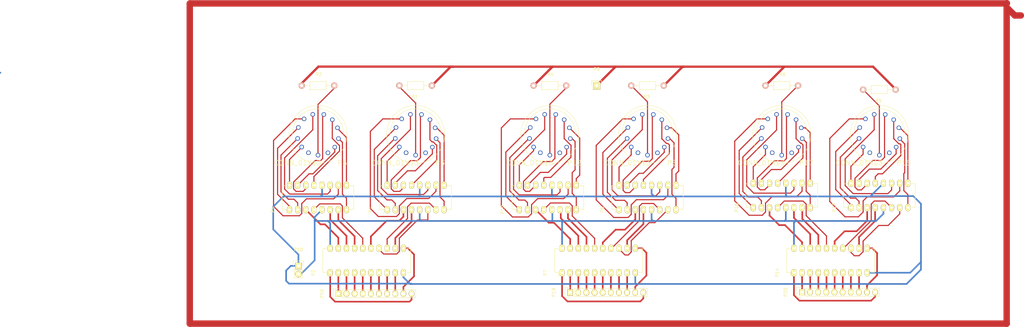
<source format=kicad_pcb>
(kicad_pcb (version 4) (host pcbnew 4.0.4-stable)

  (general
    (links 144)
    (no_connects 0)
    (area -39.855001 14.489999 216.445001 143.855002)
    (thickness 1.6)
    (drawings 0)
    (tracks 701)
    (zones 0)
    (modules 26)
    (nets 136)
  )

  (page A4)
  (layers
    (0 F.Cu signal)
    (31 B.Cu signal)
    (32 B.Adhes user)
    (33 F.Adhes user)
    (34 B.Paste user)
    (35 F.Paste user)
    (36 B.SilkS user)
    (37 F.SilkS user)
    (38 B.Mask user)
    (39 F.Mask user)
    (40 Dwgs.User user)
    (41 Cmts.User user)
    (42 Eco1.User user)
    (43 Eco2.User user)
    (44 Edge.Cuts user)
    (45 Margin user)
    (46 B.CrtYd user)
    (47 F.CrtYd user)
    (48 B.Fab user)
    (49 F.Fab user)
  )

  (setup
    (last_trace_width 0.5)
    (trace_clearance 0.2)
    (zone_clearance 0.508)
    (zone_45_only no)
    (trace_min 0.2)
    (segment_width 0.2)
    (edge_width 0.15)
    (via_size 0.6)
    (via_drill 0.4)
    (via_min_size 0.4)
    (via_min_drill 0.3)
    (uvia_size 0.3)
    (uvia_drill 0.1)
    (uvias_allowed no)
    (uvia_min_size 0.2)
    (uvia_min_drill 0.1)
    (pcb_text_width 0.3)
    (pcb_text_size 1.5 1.5)
    (mod_edge_width 0.15)
    (mod_text_size 1 1)
    (mod_text_width 0.15)
    (pad_size 1.524 1.524)
    (pad_drill 0.762)
    (pad_to_mask_clearance 0.2)
    (aux_axis_origin 0 0)
    (grid_origin 11.93 11.97)
    (visible_elements FFFFFF7F)
    (pcbplotparams
      (layerselection 0x00030_80000001)
      (usegerberextensions false)
      (excludeedgelayer true)
      (linewidth 0.100000)
      (plotframeref false)
      (viasonmask false)
      (mode 1)
      (useauxorigin false)
      (hpglpennumber 1)
      (hpglpenspeed 20)
      (hpglpendiameter 15)
      (hpglpenoverlay 2)
      (psnegative false)
      (psa4output false)
      (plotreference true)
      (plotvalue true)
      (plotinvisibletext false)
      (padsonsilk false)
      (subtractmaskfromsilk false)
      (outputformat 1)
      (mirror false)
      (drillshape 1)
      (scaleselection 1)
      (outputdirectory ""))
  )

  (net 0 "")
  (net 1 "Net-(P1-Pad1)")
  (net 2 "Net-(P1-Pad2)")
  (net 3 "Net-(P1-Pad3)")
  (net 4 "Net-(P1-Pad4)")
  (net 5 "Net-(P1-Pad5)")
  (net 6 "Net-(P1-Pad6)")
  (net 7 "Net-(P1-Pad7)")
  (net 8 "Net-(P1-Pad8)")
  (net 9 "Net-(P1-Pad9)")
  (net 10 "Net-(P1-Pad10)")
  (net 11 "Net-(P1-Pad11)")
  (net 12 "Net-(P1-Pad12)")
  (net 13 "Net-(P1-Pad13)")
  (net 14 "Net-(P1-Pad14)")
  (net 15 "Net-(P1-Pad15)")
  (net 16 "Net-(P1-Pad16)")
  (net 17 "Net-(P2-Pad16)")
  (net 18 "Net-(P2-Pad17)")
  (net 19 "Net-(P2-Pad18)")
  (net 20 "Net-(P2-Pad19)")
  (net 21 "Net-(P3-Pad1)")
  (net 22 "Net-(P3-Pad2)")
  (net 23 "Net-(P3-Pad13)")
  (net 24 "Net-(P4-Pad1)")
  (net 25 "Net-(P4-Pad2)")
  (net 26 "Net-(P4-Pad8)")
  (net 27 "Net-(P4-Pad9)")
  (net 28 "Net-(P4-Pad10)")
  (net 29 "Net-(P4-Pad11)")
  (net 30 "Net-(P4-Pad13)")
  (net 31 "Net-(P4-Pad14)")
  (net 32 "Net-(P4-Pad15)")
  (net 33 "Net-(P4-Pad16)")
  (net 34 "Net-(P5-Pad1)")
  (net 35 "Net-(P5-Pad2)")
  (net 36 "Net-(P5-Pad13)")
  (net 37 "Net-(P6-Pad1)")
  (net 38 "Net-(P6-Pad2)")
  (net 39 "Net-(P6-Pad3)")
  (net 40 "Net-(P6-Pad4)")
  (net 41 "Net-(P6-Pad6)")
  (net 42 "Net-(P6-Pad7)")
  (net 43 "Net-(P6-Pad8)")
  (net 44 "Net-(P6-Pad9)")
  (net 45 "Net-(P6-Pad10)")
  (net 46 "Net-(P6-Pad11)")
  (net 47 "Net-(P6-Pad13)")
  (net 48 "Net-(P6-Pad14)")
  (net 49 "Net-(P6-Pad15)")
  (net 50 "Net-(P6-Pad16)")
  (net 51 "Net-(P10-Pad4)")
  (net 52 "Net-(P10-Pad7)")
  (net 53 "Net-(P10-Pad6)")
  (net 54 "Net-(P10-Pad3)")
  (net 55 "Net-(P8-Pad1)")
  (net 56 "Net-(P8-Pad2)")
  (net 57 "Net-(P8-Pad13)")
  (net 58 "Net-(P9-Pad1)")
  (net 59 "Net-(P10-Pad1)")
  (net 60 "Net-(P10-Pad2)")
  (net 61 "Net-(P10-Pad8)")
  (net 62 "Net-(P10-Pad9)")
  (net 63 "Net-(P10-Pad10)")
  (net 64 "Net-(P10-Pad11)")
  (net 65 "Net-(P10-Pad13)")
  (net 66 "Net-(P10-Pad14)")
  (net 67 "Net-(P10-Pad15)")
  (net 68 "Net-(P10-Pad16)")
  (net 69 "Net-(P12-Pad1)")
  (net 70 "Net-(P12-Pad2)")
  (net 71 "Net-(P12-Pad13)")
  (net 72 "Net-(P13-Pad1)")
  (net 73 "Net-(P13-Pad2)")
  (net 74 "Net-(P13-Pad3)")
  (net 75 "Net-(P13-Pad4)")
  (net 76 "Net-(P13-Pad6)")
  (net 77 "Net-(P13-Pad7)")
  (net 78 "Net-(P13-Pad8)")
  (net 79 "Net-(P13-Pad9)")
  (net 80 "Net-(P13-Pad10)")
  (net 81 "Net-(P13-Pad11)")
  (net 82 "Net-(P13-Pad13)")
  (net 83 "Net-(P13-Pad14)")
  (net 84 "Net-(P13-Pad15)")
  (net 85 "Net-(P13-Pad16)")
  (net 86 "Net-(P14-Pad16)")
  (net 87 "Net-(P14-Pad17)")
  (net 88 "Net-(P14-Pad18)")
  (net 89 "Net-(P14-Pad19)")
  (net 90 "Net-(P15-Pad1)")
  (net 91 "Net-(P15-Pad2)")
  (net 92 "Net-(P15-Pad13)")
  (net 93 "Net-(P16-Pad1)")
  (net 94 "Net-(P16-Pad2)")
  (net 95 "Net-(P16-Pad8)")
  (net 96 "Net-(P16-Pad9)")
  (net 97 "Net-(P16-Pad10)")
  (net 98 "Net-(P16-Pad11)")
  (net 99 "Net-(P16-Pad13)")
  (net 100 "Net-(P16-Pad14)")
  (net 101 "Net-(P16-Pad15)")
  (net 102 "Net-(P16-Pad16)")
  (net 103 "Net-(P17-Pad1)")
  (net 104 "Net-(P17-Pad2)")
  (net 105 "Net-(P17-Pad13)")
  (net 106 "Net-(P19-Pad10)")
  (net 107 "Net-(P19-Pad1)")
  (net 108 "Net-(P19-Pad2)")
  (net 109 "Net-(P19-Pad3)")
  (net 110 "Net-(P19-Pad4)")
  (net 111 "Net-(P19-Pad5)")
  (net 112 "Net-(P19-Pad6)")
  (net 113 "Net-(P19-Pad7)")
  (net 114 "Net-(P19-Pad8)")
  (net 115 "Net-(P19-Pad9)")
  (net 116 "Net-(P14-Pad1)")
  (net 117 "Net-(P14-Pad2)")
  (net 118 "Net-(P14-Pad3)")
  (net 119 "Net-(P14-Pad4)")
  (net 120 "Net-(P14-Pad5)")
  (net 121 "Net-(P14-Pad6)")
  (net 122 "Net-(P14-Pad7)")
  (net 123 "Net-(P14-Pad8)")
  (net 124 "Net-(P14-Pad9)")
  (net 125 "Net-(P14-Pad11)")
  (net 126 "Net-(P2-Pad1)")
  (net 127 "Net-(P2-Pad2)")
  (net 128 "Net-(P2-Pad3)")
  (net 129 "Net-(P2-Pad4)")
  (net 130 "Net-(P2-Pad5)")
  (net 131 "Net-(P2-Pad6)")
  (net 132 "Net-(P2-Pad7)")
  (net 133 "Net-(P2-Pad8)")
  (net 134 "Net-(P2-Pad9)")
  (net 135 "Net-(P2-Pad11)")

  (net_class Default "Esta é a classe de net default."
    (clearance 0.2)
    (trace_width 0.5)
    (via_dia 0.6)
    (via_drill 0.4)
    (uvia_dia 0.3)
    (uvia_drill 0.1)
    (add_net "Net-(P1-Pad1)")
    (add_net "Net-(P1-Pad10)")
    (add_net "Net-(P1-Pad11)")
    (add_net "Net-(P1-Pad12)")
    (add_net "Net-(P1-Pad13)")
    (add_net "Net-(P1-Pad14)")
    (add_net "Net-(P1-Pad15)")
    (add_net "Net-(P1-Pad16)")
    (add_net "Net-(P1-Pad2)")
    (add_net "Net-(P1-Pad3)")
    (add_net "Net-(P1-Pad4)")
    (add_net "Net-(P1-Pad5)")
    (add_net "Net-(P1-Pad6)")
    (add_net "Net-(P1-Pad7)")
    (add_net "Net-(P1-Pad8)")
    (add_net "Net-(P1-Pad9)")
    (add_net "Net-(P10-Pad1)")
    (add_net "Net-(P10-Pad10)")
    (add_net "Net-(P10-Pad11)")
    (add_net "Net-(P10-Pad13)")
    (add_net "Net-(P10-Pad14)")
    (add_net "Net-(P10-Pad15)")
    (add_net "Net-(P10-Pad16)")
    (add_net "Net-(P10-Pad2)")
    (add_net "Net-(P10-Pad3)")
    (add_net "Net-(P10-Pad4)")
    (add_net "Net-(P10-Pad6)")
    (add_net "Net-(P10-Pad7)")
    (add_net "Net-(P10-Pad8)")
    (add_net "Net-(P10-Pad9)")
    (add_net "Net-(P12-Pad1)")
    (add_net "Net-(P12-Pad13)")
    (add_net "Net-(P12-Pad2)")
    (add_net "Net-(P13-Pad1)")
    (add_net "Net-(P13-Pad10)")
    (add_net "Net-(P13-Pad11)")
    (add_net "Net-(P13-Pad13)")
    (add_net "Net-(P13-Pad14)")
    (add_net "Net-(P13-Pad15)")
    (add_net "Net-(P13-Pad16)")
    (add_net "Net-(P13-Pad2)")
    (add_net "Net-(P13-Pad3)")
    (add_net "Net-(P13-Pad4)")
    (add_net "Net-(P13-Pad6)")
    (add_net "Net-(P13-Pad7)")
    (add_net "Net-(P13-Pad8)")
    (add_net "Net-(P13-Pad9)")
    (add_net "Net-(P14-Pad1)")
    (add_net "Net-(P14-Pad11)")
    (add_net "Net-(P14-Pad16)")
    (add_net "Net-(P14-Pad17)")
    (add_net "Net-(P14-Pad18)")
    (add_net "Net-(P14-Pad19)")
    (add_net "Net-(P14-Pad2)")
    (add_net "Net-(P14-Pad3)")
    (add_net "Net-(P14-Pad4)")
    (add_net "Net-(P14-Pad5)")
    (add_net "Net-(P14-Pad6)")
    (add_net "Net-(P14-Pad7)")
    (add_net "Net-(P14-Pad8)")
    (add_net "Net-(P14-Pad9)")
    (add_net "Net-(P15-Pad1)")
    (add_net "Net-(P15-Pad13)")
    (add_net "Net-(P15-Pad2)")
    (add_net "Net-(P16-Pad1)")
    (add_net "Net-(P16-Pad10)")
    (add_net "Net-(P16-Pad11)")
    (add_net "Net-(P16-Pad13)")
    (add_net "Net-(P16-Pad14)")
    (add_net "Net-(P16-Pad15)")
    (add_net "Net-(P16-Pad16)")
    (add_net "Net-(P16-Pad2)")
    (add_net "Net-(P16-Pad8)")
    (add_net "Net-(P16-Pad9)")
    (add_net "Net-(P17-Pad1)")
    (add_net "Net-(P17-Pad13)")
    (add_net "Net-(P17-Pad2)")
    (add_net "Net-(P19-Pad1)")
    (add_net "Net-(P19-Pad10)")
    (add_net "Net-(P19-Pad2)")
    (add_net "Net-(P19-Pad3)")
    (add_net "Net-(P19-Pad4)")
    (add_net "Net-(P19-Pad5)")
    (add_net "Net-(P19-Pad6)")
    (add_net "Net-(P19-Pad7)")
    (add_net "Net-(P19-Pad8)")
    (add_net "Net-(P19-Pad9)")
    (add_net "Net-(P2-Pad1)")
    (add_net "Net-(P2-Pad11)")
    (add_net "Net-(P2-Pad16)")
    (add_net "Net-(P2-Pad17)")
    (add_net "Net-(P2-Pad18)")
    (add_net "Net-(P2-Pad19)")
    (add_net "Net-(P2-Pad2)")
    (add_net "Net-(P2-Pad3)")
    (add_net "Net-(P2-Pad4)")
    (add_net "Net-(P2-Pad5)")
    (add_net "Net-(P2-Pad6)")
    (add_net "Net-(P2-Pad7)")
    (add_net "Net-(P2-Pad8)")
    (add_net "Net-(P2-Pad9)")
    (add_net "Net-(P3-Pad1)")
    (add_net "Net-(P3-Pad13)")
    (add_net "Net-(P3-Pad2)")
    (add_net "Net-(P4-Pad1)")
    (add_net "Net-(P4-Pad10)")
    (add_net "Net-(P4-Pad11)")
    (add_net "Net-(P4-Pad13)")
    (add_net "Net-(P4-Pad14)")
    (add_net "Net-(P4-Pad15)")
    (add_net "Net-(P4-Pad16)")
    (add_net "Net-(P4-Pad2)")
    (add_net "Net-(P4-Pad8)")
    (add_net "Net-(P4-Pad9)")
    (add_net "Net-(P5-Pad1)")
    (add_net "Net-(P5-Pad13)")
    (add_net "Net-(P5-Pad2)")
    (add_net "Net-(P6-Pad1)")
    (add_net "Net-(P6-Pad10)")
    (add_net "Net-(P6-Pad11)")
    (add_net "Net-(P6-Pad13)")
    (add_net "Net-(P6-Pad14)")
    (add_net "Net-(P6-Pad15)")
    (add_net "Net-(P6-Pad16)")
    (add_net "Net-(P6-Pad2)")
    (add_net "Net-(P6-Pad3)")
    (add_net "Net-(P6-Pad4)")
    (add_net "Net-(P6-Pad6)")
    (add_net "Net-(P6-Pad7)")
    (add_net "Net-(P6-Pad8)")
    (add_net "Net-(P6-Pad9)")
    (add_net "Net-(P8-Pad1)")
    (add_net "Net-(P8-Pad13)")
    (add_net "Net-(P8-Pad2)")
    (add_net "Net-(P9-Pad1)")
  )

  (module Housings_DIP:DIP-16_W7.62mm_LongPads (layer F.Cu) (tedit 54130A77) (tstamp 57F6E478)
    (at 81.21 86.675 90)
    (descr "16-lead dip package, row spacing 7.62 mm (300 mils), longer pads")
    (tags "dil dip 2.54 300")
    (path /57F6F9A9)
    (fp_text reference P1 (at 0 -5.22 90) (layer F.SilkS)
      (effects (font (size 1 1) (thickness 0.15)))
    )
    (fp_text value CONN_01X16 (at 0 -3.72 90) (layer F.Fab)
      (effects (font (size 1 1) (thickness 0.15)))
    )
    (fp_line (start -1.4 -2.45) (end -1.4 20.25) (layer F.CrtYd) (width 0.05))
    (fp_line (start 9 -2.45) (end 9 20.25) (layer F.CrtYd) (width 0.05))
    (fp_line (start -1.4 -2.45) (end 9 -2.45) (layer F.CrtYd) (width 0.05))
    (fp_line (start -1.4 20.25) (end 9 20.25) (layer F.CrtYd) (width 0.05))
    (fp_line (start 0.135 -2.295) (end 0.135 -1.025) (layer F.SilkS) (width 0.15))
    (fp_line (start 7.485 -2.295) (end 7.485 -1.025) (layer F.SilkS) (width 0.15))
    (fp_line (start 7.485 20.075) (end 7.485 18.805) (layer F.SilkS) (width 0.15))
    (fp_line (start 0.135 20.075) (end 0.135 18.805) (layer F.SilkS) (width 0.15))
    (fp_line (start 0.135 -2.295) (end 7.485 -2.295) (layer F.SilkS) (width 0.15))
    (fp_line (start 0.135 20.075) (end 7.485 20.075) (layer F.SilkS) (width 0.15))
    (fp_line (start 0.135 -1.025) (end -1.15 -1.025) (layer F.SilkS) (width 0.15))
    (pad 1 thru_hole oval (at 0 0 90) (size 2.3 1.6) (drill 0.8) (layers *.Cu *.Mask F.SilkS)
      (net 1 "Net-(P1-Pad1)"))
    (pad 2 thru_hole oval (at 0 2.54 90) (size 2.3 1.6) (drill 0.8) (layers *.Cu *.Mask F.SilkS)
      (net 2 "Net-(P1-Pad2)"))
    (pad 3 thru_hole oval (at 0 5.08 90) (size 2.3 1.6) (drill 0.8) (layers *.Cu *.Mask F.SilkS)
      (net 3 "Net-(P1-Pad3)"))
    (pad 4 thru_hole oval (at 0 7.62 90) (size 2.3 1.6) (drill 0.8) (layers *.Cu *.Mask F.SilkS)
      (net 4 "Net-(P1-Pad4)"))
    (pad 5 thru_hole oval (at 0 10.16 90) (size 2.3 1.6) (drill 0.8) (layers *.Cu *.Mask F.SilkS)
      (net 5 "Net-(P1-Pad5)"))
    (pad 6 thru_hole oval (at 0 12.7 90) (size 2.3 1.6) (drill 0.8) (layers *.Cu *.Mask F.SilkS)
      (net 6 "Net-(P1-Pad6)"))
    (pad 7 thru_hole oval (at 0 15.24 90) (size 2.3 1.6) (drill 0.8) (layers *.Cu *.Mask F.SilkS)
      (net 7 "Net-(P1-Pad7)"))
    (pad 8 thru_hole oval (at 0 17.78 90) (size 2.3 1.6) (drill 0.8) (layers *.Cu *.Mask F.SilkS)
      (net 8 "Net-(P1-Pad8)"))
    (pad 9 thru_hole oval (at 7.62 17.78 90) (size 2.3 1.6) (drill 0.8) (layers *.Cu *.Mask F.SilkS)
      (net 9 "Net-(P1-Pad9)"))
    (pad 10 thru_hole oval (at 7.62 15.24 90) (size 2.3 1.6) (drill 0.8) (layers *.Cu *.Mask F.SilkS)
      (net 10 "Net-(P1-Pad10)"))
    (pad 11 thru_hole oval (at 7.62 12.7 90) (size 2.3 1.6) (drill 0.8) (layers *.Cu *.Mask F.SilkS)
      (net 11 "Net-(P1-Pad11)"))
    (pad 12 thru_hole oval (at 7.62 10.16 90) (size 2.3 1.6) (drill 0.8) (layers *.Cu *.Mask F.SilkS)
      (net 12 "Net-(P1-Pad12)"))
    (pad 13 thru_hole oval (at 7.62 7.62 90) (size 2.3 1.6) (drill 0.8) (layers *.Cu *.Mask F.SilkS)
      (net 13 "Net-(P1-Pad13)"))
    (pad 14 thru_hole oval (at 7.62 5.08 90) (size 2.3 1.6) (drill 0.8) (layers *.Cu *.Mask F.SilkS)
      (net 14 "Net-(P1-Pad14)"))
    (pad 15 thru_hole oval (at 7.62 2.54 90) (size 2.3 1.6) (drill 0.8) (layers *.Cu *.Mask F.SilkS)
      (net 15 "Net-(P1-Pad15)"))
    (pad 16 thru_hole oval (at 7.62 0 90) (size 2.3 1.6) (drill 0.8) (layers *.Cu *.Mask F.SilkS)
      (net 16 "Net-(P1-Pad16)"))
    (model Housings_DIP.3dshapes/DIP-16_W7.62mm_LongPads.wrl
      (at (xyz 0 0 0))
      (scale (xyz 1 1 1))
      (rotate (xyz 0 0 0))
    )
  )

  (module Housings_DIP:DIP-20_W7.62mm_LongPads (layer F.Cu) (tedit 54130A77) (tstamp 57F6E490)
    (at 63.43 106.36 90)
    (descr "20-lead dip package, row spacing 7.62 mm (300 mils), longer pads")
    (tags "dil dip 2.54 300")
    (path /57F6F9B1)
    (fp_text reference P2 (at 0 -5.22 90) (layer F.SilkS)
      (effects (font (size 1 1) (thickness 0.15)))
    )
    (fp_text value CONN_01X20 (at 0 -3.72 90) (layer F.Fab)
      (effects (font (size 1 1) (thickness 0.15)))
    )
    (fp_line (start -1.4 -2.45) (end -1.4 25.35) (layer F.CrtYd) (width 0.05))
    (fp_line (start 9 -2.45) (end 9 25.35) (layer F.CrtYd) (width 0.05))
    (fp_line (start -1.4 -2.45) (end 9 -2.45) (layer F.CrtYd) (width 0.05))
    (fp_line (start -1.4 25.35) (end 9 25.35) (layer F.CrtYd) (width 0.05))
    (fp_line (start 0.135 -2.295) (end 0.135 -1.025) (layer F.SilkS) (width 0.15))
    (fp_line (start 7.485 -2.295) (end 7.485 -1.025) (layer F.SilkS) (width 0.15))
    (fp_line (start 7.485 25.155) (end 7.485 23.885) (layer F.SilkS) (width 0.15))
    (fp_line (start 0.135 25.155) (end 0.135 23.885) (layer F.SilkS) (width 0.15))
    (fp_line (start 0.135 -2.295) (end 7.485 -2.295) (layer F.SilkS) (width 0.15))
    (fp_line (start 0.135 25.155) (end 7.485 25.155) (layer F.SilkS) (width 0.15))
    (fp_line (start 0.135 -1.025) (end -1.15 -1.025) (layer F.SilkS) (width 0.15))
    (pad 1 thru_hole oval (at 0 0 90) (size 2.3 1.6) (drill 0.8) (layers *.Cu *.Mask F.SilkS)
      (net 126 "Net-(P2-Pad1)"))
    (pad 2 thru_hole oval (at 0 2.54 90) (size 2.3 1.6) (drill 0.8) (layers *.Cu *.Mask F.SilkS)
      (net 127 "Net-(P2-Pad2)"))
    (pad 3 thru_hole oval (at 0 5.08 90) (size 2.3 1.6) (drill 0.8) (layers *.Cu *.Mask F.SilkS)
      (net 128 "Net-(P2-Pad3)"))
    (pad 4 thru_hole oval (at 0 7.62 90) (size 2.3 1.6) (drill 0.8) (layers *.Cu *.Mask F.SilkS)
      (net 129 "Net-(P2-Pad4)"))
    (pad 5 thru_hole oval (at 0 10.16 90) (size 2.3 1.6) (drill 0.8) (layers *.Cu *.Mask F.SilkS)
      (net 130 "Net-(P2-Pad5)"))
    (pad 6 thru_hole oval (at 0 12.7 90) (size 2.3 1.6) (drill 0.8) (layers *.Cu *.Mask F.SilkS)
      (net 131 "Net-(P2-Pad6)"))
    (pad 7 thru_hole oval (at 0 15.24 90) (size 2.3 1.6) (drill 0.8) (layers *.Cu *.Mask F.SilkS)
      (net 132 "Net-(P2-Pad7)"))
    (pad 8 thru_hole oval (at 0 17.78 90) (size 2.3 1.6) (drill 0.8) (layers *.Cu *.Mask F.SilkS)
      (net 133 "Net-(P2-Pad8)"))
    (pad 9 thru_hole oval (at 0 20.32 90) (size 2.3 1.6) (drill 0.8) (layers *.Cu *.Mask F.SilkS)
      (net 134 "Net-(P2-Pad9)"))
    (pad 10 thru_hole oval (at 0 22.86 90) (size 2.3 1.6) (drill 0.8) (layers *.Cu *.Mask F.SilkS)
      (net 12 "Net-(P1-Pad12)"))
    (pad 11 thru_hole oval (at 7.62 22.86 90) (size 2.3 1.6) (drill 0.8) (layers *.Cu *.Mask F.SilkS)
      (net 135 "Net-(P2-Pad11)"))
    (pad 12 thru_hole oval (at 7.62 20.32 90) (size 2.3 1.6) (drill 0.8) (layers *.Cu *.Mask F.SilkS)
      (net 4 "Net-(P1-Pad4)"))
    (pad 13 thru_hole oval (at 7.62 17.78 90) (size 2.3 1.6) (drill 0.8) (layers *.Cu *.Mask F.SilkS)
      (net 7 "Net-(P1-Pad7)"))
    (pad 14 thru_hole oval (at 7.62 15.24 90) (size 2.3 1.6) (drill 0.8) (layers *.Cu *.Mask F.SilkS)
      (net 6 "Net-(P1-Pad6)"))
    (pad 15 thru_hole oval (at 7.62 12.7 90) (size 2.3 1.6) (drill 0.8) (layers *.Cu *.Mask F.SilkS)
      (net 3 "Net-(P1-Pad3)"))
    (pad 16 thru_hole oval (at 7.62 10.16 90) (size 2.3 1.6) (drill 0.8) (layers *.Cu *.Mask F.SilkS)
      (net 17 "Net-(P2-Pad16)"))
    (pad 17 thru_hole oval (at 7.62 7.62 90) (size 2.3 1.6) (drill 0.8) (layers *.Cu *.Mask F.SilkS)
      (net 18 "Net-(P2-Pad17)"))
    (pad 18 thru_hole oval (at 7.62 5.08 90) (size 2.3 1.6) (drill 0.8) (layers *.Cu *.Mask F.SilkS)
      (net 19 "Net-(P2-Pad18)"))
    (pad 19 thru_hole oval (at 7.62 2.54 90) (size 2.3 1.6) (drill 0.8) (layers *.Cu *.Mask F.SilkS)
      (net 20 "Net-(P2-Pad19)"))
    (pad 20 thru_hole oval (at 7.62 0 90) (size 2.3 1.6) (drill 0.8) (layers *.Cu *.Mask F.SilkS)
      (net 5 "Net-(P1-Pad5)"))
    (model Housings_DIP.3dshapes/DIP-20_W7.62mm_LongPads.wrl
      (at (xyz 0 0 0))
      (scale (xyz 1 1 1))
      (rotate (xyz 0 0 0))
    )
  )

  (module in14:IN-14-mod (layer F.Cu) (tedit 549D7016) (tstamp 57F6E4A1)
    (at 90.1 63.18)
    (descr "IN-14 Nixie")
    (path /57F6F9A3)
    (fp_text reference P3 (at 7.62 8.89) (layer F.SilkS)
      (effects (font (thickness 0.15)))
    )
    (fp_text value CONN_01X13 (at -6.35 8.89) (layer F.SilkS)
      (effects (font (thickness 0.15)))
    )
    (fp_arc (start 0 0) (end -8 0) (angle 180) (layer F.SilkS) (width 0.127))
    (fp_circle (center 0 0) (end 9.0553 0) (layer F.SilkS) (width 0.127))
    (pad 9 thru_hole circle (at -4.348 -4.846) (size 1.408 1.408) (drill 0.9) (layers *.Cu *.Mask)
      (net 10 "Net-(P1-Pad10)"))
    (pad 8 thru_hole circle (at -1.621 -6.243 180) (size 1.408 1.408) (drill 0.9) (layers *.Cu *.Mask)
      (net 11 "Net-(P1-Pad11)"))
    (pad 11 thru_hole circle (at -6.35 1.27) (size 1.408 1.408) (drill 0.9) (layers *.Cu *.Mask)
      (net 2 "Net-(P1-Pad2)"))
    (pad 10 thru_hole circle (at -6.12 -2.154) (size 1.408 1.408) (drill 0.9) (layers *.Cu *.Mask)
      (net 1 "Net-(P1-Pad1)"))
    (pad 6 thru_hole circle (at 4.469 -4.594) (size 1.408 1.408) (drill 0.9) (layers *.Cu *.Mask)
      (net 13 "Net-(P1-Pad13)"))
    (pad 5 thru_hole circle (at 6.089 -2.063) (size 1.408 1.408) (drill 0.9) (layers *.Cu *.Mask)
      (net 9 "Net-(P1-Pad9)"))
    (pad 1 thru_hole circle (at 0 6.477) (size 1.408 1.408) (drill 0.9) (layers *.Cu *.Mask)
      (net 21 "Net-(P3-Pad1)"))
    (pad 3 thru_hole circle (at 5.232 3.973) (size 1.408 1.408) (drill 0.9) (layers *.Cu *.Mask)
      (net 15 "Net-(P1-Pad15)"))
    (pad 4 thru_hole circle (at 6.393 1.307) (size 1.408 1.408) (drill 0.9) (layers *.Cu *.Mask)
      (net 8 "Net-(P1-Pad8)"))
    (pad 12 thru_hole circle (at -5.08 3.937) (size 1.408 1.408) (drill 0.9) (layers *.Cu *.Mask)
      (net 16 "Net-(P1-Pad16)"))
    (pad 2 thru_hole circle (at 3.104 5.752) (size 1.408 1.408) (drill 0.9) (layers *.Cu *.Mask)
      (net 22 "Net-(P3-Pad2)"))
    (pad 7 thru_hole circle (at 1.822 -6.213 180) (size 1.408 1.408) (drill 0.9) (layers *.Cu *.Mask)
      (net 14 "Net-(P1-Pad14)"))
    (pad 13 thru_hole circle (at -2.978 5.725) (size 1.408 1.408) (drill 0.9) (layers *.Cu *.Mask)
      (net 23 "Net-(P3-Pad13)"))
  )

  (module Housings_DIP:DIP-16_W7.62mm_LongPads (layer F.Cu) (tedit 54130A77) (tstamp 57F6E4B5)
    (at 50.73 86.675 90)
    (descr "16-lead dip package, row spacing 7.62 mm (300 mils), longer pads")
    (tags "dil dip 2.54 300")
    (path /57F6F99B)
    (fp_text reference P4 (at 0 -5.22 90) (layer F.SilkS)
      (effects (font (size 1 1) (thickness 0.15)))
    )
    (fp_text value CONN_01X16 (at 0 -3.72 90) (layer F.Fab)
      (effects (font (size 1 1) (thickness 0.15)))
    )
    (fp_line (start -1.4 -2.45) (end -1.4 20.25) (layer F.CrtYd) (width 0.05))
    (fp_line (start 9 -2.45) (end 9 20.25) (layer F.CrtYd) (width 0.05))
    (fp_line (start -1.4 -2.45) (end 9 -2.45) (layer F.CrtYd) (width 0.05))
    (fp_line (start -1.4 20.25) (end 9 20.25) (layer F.CrtYd) (width 0.05))
    (fp_line (start 0.135 -2.295) (end 0.135 -1.025) (layer F.SilkS) (width 0.15))
    (fp_line (start 7.485 -2.295) (end 7.485 -1.025) (layer F.SilkS) (width 0.15))
    (fp_line (start 7.485 20.075) (end 7.485 18.805) (layer F.SilkS) (width 0.15))
    (fp_line (start 0.135 20.075) (end 0.135 18.805) (layer F.SilkS) (width 0.15))
    (fp_line (start 0.135 -2.295) (end 7.485 -2.295) (layer F.SilkS) (width 0.15))
    (fp_line (start 0.135 20.075) (end 7.485 20.075) (layer F.SilkS) (width 0.15))
    (fp_line (start 0.135 -1.025) (end -1.15 -1.025) (layer F.SilkS) (width 0.15))
    (pad 1 thru_hole oval (at 0 0 90) (size 2.3 1.6) (drill 0.8) (layers *.Cu *.Mask F.SilkS)
      (net 24 "Net-(P4-Pad1)"))
    (pad 2 thru_hole oval (at 0 2.54 90) (size 2.3 1.6) (drill 0.8) (layers *.Cu *.Mask F.SilkS)
      (net 25 "Net-(P4-Pad2)"))
    (pad 3 thru_hole oval (at 0 5.08 90) (size 2.3 1.6) (drill 0.8) (layers *.Cu *.Mask F.SilkS)
      (net 20 "Net-(P2-Pad19)"))
    (pad 4 thru_hole oval (at 0 7.62 90) (size 2.3 1.6) (drill 0.8) (layers *.Cu *.Mask F.SilkS)
      (net 17 "Net-(P2-Pad16)"))
    (pad 5 thru_hole oval (at 0 10.16 90) (size 2.3 1.6) (drill 0.8) (layers *.Cu *.Mask F.SilkS)
      (net 5 "Net-(P1-Pad5)"))
    (pad 6 thru_hole oval (at 0 12.7 90) (size 2.3 1.6) (drill 0.8) (layers *.Cu *.Mask F.SilkS)
      (net 19 "Net-(P2-Pad18)"))
    (pad 7 thru_hole oval (at 0 15.24 90) (size 2.3 1.6) (drill 0.8) (layers *.Cu *.Mask F.SilkS)
      (net 18 "Net-(P2-Pad17)"))
    (pad 8 thru_hole oval (at 0 17.78 90) (size 2.3 1.6) (drill 0.8) (layers *.Cu *.Mask F.SilkS)
      (net 26 "Net-(P4-Pad8)"))
    (pad 9 thru_hole oval (at 7.62 17.78 90) (size 2.3 1.6) (drill 0.8) (layers *.Cu *.Mask F.SilkS)
      (net 27 "Net-(P4-Pad9)"))
    (pad 10 thru_hole oval (at 7.62 15.24 90) (size 2.3 1.6) (drill 0.8) (layers *.Cu *.Mask F.SilkS)
      (net 28 "Net-(P4-Pad10)"))
    (pad 11 thru_hole oval (at 7.62 12.7 90) (size 2.3 1.6) (drill 0.8) (layers *.Cu *.Mask F.SilkS)
      (net 29 "Net-(P4-Pad11)"))
    (pad 12 thru_hole oval (at 7.62 10.16 90) (size 2.3 1.6) (drill 0.8) (layers *.Cu *.Mask F.SilkS)
      (net 12 "Net-(P1-Pad12)"))
    (pad 13 thru_hole oval (at 7.62 7.62 90) (size 2.3 1.6) (drill 0.8) (layers *.Cu *.Mask F.SilkS)
      (net 30 "Net-(P4-Pad13)"))
    (pad 14 thru_hole oval (at 7.62 5.08 90) (size 2.3 1.6) (drill 0.8) (layers *.Cu *.Mask F.SilkS)
      (net 31 "Net-(P4-Pad14)"))
    (pad 15 thru_hole oval (at 7.62 2.54 90) (size 2.3 1.6) (drill 0.8) (layers *.Cu *.Mask F.SilkS)
      (net 32 "Net-(P4-Pad15)"))
    (pad 16 thru_hole oval (at 7.62 0 90) (size 2.3 1.6) (drill 0.8) (layers *.Cu *.Mask F.SilkS)
      (net 33 "Net-(P4-Pad16)"))
    (model Housings_DIP.3dshapes/DIP-16_W7.62mm_LongPads.wrl
      (at (xyz 0 0 0))
      (scale (xyz 1 1 1))
      (rotate (xyz 0 0 0))
    )
  )

  (module in14:IN-14-mod (layer F.Cu) (tedit 549D7016) (tstamp 57F6E4C6)
    (at 59.62 63.18)
    (descr "IN-14 Nixie")
    (path /57F6F995)
    (fp_text reference P5 (at 7.62 8.89) (layer F.SilkS)
      (effects (font (thickness 0.15)))
    )
    (fp_text value CONN_01X13 (at -6.35 8.89) (layer F.SilkS)
      (effects (font (thickness 0.15)))
    )
    (fp_arc (start 0 0) (end -8 0) (angle 180) (layer F.SilkS) (width 0.127))
    (fp_circle (center 0 0) (end 9.0553 0) (layer F.SilkS) (width 0.127))
    (pad 9 thru_hole circle (at -4.348 -4.846) (size 1.408 1.408) (drill 0.9) (layers *.Cu *.Mask)
      (net 28 "Net-(P4-Pad10)"))
    (pad 8 thru_hole circle (at -1.621 -6.243 180) (size 1.408 1.408) (drill 0.9) (layers *.Cu *.Mask)
      (net 29 "Net-(P4-Pad11)"))
    (pad 11 thru_hole circle (at -6.35 1.27) (size 1.408 1.408) (drill 0.9) (layers *.Cu *.Mask)
      (net 25 "Net-(P4-Pad2)"))
    (pad 10 thru_hole circle (at -6.12 -2.154) (size 1.408 1.408) (drill 0.9) (layers *.Cu *.Mask)
      (net 24 "Net-(P4-Pad1)"))
    (pad 6 thru_hole circle (at 4.469 -4.594) (size 1.408 1.408) (drill 0.9) (layers *.Cu *.Mask)
      (net 30 "Net-(P4-Pad13)"))
    (pad 5 thru_hole circle (at 6.089 -2.063) (size 1.408 1.408) (drill 0.9) (layers *.Cu *.Mask)
      (net 27 "Net-(P4-Pad9)"))
    (pad 1 thru_hole circle (at 0 6.477) (size 1.408 1.408) (drill 0.9) (layers *.Cu *.Mask)
      (net 34 "Net-(P5-Pad1)"))
    (pad 3 thru_hole circle (at 5.232 3.973) (size 1.408 1.408) (drill 0.9) (layers *.Cu *.Mask)
      (net 32 "Net-(P4-Pad15)"))
    (pad 4 thru_hole circle (at 6.393 1.307) (size 1.408 1.408) (drill 0.9) (layers *.Cu *.Mask)
      (net 26 "Net-(P4-Pad8)"))
    (pad 12 thru_hole circle (at -5.08 3.937) (size 1.408 1.408) (drill 0.9) (layers *.Cu *.Mask)
      (net 33 "Net-(P4-Pad16)"))
    (pad 2 thru_hole circle (at 3.104 5.752) (size 1.408 1.408) (drill 0.9) (layers *.Cu *.Mask)
      (net 35 "Net-(P5-Pad2)"))
    (pad 7 thru_hole circle (at 1.822 -6.213 180) (size 1.408 1.408) (drill 0.9) (layers *.Cu *.Mask)
      (net 31 "Net-(P4-Pad14)"))
    (pad 13 thru_hole circle (at -2.978 5.725) (size 1.408 1.408) (drill 0.9) (layers *.Cu *.Mask)
      (net 36 "Net-(P5-Pad13)"))
  )

  (module Housings_DIP:DIP-16_W7.62mm_LongPads (layer F.Cu) (tedit 54130A77) (tstamp 57F6E4DA)
    (at 153.6 86.675 90)
    (descr "16-lead dip package, row spacing 7.62 mm (300 mils), longer pads")
    (tags "dil dip 2.54 300")
    (path /57F6F122)
    (fp_text reference P6 (at 0 -5.22 90) (layer F.SilkS)
      (effects (font (size 1 1) (thickness 0.15)))
    )
    (fp_text value CONN_01X16 (at 0 -3.72 90) (layer F.Fab)
      (effects (font (size 1 1) (thickness 0.15)))
    )
    (fp_line (start -1.4 -2.45) (end -1.4 20.25) (layer F.CrtYd) (width 0.05))
    (fp_line (start 9 -2.45) (end 9 20.25) (layer F.CrtYd) (width 0.05))
    (fp_line (start -1.4 -2.45) (end 9 -2.45) (layer F.CrtYd) (width 0.05))
    (fp_line (start -1.4 20.25) (end 9 20.25) (layer F.CrtYd) (width 0.05))
    (fp_line (start 0.135 -2.295) (end 0.135 -1.025) (layer F.SilkS) (width 0.15))
    (fp_line (start 7.485 -2.295) (end 7.485 -1.025) (layer F.SilkS) (width 0.15))
    (fp_line (start 7.485 20.075) (end 7.485 18.805) (layer F.SilkS) (width 0.15))
    (fp_line (start 0.135 20.075) (end 0.135 18.805) (layer F.SilkS) (width 0.15))
    (fp_line (start 0.135 -2.295) (end 7.485 -2.295) (layer F.SilkS) (width 0.15))
    (fp_line (start 0.135 20.075) (end 7.485 20.075) (layer F.SilkS) (width 0.15))
    (fp_line (start 0.135 -1.025) (end -1.15 -1.025) (layer F.SilkS) (width 0.15))
    (pad 1 thru_hole oval (at 0 0 90) (size 2.3 1.6) (drill 0.8) (layers *.Cu *.Mask F.SilkS)
      (net 37 "Net-(P6-Pad1)"))
    (pad 2 thru_hole oval (at 0 2.54 90) (size 2.3 1.6) (drill 0.8) (layers *.Cu *.Mask F.SilkS)
      (net 38 "Net-(P6-Pad2)"))
    (pad 3 thru_hole oval (at 0 5.08 90) (size 2.3 1.6) (drill 0.8) (layers *.Cu *.Mask F.SilkS)
      (net 39 "Net-(P6-Pad3)"))
    (pad 4 thru_hole oval (at 0 7.62 90) (size 2.3 1.6) (drill 0.8) (layers *.Cu *.Mask F.SilkS)
      (net 40 "Net-(P6-Pad4)"))
    (pad 5 thru_hole oval (at 0 10.16 90) (size 2.3 1.6) (drill 0.8) (layers *.Cu *.Mask F.SilkS)
      (net 5 "Net-(P1-Pad5)"))
    (pad 6 thru_hole oval (at 0 12.7 90) (size 2.3 1.6) (drill 0.8) (layers *.Cu *.Mask F.SilkS)
      (net 41 "Net-(P6-Pad6)"))
    (pad 7 thru_hole oval (at 0 15.24 90) (size 2.3 1.6) (drill 0.8) (layers *.Cu *.Mask F.SilkS)
      (net 42 "Net-(P6-Pad7)"))
    (pad 8 thru_hole oval (at 0 17.78 90) (size 2.3 1.6) (drill 0.8) (layers *.Cu *.Mask F.SilkS)
      (net 43 "Net-(P6-Pad8)"))
    (pad 9 thru_hole oval (at 7.62 17.78 90) (size 2.3 1.6) (drill 0.8) (layers *.Cu *.Mask F.SilkS)
      (net 44 "Net-(P6-Pad9)"))
    (pad 10 thru_hole oval (at 7.62 15.24 90) (size 2.3 1.6) (drill 0.8) (layers *.Cu *.Mask F.SilkS)
      (net 45 "Net-(P6-Pad10)"))
    (pad 11 thru_hole oval (at 7.62 12.7 90) (size 2.3 1.6) (drill 0.8) (layers *.Cu *.Mask F.SilkS)
      (net 46 "Net-(P6-Pad11)"))
    (pad 12 thru_hole oval (at 7.62 10.16 90) (size 2.3 1.6) (drill 0.8) (layers *.Cu *.Mask F.SilkS)
      (net 12 "Net-(P1-Pad12)"))
    (pad 13 thru_hole oval (at 7.62 7.62 90) (size 2.3 1.6) (drill 0.8) (layers *.Cu *.Mask F.SilkS)
      (net 47 "Net-(P6-Pad13)"))
    (pad 14 thru_hole oval (at 7.62 5.08 90) (size 2.3 1.6) (drill 0.8) (layers *.Cu *.Mask F.SilkS)
      (net 48 "Net-(P6-Pad14)"))
    (pad 15 thru_hole oval (at 7.62 2.54 90) (size 2.3 1.6) (drill 0.8) (layers *.Cu *.Mask F.SilkS)
      (net 49 "Net-(P6-Pad15)"))
    (pad 16 thru_hole oval (at 7.62 0 90) (size 2.3 1.6) (drill 0.8) (layers *.Cu *.Mask F.SilkS)
      (net 50 "Net-(P6-Pad16)"))
    (model Housings_DIP.3dshapes/DIP-16_W7.62mm_LongPads.wrl
      (at (xyz 0 0 0))
      (scale (xyz 1 1 1))
      (rotate (xyz 0 0 0))
    )
  )

  (module Housings_DIP:DIP-20_W7.62mm_LongPads (layer F.Cu) (tedit 54130A77) (tstamp 57F6E4F2)
    (at 135.82 106.36 90)
    (descr "20-lead dip package, row spacing 7.62 mm (300 mils), longer pads")
    (tags "dil dip 2.54 300")
    (path /57F6F12A)
    (fp_text reference P7 (at 0 -5.22 90) (layer F.SilkS)
      (effects (font (size 1 1) (thickness 0.15)))
    )
    (fp_text value CONN_01X20 (at 0 -3.72 90) (layer F.Fab)
      (effects (font (size 1 1) (thickness 0.15)))
    )
    (fp_line (start -1.4 -2.45) (end -1.4 25.35) (layer F.CrtYd) (width 0.05))
    (fp_line (start 9 -2.45) (end 9 25.35) (layer F.CrtYd) (width 0.05))
    (fp_line (start -1.4 -2.45) (end 9 -2.45) (layer F.CrtYd) (width 0.05))
    (fp_line (start -1.4 25.35) (end 9 25.35) (layer F.CrtYd) (width 0.05))
    (fp_line (start 0.135 -2.295) (end 0.135 -1.025) (layer F.SilkS) (width 0.15))
    (fp_line (start 7.485 -2.295) (end 7.485 -1.025) (layer F.SilkS) (width 0.15))
    (fp_line (start 7.485 25.155) (end 7.485 23.885) (layer F.SilkS) (width 0.15))
    (fp_line (start 0.135 25.155) (end 0.135 23.885) (layer F.SilkS) (width 0.15))
    (fp_line (start 0.135 -2.295) (end 7.485 -2.295) (layer F.SilkS) (width 0.15))
    (fp_line (start 0.135 25.155) (end 7.485 25.155) (layer F.SilkS) (width 0.15))
    (fp_line (start 0.135 -1.025) (end -1.15 -1.025) (layer F.SilkS) (width 0.15))
    (pad 1 thru_hole oval (at 0 0 90) (size 2.3 1.6) (drill 0.8) (layers *.Cu *.Mask F.SilkS)
      (net 106 "Net-(P19-Pad10)"))
    (pad 2 thru_hole oval (at 0 2.54 90) (size 2.3 1.6) (drill 0.8) (layers *.Cu *.Mask F.SilkS)
      (net 107 "Net-(P19-Pad1)"))
    (pad 3 thru_hole oval (at 0 5.08 90) (size 2.3 1.6) (drill 0.8) (layers *.Cu *.Mask F.SilkS)
      (net 108 "Net-(P19-Pad2)"))
    (pad 4 thru_hole oval (at 0 7.62 90) (size 2.3 1.6) (drill 0.8) (layers *.Cu *.Mask F.SilkS)
      (net 109 "Net-(P19-Pad3)"))
    (pad 5 thru_hole oval (at 0 10.16 90) (size 2.3 1.6) (drill 0.8) (layers *.Cu *.Mask F.SilkS)
      (net 110 "Net-(P19-Pad4)"))
    (pad 6 thru_hole oval (at 0 12.7 90) (size 2.3 1.6) (drill 0.8) (layers *.Cu *.Mask F.SilkS)
      (net 111 "Net-(P19-Pad5)"))
    (pad 7 thru_hole oval (at 0 15.24 90) (size 2.3 1.6) (drill 0.8) (layers *.Cu *.Mask F.SilkS)
      (net 112 "Net-(P19-Pad6)"))
    (pad 8 thru_hole oval (at 0 17.78 90) (size 2.3 1.6) (drill 0.8) (layers *.Cu *.Mask F.SilkS)
      (net 113 "Net-(P19-Pad7)"))
    (pad 9 thru_hole oval (at 0 20.32 90) (size 2.3 1.6) (drill 0.8) (layers *.Cu *.Mask F.SilkS)
      (net 114 "Net-(P19-Pad8)"))
    (pad 10 thru_hole oval (at 0 22.86 90) (size 2.3 1.6) (drill 0.8) (layers *.Cu *.Mask F.SilkS)
      (net 12 "Net-(P1-Pad12)"))
    (pad 11 thru_hole oval (at 7.62 22.86 90) (size 2.3 1.6) (drill 0.8) (layers *.Cu *.Mask F.SilkS)
      (net 115 "Net-(P19-Pad9)"))
    (pad 12 thru_hole oval (at 7.62 20.32 90) (size 2.3 1.6) (drill 0.8) (layers *.Cu *.Mask F.SilkS)
      (net 40 "Net-(P6-Pad4)"))
    (pad 13 thru_hole oval (at 7.62 17.78 90) (size 2.3 1.6) (drill 0.8) (layers *.Cu *.Mask F.SilkS)
      (net 42 "Net-(P6-Pad7)"))
    (pad 14 thru_hole oval (at 7.62 15.24 90) (size 2.3 1.6) (drill 0.8) (layers *.Cu *.Mask F.SilkS)
      (net 41 "Net-(P6-Pad6)"))
    (pad 15 thru_hole oval (at 7.62 12.7 90) (size 2.3 1.6) (drill 0.8) (layers *.Cu *.Mask F.SilkS)
      (net 39 "Net-(P6-Pad3)"))
    (pad 16 thru_hole oval (at 7.62 10.16 90) (size 2.3 1.6) (drill 0.8) (layers *.Cu *.Mask F.SilkS)
      (net 51 "Net-(P10-Pad4)"))
    (pad 17 thru_hole oval (at 7.62 7.62 90) (size 2.3 1.6) (drill 0.8) (layers *.Cu *.Mask F.SilkS)
      (net 52 "Net-(P10-Pad7)"))
    (pad 18 thru_hole oval (at 7.62 5.08 90) (size 2.3 1.6) (drill 0.8) (layers *.Cu *.Mask F.SilkS)
      (net 53 "Net-(P10-Pad6)"))
    (pad 19 thru_hole oval (at 7.62 2.54 90) (size 2.3 1.6) (drill 0.8) (layers *.Cu *.Mask F.SilkS)
      (net 54 "Net-(P10-Pad3)"))
    (pad 20 thru_hole oval (at 7.62 0 90) (size 2.3 1.6) (drill 0.8) (layers *.Cu *.Mask F.SilkS)
      (net 5 "Net-(P1-Pad5)"))
    (model Housings_DIP.3dshapes/DIP-20_W7.62mm_LongPads.wrl
      (at (xyz 0 0 0))
      (scale (xyz 1 1 1))
      (rotate (xyz 0 0 0))
    )
  )

  (module in14:IN-14-mod (layer F.Cu) (tedit 549D7016) (tstamp 57F6E503)
    (at 162.49 63.18)
    (descr "IN-14 Nixie")
    (path /57F6F11C)
    (fp_text reference P8 (at 7.62 8.89) (layer F.SilkS)
      (effects (font (thickness 0.15)))
    )
    (fp_text value CONN_01X13 (at -6.35 8.89) (layer F.SilkS)
      (effects (font (thickness 0.15)))
    )
    (fp_arc (start 0 0) (end -8 0) (angle 180) (layer F.SilkS) (width 0.127))
    (fp_circle (center 0 0) (end 9.0553 0) (layer F.SilkS) (width 0.127))
    (pad 9 thru_hole circle (at -4.348 -4.846) (size 1.408 1.408) (drill 0.9) (layers *.Cu *.Mask)
      (net 45 "Net-(P6-Pad10)"))
    (pad 8 thru_hole circle (at -1.621 -6.243 180) (size 1.408 1.408) (drill 0.9) (layers *.Cu *.Mask)
      (net 46 "Net-(P6-Pad11)"))
    (pad 11 thru_hole circle (at -6.35 1.27) (size 1.408 1.408) (drill 0.9) (layers *.Cu *.Mask)
      (net 38 "Net-(P6-Pad2)"))
    (pad 10 thru_hole circle (at -6.12 -2.154) (size 1.408 1.408) (drill 0.9) (layers *.Cu *.Mask)
      (net 37 "Net-(P6-Pad1)"))
    (pad 6 thru_hole circle (at 4.469 -4.594) (size 1.408 1.408) (drill 0.9) (layers *.Cu *.Mask)
      (net 47 "Net-(P6-Pad13)"))
    (pad 5 thru_hole circle (at 6.089 -2.063) (size 1.408 1.408) (drill 0.9) (layers *.Cu *.Mask)
      (net 44 "Net-(P6-Pad9)"))
    (pad 1 thru_hole circle (at 0 6.477) (size 1.408 1.408) (drill 0.9) (layers *.Cu *.Mask)
      (net 55 "Net-(P8-Pad1)"))
    (pad 3 thru_hole circle (at 5.232 3.973) (size 1.408 1.408) (drill 0.9) (layers *.Cu *.Mask)
      (net 49 "Net-(P6-Pad15)"))
    (pad 4 thru_hole circle (at 6.393 1.307) (size 1.408 1.408) (drill 0.9) (layers *.Cu *.Mask)
      (net 43 "Net-(P6-Pad8)"))
    (pad 12 thru_hole circle (at -5.08 3.937) (size 1.408 1.408) (drill 0.9) (layers *.Cu *.Mask)
      (net 50 "Net-(P6-Pad16)"))
    (pad 2 thru_hole circle (at 3.104 5.752) (size 1.408 1.408) (drill 0.9) (layers *.Cu *.Mask)
      (net 56 "Net-(P8-Pad2)"))
    (pad 7 thru_hole circle (at 1.822 -6.213 180) (size 1.408 1.408) (drill 0.9) (layers *.Cu *.Mask)
      (net 48 "Net-(P6-Pad14)"))
    (pad 13 thru_hole circle (at -2.978 5.725) (size 1.408 1.408) (drill 0.9) (layers *.Cu *.Mask)
      (net 57 "Net-(P8-Pad13)"))
  )

  (module Pin_Headers:Pin_Header_Straight_1x01 (layer F.Cu) (tedit 54EA08DC) (tstamp 57F6E508)
    (at 146.615 47.94)
    (descr "Through hole pin header")
    (tags "pin header")
    (path /57F72E34)
    (fp_text reference P9 (at 0 -5.1) (layer F.SilkS)
      (effects (font (size 1 1) (thickness 0.15)))
    )
    (fp_text value 170V (at 0 -3.1) (layer F.Fab)
      (effects (font (size 1 1) (thickness 0.15)))
    )
    (fp_line (start 1.55 -1.55) (end 1.55 0) (layer F.SilkS) (width 0.15))
    (fp_line (start -1.75 -1.75) (end -1.75 1.75) (layer F.CrtYd) (width 0.05))
    (fp_line (start 1.75 -1.75) (end 1.75 1.75) (layer F.CrtYd) (width 0.05))
    (fp_line (start -1.75 -1.75) (end 1.75 -1.75) (layer F.CrtYd) (width 0.05))
    (fp_line (start -1.75 1.75) (end 1.75 1.75) (layer F.CrtYd) (width 0.05))
    (fp_line (start -1.55 0) (end -1.55 -1.55) (layer F.SilkS) (width 0.15))
    (fp_line (start -1.55 -1.55) (end 1.55 -1.55) (layer F.SilkS) (width 0.15))
    (fp_line (start -1.27 1.27) (end 1.27 1.27) (layer F.SilkS) (width 0.15))
    (pad 1 thru_hole rect (at 0 0) (size 2.2352 2.2352) (drill 1.016) (layers *.Cu *.Mask F.SilkS)
      (net 58 "Net-(P9-Pad1)"))
    (model Pin_Headers.3dshapes/Pin_Header_Straight_1x01.wrl
      (at (xyz 0 0 0))
      (scale (xyz 1 1 1))
      (rotate (xyz 0 0 90))
    )
  )

  (module Housings_DIP:DIP-16_W7.62mm_LongPads (layer F.Cu) (tedit 54130A77) (tstamp 57F6E51C)
    (at 122.485 86.675 90)
    (descr "16-lead dip package, row spacing 7.62 mm (300 mils), longer pads")
    (tags "dil dip 2.54 300")
    (path /57F6F114)
    (fp_text reference P10 (at 0 -5.22 90) (layer F.SilkS)
      (effects (font (size 1 1) (thickness 0.15)))
    )
    (fp_text value CONN_01X16 (at 0 -3.72 90) (layer F.Fab)
      (effects (font (size 1 1) (thickness 0.15)))
    )
    (fp_line (start -1.4 -2.45) (end -1.4 20.25) (layer F.CrtYd) (width 0.05))
    (fp_line (start 9 -2.45) (end 9 20.25) (layer F.CrtYd) (width 0.05))
    (fp_line (start -1.4 -2.45) (end 9 -2.45) (layer F.CrtYd) (width 0.05))
    (fp_line (start -1.4 20.25) (end 9 20.25) (layer F.CrtYd) (width 0.05))
    (fp_line (start 0.135 -2.295) (end 0.135 -1.025) (layer F.SilkS) (width 0.15))
    (fp_line (start 7.485 -2.295) (end 7.485 -1.025) (layer F.SilkS) (width 0.15))
    (fp_line (start 7.485 20.075) (end 7.485 18.805) (layer F.SilkS) (width 0.15))
    (fp_line (start 0.135 20.075) (end 0.135 18.805) (layer F.SilkS) (width 0.15))
    (fp_line (start 0.135 -2.295) (end 7.485 -2.295) (layer F.SilkS) (width 0.15))
    (fp_line (start 0.135 20.075) (end 7.485 20.075) (layer F.SilkS) (width 0.15))
    (fp_line (start 0.135 -1.025) (end -1.15 -1.025) (layer F.SilkS) (width 0.15))
    (pad 1 thru_hole oval (at 0 0 90) (size 2.3 1.6) (drill 0.8) (layers *.Cu *.Mask F.SilkS)
      (net 59 "Net-(P10-Pad1)"))
    (pad 2 thru_hole oval (at 0 2.54 90) (size 2.3 1.6) (drill 0.8) (layers *.Cu *.Mask F.SilkS)
      (net 60 "Net-(P10-Pad2)"))
    (pad 3 thru_hole oval (at 0 5.08 90) (size 2.3 1.6) (drill 0.8) (layers *.Cu *.Mask F.SilkS)
      (net 54 "Net-(P10-Pad3)"))
    (pad 4 thru_hole oval (at 0 7.62 90) (size 2.3 1.6) (drill 0.8) (layers *.Cu *.Mask F.SilkS)
      (net 51 "Net-(P10-Pad4)"))
    (pad 5 thru_hole oval (at 0 10.16 90) (size 2.3 1.6) (drill 0.8) (layers *.Cu *.Mask F.SilkS)
      (net 5 "Net-(P1-Pad5)"))
    (pad 6 thru_hole oval (at 0 12.7 90) (size 2.3 1.6) (drill 0.8) (layers *.Cu *.Mask F.SilkS)
      (net 53 "Net-(P10-Pad6)"))
    (pad 7 thru_hole oval (at 0 15.24 90) (size 2.3 1.6) (drill 0.8) (layers *.Cu *.Mask F.SilkS)
      (net 52 "Net-(P10-Pad7)"))
    (pad 8 thru_hole oval (at 0 17.78 90) (size 2.3 1.6) (drill 0.8) (layers *.Cu *.Mask F.SilkS)
      (net 61 "Net-(P10-Pad8)"))
    (pad 9 thru_hole oval (at 7.62 17.78 90) (size 2.3 1.6) (drill 0.8) (layers *.Cu *.Mask F.SilkS)
      (net 62 "Net-(P10-Pad9)"))
    (pad 10 thru_hole oval (at 7.62 15.24 90) (size 2.3 1.6) (drill 0.8) (layers *.Cu *.Mask F.SilkS)
      (net 63 "Net-(P10-Pad10)"))
    (pad 11 thru_hole oval (at 7.62 12.7 90) (size 2.3 1.6) (drill 0.8) (layers *.Cu *.Mask F.SilkS)
      (net 64 "Net-(P10-Pad11)"))
    (pad 12 thru_hole oval (at 7.62 10.16 90) (size 2.3 1.6) (drill 0.8) (layers *.Cu *.Mask F.SilkS)
      (net 12 "Net-(P1-Pad12)"))
    (pad 13 thru_hole oval (at 7.62 7.62 90) (size 2.3 1.6) (drill 0.8) (layers *.Cu *.Mask F.SilkS)
      (net 65 "Net-(P10-Pad13)"))
    (pad 14 thru_hole oval (at 7.62 5.08 90) (size 2.3 1.6) (drill 0.8) (layers *.Cu *.Mask F.SilkS)
      (net 66 "Net-(P10-Pad14)"))
    (pad 15 thru_hole oval (at 7.62 2.54 90) (size 2.3 1.6) (drill 0.8) (layers *.Cu *.Mask F.SilkS)
      (net 67 "Net-(P10-Pad15)"))
    (pad 16 thru_hole oval (at 7.62 0 90) (size 2.3 1.6) (drill 0.8) (layers *.Cu *.Mask F.SilkS)
      (net 68 "Net-(P10-Pad16)"))
    (model Housings_DIP.3dshapes/DIP-16_W7.62mm_LongPads.wrl
      (at (xyz 0 0 0))
      (scale (xyz 1 1 1))
      (rotate (xyz 0 0 0))
    )
  )

  (module in14:IN-14-mod (layer F.Cu) (tedit 549D7016) (tstamp 57F6E53F)
    (at 132.01 63.18)
    (descr "IN-14 Nixie")
    (path /57F6F10E)
    (fp_text reference P12 (at 7.62 8.89) (layer F.SilkS)
      (effects (font (thickness 0.15)))
    )
    (fp_text value CONN_01X13 (at -6.35 8.89) (layer F.SilkS)
      (effects (font (thickness 0.15)))
    )
    (fp_arc (start 0 0) (end -8 0) (angle 180) (layer F.SilkS) (width 0.127))
    (fp_circle (center 0 0) (end 9.0553 0) (layer F.SilkS) (width 0.127))
    (pad 9 thru_hole circle (at -4.348 -4.846) (size 1.408 1.408) (drill 0.9) (layers *.Cu *.Mask)
      (net 63 "Net-(P10-Pad10)"))
    (pad 8 thru_hole circle (at -1.621 -6.243 180) (size 1.408 1.408) (drill 0.9) (layers *.Cu *.Mask)
      (net 64 "Net-(P10-Pad11)"))
    (pad 11 thru_hole circle (at -6.35 1.27) (size 1.408 1.408) (drill 0.9) (layers *.Cu *.Mask)
      (net 60 "Net-(P10-Pad2)"))
    (pad 10 thru_hole circle (at -6.12 -2.154) (size 1.408 1.408) (drill 0.9) (layers *.Cu *.Mask)
      (net 59 "Net-(P10-Pad1)"))
    (pad 6 thru_hole circle (at 4.469 -4.594) (size 1.408 1.408) (drill 0.9) (layers *.Cu *.Mask)
      (net 65 "Net-(P10-Pad13)"))
    (pad 5 thru_hole circle (at 6.089 -2.063) (size 1.408 1.408) (drill 0.9) (layers *.Cu *.Mask)
      (net 62 "Net-(P10-Pad9)"))
    (pad 1 thru_hole circle (at 0 6.477) (size 1.408 1.408) (drill 0.9) (layers *.Cu *.Mask)
      (net 69 "Net-(P12-Pad1)"))
    (pad 3 thru_hole circle (at 5.232 3.973) (size 1.408 1.408) (drill 0.9) (layers *.Cu *.Mask)
      (net 67 "Net-(P10-Pad15)"))
    (pad 4 thru_hole circle (at 6.393 1.307) (size 1.408 1.408) (drill 0.9) (layers *.Cu *.Mask)
      (net 61 "Net-(P10-Pad8)"))
    (pad 12 thru_hole circle (at -5.08 3.937) (size 1.408 1.408) (drill 0.9) (layers *.Cu *.Mask)
      (net 68 "Net-(P10-Pad16)"))
    (pad 2 thru_hole circle (at 3.104 5.752) (size 1.408 1.408) (drill 0.9) (layers *.Cu *.Mask)
      (net 70 "Net-(P12-Pad2)"))
    (pad 7 thru_hole circle (at 1.822 -6.213 180) (size 1.408 1.408) (drill 0.9) (layers *.Cu *.Mask)
      (net 66 "Net-(P10-Pad14)"))
    (pad 13 thru_hole circle (at -2.978 5.725) (size 1.408 1.408) (drill 0.9) (layers *.Cu *.Mask)
      (net 71 "Net-(P12-Pad13)"))
  )

  (module Housings_DIP:DIP-16_W7.62mm_LongPads (layer F.Cu) (tedit 54130A77) (tstamp 57F6E553)
    (at 225.99 86.04 90)
    (descr "16-lead dip package, row spacing 7.62 mm (300 mils), longer pads")
    (tags "dil dip 2.54 300")
    (path /57F6DCC5)
    (fp_text reference P13 (at 0 -5.22 90) (layer F.SilkS)
      (effects (font (size 1 1) (thickness 0.15)))
    )
    (fp_text value CONN_01X16 (at 0 -3.72 90) (layer F.Fab)
      (effects (font (size 1 1) (thickness 0.15)))
    )
    (fp_line (start -1.4 -2.45) (end -1.4 20.25) (layer F.CrtYd) (width 0.05))
    (fp_line (start 9 -2.45) (end 9 20.25) (layer F.CrtYd) (width 0.05))
    (fp_line (start -1.4 -2.45) (end 9 -2.45) (layer F.CrtYd) (width 0.05))
    (fp_line (start -1.4 20.25) (end 9 20.25) (layer F.CrtYd) (width 0.05))
    (fp_line (start 0.135 -2.295) (end 0.135 -1.025) (layer F.SilkS) (width 0.15))
    (fp_line (start 7.485 -2.295) (end 7.485 -1.025) (layer F.SilkS) (width 0.15))
    (fp_line (start 7.485 20.075) (end 7.485 18.805) (layer F.SilkS) (width 0.15))
    (fp_line (start 0.135 20.075) (end 0.135 18.805) (layer F.SilkS) (width 0.15))
    (fp_line (start 0.135 -2.295) (end 7.485 -2.295) (layer F.SilkS) (width 0.15))
    (fp_line (start 0.135 20.075) (end 7.485 20.075) (layer F.SilkS) (width 0.15))
    (fp_line (start 0.135 -1.025) (end -1.15 -1.025) (layer F.SilkS) (width 0.15))
    (pad 1 thru_hole oval (at 0 0 90) (size 2.3 1.6) (drill 0.8) (layers *.Cu *.Mask F.SilkS)
      (net 72 "Net-(P13-Pad1)"))
    (pad 2 thru_hole oval (at 0 2.54 90) (size 2.3 1.6) (drill 0.8) (layers *.Cu *.Mask F.SilkS)
      (net 73 "Net-(P13-Pad2)"))
    (pad 3 thru_hole oval (at 0 5.08 90) (size 2.3 1.6) (drill 0.8) (layers *.Cu *.Mask F.SilkS)
      (net 74 "Net-(P13-Pad3)"))
    (pad 4 thru_hole oval (at 0 7.62 90) (size 2.3 1.6) (drill 0.8) (layers *.Cu *.Mask F.SilkS)
      (net 75 "Net-(P13-Pad4)"))
    (pad 5 thru_hole oval (at 0 10.16 90) (size 2.3 1.6) (drill 0.8) (layers *.Cu *.Mask F.SilkS)
      (net 5 "Net-(P1-Pad5)"))
    (pad 6 thru_hole oval (at 0 12.7 90) (size 2.3 1.6) (drill 0.8) (layers *.Cu *.Mask F.SilkS)
      (net 76 "Net-(P13-Pad6)"))
    (pad 7 thru_hole oval (at 0 15.24 90) (size 2.3 1.6) (drill 0.8) (layers *.Cu *.Mask F.SilkS)
      (net 77 "Net-(P13-Pad7)"))
    (pad 8 thru_hole oval (at 0 17.78 90) (size 2.3 1.6) (drill 0.8) (layers *.Cu *.Mask F.SilkS)
      (net 78 "Net-(P13-Pad8)"))
    (pad 9 thru_hole oval (at 7.62 17.78 90) (size 2.3 1.6) (drill 0.8) (layers *.Cu *.Mask F.SilkS)
      (net 79 "Net-(P13-Pad9)"))
    (pad 10 thru_hole oval (at 7.62 15.24 90) (size 2.3 1.6) (drill 0.8) (layers *.Cu *.Mask F.SilkS)
      (net 80 "Net-(P13-Pad10)"))
    (pad 11 thru_hole oval (at 7.62 12.7 90) (size 2.3 1.6) (drill 0.8) (layers *.Cu *.Mask F.SilkS)
      (net 81 "Net-(P13-Pad11)"))
    (pad 12 thru_hole oval (at 7.62 10.16 90) (size 2.3 1.6) (drill 0.8) (layers *.Cu *.Mask F.SilkS)
      (net 12 "Net-(P1-Pad12)"))
    (pad 13 thru_hole oval (at 7.62 7.62 90) (size 2.3 1.6) (drill 0.8) (layers *.Cu *.Mask F.SilkS)
      (net 82 "Net-(P13-Pad13)"))
    (pad 14 thru_hole oval (at 7.62 5.08 90) (size 2.3 1.6) (drill 0.8) (layers *.Cu *.Mask F.SilkS)
      (net 83 "Net-(P13-Pad14)"))
    (pad 15 thru_hole oval (at 7.62 2.54 90) (size 2.3 1.6) (drill 0.8) (layers *.Cu *.Mask F.SilkS)
      (net 84 "Net-(P13-Pad15)"))
    (pad 16 thru_hole oval (at 7.62 0 90) (size 2.3 1.6) (drill 0.8) (layers *.Cu *.Mask F.SilkS)
      (net 85 "Net-(P13-Pad16)"))
    (model Housings_DIP.3dshapes/DIP-16_W7.62mm_LongPads.wrl
      (at (xyz 0 0 0))
      (scale (xyz 1 1 1))
      (rotate (xyz 0 0 0))
    )
  )

  (module Housings_DIP:DIP-20_W7.62mm_LongPads (layer F.Cu) (tedit 54130A77) (tstamp 57F6E56B)
    (at 208.21 106.36 90)
    (descr "20-lead dip package, row spacing 7.62 mm (300 mils), longer pads")
    (tags "dil dip 2.54 300")
    (path /57F6DF8E)
    (fp_text reference P14 (at 0 -5.22 90) (layer F.SilkS)
      (effects (font (size 1 1) (thickness 0.15)))
    )
    (fp_text value CONN_01X20 (at 0 -3.72 90) (layer F.Fab)
      (effects (font (size 1 1) (thickness 0.15)))
    )
    (fp_line (start -1.4 -2.45) (end -1.4 25.35) (layer F.CrtYd) (width 0.05))
    (fp_line (start 9 -2.45) (end 9 25.35) (layer F.CrtYd) (width 0.05))
    (fp_line (start -1.4 -2.45) (end 9 -2.45) (layer F.CrtYd) (width 0.05))
    (fp_line (start -1.4 25.35) (end 9 25.35) (layer F.CrtYd) (width 0.05))
    (fp_line (start 0.135 -2.295) (end 0.135 -1.025) (layer F.SilkS) (width 0.15))
    (fp_line (start 7.485 -2.295) (end 7.485 -1.025) (layer F.SilkS) (width 0.15))
    (fp_line (start 7.485 25.155) (end 7.485 23.885) (layer F.SilkS) (width 0.15))
    (fp_line (start 0.135 25.155) (end 0.135 23.885) (layer F.SilkS) (width 0.15))
    (fp_line (start 0.135 -2.295) (end 7.485 -2.295) (layer F.SilkS) (width 0.15))
    (fp_line (start 0.135 25.155) (end 7.485 25.155) (layer F.SilkS) (width 0.15))
    (fp_line (start 0.135 -1.025) (end -1.15 -1.025) (layer F.SilkS) (width 0.15))
    (pad 1 thru_hole oval (at 0 0 90) (size 2.3 1.6) (drill 0.8) (layers *.Cu *.Mask F.SilkS)
      (net 116 "Net-(P14-Pad1)"))
    (pad 2 thru_hole oval (at 0 2.54 90) (size 2.3 1.6) (drill 0.8) (layers *.Cu *.Mask F.SilkS)
      (net 117 "Net-(P14-Pad2)"))
    (pad 3 thru_hole oval (at 0 5.08 90) (size 2.3 1.6) (drill 0.8) (layers *.Cu *.Mask F.SilkS)
      (net 118 "Net-(P14-Pad3)"))
    (pad 4 thru_hole oval (at 0 7.62 90) (size 2.3 1.6) (drill 0.8) (layers *.Cu *.Mask F.SilkS)
      (net 119 "Net-(P14-Pad4)"))
    (pad 5 thru_hole oval (at 0 10.16 90) (size 2.3 1.6) (drill 0.8) (layers *.Cu *.Mask F.SilkS)
      (net 120 "Net-(P14-Pad5)"))
    (pad 6 thru_hole oval (at 0 12.7 90) (size 2.3 1.6) (drill 0.8) (layers *.Cu *.Mask F.SilkS)
      (net 121 "Net-(P14-Pad6)"))
    (pad 7 thru_hole oval (at 0 15.24 90) (size 2.3 1.6) (drill 0.8) (layers *.Cu *.Mask F.SilkS)
      (net 122 "Net-(P14-Pad7)"))
    (pad 8 thru_hole oval (at 0 17.78 90) (size 2.3 1.6) (drill 0.8) (layers *.Cu *.Mask F.SilkS)
      (net 123 "Net-(P14-Pad8)"))
    (pad 9 thru_hole oval (at 0 20.32 90) (size 2.3 1.6) (drill 0.8) (layers *.Cu *.Mask F.SilkS)
      (net 124 "Net-(P14-Pad9)"))
    (pad 10 thru_hole oval (at 0 22.86 90) (size 2.3 1.6) (drill 0.8) (layers *.Cu *.Mask F.SilkS)
      (net 12 "Net-(P1-Pad12)"))
    (pad 11 thru_hole oval (at 7.62 22.86 90) (size 2.3 1.6) (drill 0.8) (layers *.Cu *.Mask F.SilkS)
      (net 125 "Net-(P14-Pad11)"))
    (pad 12 thru_hole oval (at 7.62 20.32 90) (size 2.3 1.6) (drill 0.8) (layers *.Cu *.Mask F.SilkS)
      (net 75 "Net-(P13-Pad4)"))
    (pad 13 thru_hole oval (at 7.62 17.78 90) (size 2.3 1.6) (drill 0.8) (layers *.Cu *.Mask F.SilkS)
      (net 77 "Net-(P13-Pad7)"))
    (pad 14 thru_hole oval (at 7.62 15.24 90) (size 2.3 1.6) (drill 0.8) (layers *.Cu *.Mask F.SilkS)
      (net 76 "Net-(P13-Pad6)"))
    (pad 15 thru_hole oval (at 7.62 12.7 90) (size 2.3 1.6) (drill 0.8) (layers *.Cu *.Mask F.SilkS)
      (net 74 "Net-(P13-Pad3)"))
    (pad 16 thru_hole oval (at 7.62 10.16 90) (size 2.3 1.6) (drill 0.8) (layers *.Cu *.Mask F.SilkS)
      (net 86 "Net-(P14-Pad16)"))
    (pad 17 thru_hole oval (at 7.62 7.62 90) (size 2.3 1.6) (drill 0.8) (layers *.Cu *.Mask F.SilkS)
      (net 87 "Net-(P14-Pad17)"))
    (pad 18 thru_hole oval (at 7.62 5.08 90) (size 2.3 1.6) (drill 0.8) (layers *.Cu *.Mask F.SilkS)
      (net 88 "Net-(P14-Pad18)"))
    (pad 19 thru_hole oval (at 7.62 2.54 90) (size 2.3 1.6) (drill 0.8) (layers *.Cu *.Mask F.SilkS)
      (net 89 "Net-(P14-Pad19)"))
    (pad 20 thru_hole oval (at 7.62 0 90) (size 2.3 1.6) (drill 0.8) (layers *.Cu *.Mask F.SilkS)
      (net 5 "Net-(P1-Pad5)"))
    (model Housings_DIP.3dshapes/DIP-20_W7.62mm_LongPads.wrl
      (at (xyz 0 0 0))
      (scale (xyz 1 1 1))
      (rotate (xyz 0 0 0))
    )
  )

  (module in14:IN-14-mod (layer F.Cu) (tedit 549D7016) (tstamp 57F6E57C)
    (at 234.88 63.18)
    (descr "IN-14 Nixie")
    (path /57F6DCBF)
    (fp_text reference P15 (at 7.62 8.89) (layer F.SilkS)
      (effects (font (thickness 0.15)))
    )
    (fp_text value CONN_01X13 (at -6.35 8.89) (layer F.SilkS)
      (effects (font (thickness 0.15)))
    )
    (fp_arc (start 0 0) (end -8 0) (angle 180) (layer F.SilkS) (width 0.127))
    (fp_circle (center 0 0) (end 9.0553 0) (layer F.SilkS) (width 0.127))
    (pad 9 thru_hole circle (at -4.348 -4.846) (size 1.408 1.408) (drill 0.9) (layers *.Cu *.Mask)
      (net 80 "Net-(P13-Pad10)"))
    (pad 8 thru_hole circle (at -1.621 -6.243 180) (size 1.408 1.408) (drill 0.9) (layers *.Cu *.Mask)
      (net 81 "Net-(P13-Pad11)"))
    (pad 11 thru_hole circle (at -6.35 1.27) (size 1.408 1.408) (drill 0.9) (layers *.Cu *.Mask)
      (net 73 "Net-(P13-Pad2)"))
    (pad 10 thru_hole circle (at -6.12 -2.154) (size 1.408 1.408) (drill 0.9) (layers *.Cu *.Mask)
      (net 72 "Net-(P13-Pad1)"))
    (pad 6 thru_hole circle (at 4.469 -4.594) (size 1.408 1.408) (drill 0.9) (layers *.Cu *.Mask)
      (net 82 "Net-(P13-Pad13)"))
    (pad 5 thru_hole circle (at 6.089 -2.063) (size 1.408 1.408) (drill 0.9) (layers *.Cu *.Mask)
      (net 79 "Net-(P13-Pad9)"))
    (pad 1 thru_hole circle (at 0 6.477) (size 1.408 1.408) (drill 0.9) (layers *.Cu *.Mask)
      (net 90 "Net-(P15-Pad1)"))
    (pad 3 thru_hole circle (at 5.232 3.973) (size 1.408 1.408) (drill 0.9) (layers *.Cu *.Mask)
      (net 84 "Net-(P13-Pad15)"))
    (pad 4 thru_hole circle (at 6.393 1.307) (size 1.408 1.408) (drill 0.9) (layers *.Cu *.Mask)
      (net 78 "Net-(P13-Pad8)"))
    (pad 12 thru_hole circle (at -5.08 3.937) (size 1.408 1.408) (drill 0.9) (layers *.Cu *.Mask)
      (net 85 "Net-(P13-Pad16)"))
    (pad 2 thru_hole circle (at 3.104 5.752) (size 1.408 1.408) (drill 0.9) (layers *.Cu *.Mask)
      (net 91 "Net-(P15-Pad2)"))
    (pad 7 thru_hole circle (at 1.822 -6.213 180) (size 1.408 1.408) (drill 0.9) (layers *.Cu *.Mask)
      (net 83 "Net-(P13-Pad14)"))
    (pad 13 thru_hole circle (at -2.978 5.725) (size 1.408 1.408) (drill 0.9) (layers *.Cu *.Mask)
      (net 92 "Net-(P15-Pad13)"))
  )

  (module Housings_DIP:DIP-16_W7.62mm_LongPads (layer F.Cu) (tedit 54130A77) (tstamp 57F6E590)
    (at 195.51 86.04 90)
    (descr "16-lead dip package, row spacing 7.62 mm (300 mils), longer pads")
    (tags "dil dip 2.54 300")
    (path /57F6D58C)
    (fp_text reference P16 (at 0 -5.22 90) (layer F.SilkS)
      (effects (font (size 1 1) (thickness 0.15)))
    )
    (fp_text value CONN_01X16 (at 0 -3.72 90) (layer F.Fab)
      (effects (font (size 1 1) (thickness 0.15)))
    )
    (fp_line (start -1.4 -2.45) (end -1.4 20.25) (layer F.CrtYd) (width 0.05))
    (fp_line (start 9 -2.45) (end 9 20.25) (layer F.CrtYd) (width 0.05))
    (fp_line (start -1.4 -2.45) (end 9 -2.45) (layer F.CrtYd) (width 0.05))
    (fp_line (start -1.4 20.25) (end 9 20.25) (layer F.CrtYd) (width 0.05))
    (fp_line (start 0.135 -2.295) (end 0.135 -1.025) (layer F.SilkS) (width 0.15))
    (fp_line (start 7.485 -2.295) (end 7.485 -1.025) (layer F.SilkS) (width 0.15))
    (fp_line (start 7.485 20.075) (end 7.485 18.805) (layer F.SilkS) (width 0.15))
    (fp_line (start 0.135 20.075) (end 0.135 18.805) (layer F.SilkS) (width 0.15))
    (fp_line (start 0.135 -2.295) (end 7.485 -2.295) (layer F.SilkS) (width 0.15))
    (fp_line (start 0.135 20.075) (end 7.485 20.075) (layer F.SilkS) (width 0.15))
    (fp_line (start 0.135 -1.025) (end -1.15 -1.025) (layer F.SilkS) (width 0.15))
    (pad 1 thru_hole oval (at 0 0 90) (size 2.3 1.6) (drill 0.8) (layers *.Cu *.Mask F.SilkS)
      (net 93 "Net-(P16-Pad1)"))
    (pad 2 thru_hole oval (at 0 2.54 90) (size 2.3 1.6) (drill 0.8) (layers *.Cu *.Mask F.SilkS)
      (net 94 "Net-(P16-Pad2)"))
    (pad 3 thru_hole oval (at 0 5.08 90) (size 2.3 1.6) (drill 0.8) (layers *.Cu *.Mask F.SilkS)
      (net 89 "Net-(P14-Pad19)"))
    (pad 4 thru_hole oval (at 0 7.62 90) (size 2.3 1.6) (drill 0.8) (layers *.Cu *.Mask F.SilkS)
      (net 86 "Net-(P14-Pad16)"))
    (pad 5 thru_hole oval (at 0 10.16 90) (size 2.3 1.6) (drill 0.8) (layers *.Cu *.Mask F.SilkS)
      (net 5 "Net-(P1-Pad5)"))
    (pad 6 thru_hole oval (at 0 12.7 90) (size 2.3 1.6) (drill 0.8) (layers *.Cu *.Mask F.SilkS)
      (net 88 "Net-(P14-Pad18)"))
    (pad 7 thru_hole oval (at 0 15.24 90) (size 2.3 1.6) (drill 0.8) (layers *.Cu *.Mask F.SilkS)
      (net 87 "Net-(P14-Pad17)"))
    (pad 8 thru_hole oval (at 0 17.78 90) (size 2.3 1.6) (drill 0.8) (layers *.Cu *.Mask F.SilkS)
      (net 95 "Net-(P16-Pad8)"))
    (pad 9 thru_hole oval (at 7.62 17.78 90) (size 2.3 1.6) (drill 0.8) (layers *.Cu *.Mask F.SilkS)
      (net 96 "Net-(P16-Pad9)"))
    (pad 10 thru_hole oval (at 7.62 15.24 90) (size 2.3 1.6) (drill 0.8) (layers *.Cu *.Mask F.SilkS)
      (net 97 "Net-(P16-Pad10)"))
    (pad 11 thru_hole oval (at 7.62 12.7 90) (size 2.3 1.6) (drill 0.8) (layers *.Cu *.Mask F.SilkS)
      (net 98 "Net-(P16-Pad11)"))
    (pad 12 thru_hole oval (at 7.62 10.16 90) (size 2.3 1.6) (drill 0.8) (layers *.Cu *.Mask F.SilkS)
      (net 12 "Net-(P1-Pad12)"))
    (pad 13 thru_hole oval (at 7.62 7.62 90) (size 2.3 1.6) (drill 0.8) (layers *.Cu *.Mask F.SilkS)
      (net 99 "Net-(P16-Pad13)"))
    (pad 14 thru_hole oval (at 7.62 5.08 90) (size 2.3 1.6) (drill 0.8) (layers *.Cu *.Mask F.SilkS)
      (net 100 "Net-(P16-Pad14)"))
    (pad 15 thru_hole oval (at 7.62 2.54 90) (size 2.3 1.6) (drill 0.8) (layers *.Cu *.Mask F.SilkS)
      (net 101 "Net-(P16-Pad15)"))
    (pad 16 thru_hole oval (at 7.62 0 90) (size 2.3 1.6) (drill 0.8) (layers *.Cu *.Mask F.SilkS)
      (net 102 "Net-(P16-Pad16)"))
    (model Housings_DIP.3dshapes/DIP-16_W7.62mm_LongPads.wrl
      (at (xyz 0 0 0))
      (scale (xyz 1 1 1))
      (rotate (xyz 0 0 0))
    )
  )

  (module in14:IN-14-mod (layer F.Cu) (tedit 549D7016) (tstamp 57F6E5A1)
    (at 204.4 63.18)
    (descr "IN-14 Nixie")
    (path /57F6D4EB)
    (fp_text reference P17 (at 7.62 8.89) (layer F.SilkS)
      (effects (font (thickness 0.15)))
    )
    (fp_text value CONN_01X13 (at -6.35 8.89) (layer F.SilkS)
      (effects (font (thickness 0.15)))
    )
    (fp_arc (start 0 0) (end -8 0) (angle 180) (layer F.SilkS) (width 0.127))
    (fp_circle (center 0 0) (end 9.0553 0) (layer F.SilkS) (width 0.127))
    (pad 9 thru_hole circle (at -4.348 -4.846) (size 1.408 1.408) (drill 0.9) (layers *.Cu *.Mask)
      (net 97 "Net-(P16-Pad10)"))
    (pad 8 thru_hole circle (at -1.621 -6.243 180) (size 1.408 1.408) (drill 0.9) (layers *.Cu *.Mask)
      (net 98 "Net-(P16-Pad11)"))
    (pad 11 thru_hole circle (at -6.35 1.27) (size 1.408 1.408) (drill 0.9) (layers *.Cu *.Mask)
      (net 94 "Net-(P16-Pad2)"))
    (pad 10 thru_hole circle (at -6.12 -2.154) (size 1.408 1.408) (drill 0.9) (layers *.Cu *.Mask)
      (net 93 "Net-(P16-Pad1)"))
    (pad 6 thru_hole circle (at 4.469 -4.594) (size 1.408 1.408) (drill 0.9) (layers *.Cu *.Mask)
      (net 99 "Net-(P16-Pad13)"))
    (pad 5 thru_hole circle (at 6.089 -2.063) (size 1.408 1.408) (drill 0.9) (layers *.Cu *.Mask)
      (net 96 "Net-(P16-Pad9)"))
    (pad 1 thru_hole circle (at 0 6.477) (size 1.408 1.408) (drill 0.9) (layers *.Cu *.Mask)
      (net 103 "Net-(P17-Pad1)"))
    (pad 3 thru_hole circle (at 5.232 3.973) (size 1.408 1.408) (drill 0.9) (layers *.Cu *.Mask)
      (net 101 "Net-(P16-Pad15)"))
    (pad 4 thru_hole circle (at 6.393 1.307) (size 1.408 1.408) (drill 0.9) (layers *.Cu *.Mask)
      (net 95 "Net-(P16-Pad8)"))
    (pad 12 thru_hole circle (at -5.08 3.937) (size 1.408 1.408) (drill 0.9) (layers *.Cu *.Mask)
      (net 102 "Net-(P16-Pad16)"))
    (pad 2 thru_hole circle (at 3.104 5.752) (size 1.408 1.408) (drill 0.9) (layers *.Cu *.Mask)
      (net 104 "Net-(P17-Pad2)"))
    (pad 7 thru_hole circle (at 1.822 -6.213 180) (size 1.408 1.408) (drill 0.9) (layers *.Cu *.Mask)
      (net 100 "Net-(P16-Pad14)"))
    (pad 13 thru_hole circle (at -2.978 5.725) (size 1.408 1.408) (drill 0.9) (layers *.Cu *.Mask)
      (net 105 "Net-(P17-Pad13)"))
  )

  (module Resistors_ThroughHole:Resistor_Horizontal_RM10mm (layer F.Cu) (tedit 56648415) (tstamp 57F6E5A7)
    (at 95.18 47.94 180)
    (descr "Resistor, Axial,  RM 10mm, 1/3W")
    (tags "Resistor Axial RM 10mm 1/3W")
    (path /57F712E8)
    (fp_text reference R1 (at 5.32892 -3.50012 180) (layer F.SilkS)
      (effects (font (size 1 1) (thickness 0.15)))
    )
    (fp_text value R (at 5.08 3.81 180) (layer F.Fab)
      (effects (font (size 1 1) (thickness 0.15)))
    )
    (fp_line (start -1.25 -1.5) (end 11.4 -1.5) (layer F.CrtYd) (width 0.05))
    (fp_line (start -1.25 1.5) (end -1.25 -1.5) (layer F.CrtYd) (width 0.05))
    (fp_line (start 11.4 -1.5) (end 11.4 1.5) (layer F.CrtYd) (width 0.05))
    (fp_line (start -1.25 1.5) (end 11.4 1.5) (layer F.CrtYd) (width 0.05))
    (fp_line (start 2.54 -1.27) (end 7.62 -1.27) (layer F.SilkS) (width 0.15))
    (fp_line (start 7.62 -1.27) (end 7.62 1.27) (layer F.SilkS) (width 0.15))
    (fp_line (start 7.62 1.27) (end 2.54 1.27) (layer F.SilkS) (width 0.15))
    (fp_line (start 2.54 1.27) (end 2.54 -1.27) (layer F.SilkS) (width 0.15))
    (fp_line (start 2.54 0) (end 1.27 0) (layer F.SilkS) (width 0.15))
    (fp_line (start 7.62 0) (end 8.89 0) (layer F.SilkS) (width 0.15))
    (pad 1 thru_hole circle (at 0 0 180) (size 1.99898 1.99898) (drill 1.00076) (layers *.Cu *.SilkS *.Mask)
      (net 58 "Net-(P9-Pad1)"))
    (pad 2 thru_hole circle (at 10.16 0 180) (size 1.99898 1.99898) (drill 1.00076) (layers *.Cu *.SilkS *.Mask)
      (net 21 "Net-(P3-Pad1)"))
    (model Resistors_ThroughHole.3dshapes/Resistor_Horizontal_RM10mm.wrl
      (at (xyz 0.2 0 0))
      (scale (xyz 0.4 0.4 0.4))
      (rotate (xyz 0 0 0))
    )
  )

  (module Resistors_ThroughHole:Resistor_Horizontal_RM10mm (layer F.Cu) (tedit 56648415) (tstamp 57F6E5AD)
    (at 54.54 47.94)
    (descr "Resistor, Axial,  RM 10mm, 1/3W")
    (tags "Resistor Axial RM 10mm 1/3W")
    (path /57F71180)
    (fp_text reference R2 (at 5.32892 -3.50012) (layer F.SilkS)
      (effects (font (size 1 1) (thickness 0.15)))
    )
    (fp_text value R (at 5.08 3.81) (layer F.Fab)
      (effects (font (size 1 1) (thickness 0.15)))
    )
    (fp_line (start -1.25 -1.5) (end 11.4 -1.5) (layer F.CrtYd) (width 0.05))
    (fp_line (start -1.25 1.5) (end -1.25 -1.5) (layer F.CrtYd) (width 0.05))
    (fp_line (start 11.4 -1.5) (end 11.4 1.5) (layer F.CrtYd) (width 0.05))
    (fp_line (start -1.25 1.5) (end 11.4 1.5) (layer F.CrtYd) (width 0.05))
    (fp_line (start 2.54 -1.27) (end 7.62 -1.27) (layer F.SilkS) (width 0.15))
    (fp_line (start 7.62 -1.27) (end 7.62 1.27) (layer F.SilkS) (width 0.15))
    (fp_line (start 7.62 1.27) (end 2.54 1.27) (layer F.SilkS) (width 0.15))
    (fp_line (start 2.54 1.27) (end 2.54 -1.27) (layer F.SilkS) (width 0.15))
    (fp_line (start 2.54 0) (end 1.27 0) (layer F.SilkS) (width 0.15))
    (fp_line (start 7.62 0) (end 8.89 0) (layer F.SilkS) (width 0.15))
    (pad 1 thru_hole circle (at 0 0) (size 1.99898 1.99898) (drill 1.00076) (layers *.Cu *.SilkS *.Mask)
      (net 58 "Net-(P9-Pad1)"))
    (pad 2 thru_hole circle (at 10.16 0) (size 1.99898 1.99898) (drill 1.00076) (layers *.Cu *.SilkS *.Mask)
      (net 34 "Net-(P5-Pad1)"))
    (model Resistors_ThroughHole.3dshapes/Resistor_Horizontal_RM10mm.wrl
      (at (xyz 0.2 0 0))
      (scale (xyz 0.4 0.4 0.4))
      (rotate (xyz 0 0 0))
    )
  )

  (module Resistors_ThroughHole:Resistor_Horizontal_RM10mm (layer F.Cu) (tedit 56648415) (tstamp 57F6E5B3)
    (at 167.57 47.94 180)
    (descr "Resistor, Axial,  RM 10mm, 1/3W")
    (tags "Resistor Axial RM 10mm 1/3W")
    (path /57F710A5)
    (fp_text reference R3 (at 5.32892 -3.50012 180) (layer F.SilkS)
      (effects (font (size 1 1) (thickness 0.15)))
    )
    (fp_text value R (at 5.08 3.81 180) (layer F.Fab)
      (effects (font (size 1 1) (thickness 0.15)))
    )
    (fp_line (start -1.25 -1.5) (end 11.4 -1.5) (layer F.CrtYd) (width 0.05))
    (fp_line (start -1.25 1.5) (end -1.25 -1.5) (layer F.CrtYd) (width 0.05))
    (fp_line (start 11.4 -1.5) (end 11.4 1.5) (layer F.CrtYd) (width 0.05))
    (fp_line (start -1.25 1.5) (end 11.4 1.5) (layer F.CrtYd) (width 0.05))
    (fp_line (start 2.54 -1.27) (end 7.62 -1.27) (layer F.SilkS) (width 0.15))
    (fp_line (start 7.62 -1.27) (end 7.62 1.27) (layer F.SilkS) (width 0.15))
    (fp_line (start 7.62 1.27) (end 2.54 1.27) (layer F.SilkS) (width 0.15))
    (fp_line (start 2.54 1.27) (end 2.54 -1.27) (layer F.SilkS) (width 0.15))
    (fp_line (start 2.54 0) (end 1.27 0) (layer F.SilkS) (width 0.15))
    (fp_line (start 7.62 0) (end 8.89 0) (layer F.SilkS) (width 0.15))
    (pad 1 thru_hole circle (at 0 0 180) (size 1.99898 1.99898) (drill 1.00076) (layers *.Cu *.SilkS *.Mask)
      (net 58 "Net-(P9-Pad1)"))
    (pad 2 thru_hole circle (at 10.16 0 180) (size 1.99898 1.99898) (drill 1.00076) (layers *.Cu *.SilkS *.Mask)
      (net 55 "Net-(P8-Pad1)"))
    (model Resistors_ThroughHole.3dshapes/Resistor_Horizontal_RM10mm.wrl
      (at (xyz 0.2 0 0))
      (scale (xyz 0.4 0.4 0.4))
      (rotate (xyz 0 0 0))
    )
  )

  (module Resistors_ThroughHole:Resistor_Horizontal_RM10mm (layer F.Cu) (tedit 56648415) (tstamp 57F6E5B9)
    (at 126.93 47.94)
    (descr "Resistor, Axial,  RM 10mm, 1/3W")
    (tags "Resistor Axial RM 10mm 1/3W")
    (path /57F70FBC)
    (fp_text reference R4 (at 5.32892 -3.50012) (layer F.SilkS)
      (effects (font (size 1 1) (thickness 0.15)))
    )
    (fp_text value R (at 5.08 3.81) (layer F.Fab)
      (effects (font (size 1 1) (thickness 0.15)))
    )
    (fp_line (start -1.25 -1.5) (end 11.4 -1.5) (layer F.CrtYd) (width 0.05))
    (fp_line (start -1.25 1.5) (end -1.25 -1.5) (layer F.CrtYd) (width 0.05))
    (fp_line (start 11.4 -1.5) (end 11.4 1.5) (layer F.CrtYd) (width 0.05))
    (fp_line (start -1.25 1.5) (end 11.4 1.5) (layer F.CrtYd) (width 0.05))
    (fp_line (start 2.54 -1.27) (end 7.62 -1.27) (layer F.SilkS) (width 0.15))
    (fp_line (start 7.62 -1.27) (end 7.62 1.27) (layer F.SilkS) (width 0.15))
    (fp_line (start 7.62 1.27) (end 2.54 1.27) (layer F.SilkS) (width 0.15))
    (fp_line (start 2.54 1.27) (end 2.54 -1.27) (layer F.SilkS) (width 0.15))
    (fp_line (start 2.54 0) (end 1.27 0) (layer F.SilkS) (width 0.15))
    (fp_line (start 7.62 0) (end 8.89 0) (layer F.SilkS) (width 0.15))
    (pad 1 thru_hole circle (at 0 0) (size 1.99898 1.99898) (drill 1.00076) (layers *.Cu *.SilkS *.Mask)
      (net 58 "Net-(P9-Pad1)"))
    (pad 2 thru_hole circle (at 10.16 0) (size 1.99898 1.99898) (drill 1.00076) (layers *.Cu *.SilkS *.Mask)
      (net 69 "Net-(P12-Pad1)"))
    (model Resistors_ThroughHole.3dshapes/Resistor_Horizontal_RM10mm.wrl
      (at (xyz 0.2 0 0))
      (scale (xyz 0.4 0.4 0.4))
      (rotate (xyz 0 0 0))
    )
  )

  (module Resistors_ThroughHole:Resistor_Horizontal_RM10mm (layer F.Cu) (tedit 56648415) (tstamp 57F6E5BF)
    (at 239.96 49.21 180)
    (descr "Resistor, Axial,  RM 10mm, 1/3W")
    (tags "Resistor Axial RM 10mm 1/3W")
    (path /57F70F75)
    (fp_text reference R5 (at 5.32892 -3.50012 180) (layer F.SilkS)
      (effects (font (size 1 1) (thickness 0.15)))
    )
    (fp_text value R (at 5.08 3.81 180) (layer F.Fab)
      (effects (font (size 1 1) (thickness 0.15)))
    )
    (fp_line (start -1.25 -1.5) (end 11.4 -1.5) (layer F.CrtYd) (width 0.05))
    (fp_line (start -1.25 1.5) (end -1.25 -1.5) (layer F.CrtYd) (width 0.05))
    (fp_line (start 11.4 -1.5) (end 11.4 1.5) (layer F.CrtYd) (width 0.05))
    (fp_line (start -1.25 1.5) (end 11.4 1.5) (layer F.CrtYd) (width 0.05))
    (fp_line (start 2.54 -1.27) (end 7.62 -1.27) (layer F.SilkS) (width 0.15))
    (fp_line (start 7.62 -1.27) (end 7.62 1.27) (layer F.SilkS) (width 0.15))
    (fp_line (start 7.62 1.27) (end 2.54 1.27) (layer F.SilkS) (width 0.15))
    (fp_line (start 2.54 1.27) (end 2.54 -1.27) (layer F.SilkS) (width 0.15))
    (fp_line (start 2.54 0) (end 1.27 0) (layer F.SilkS) (width 0.15))
    (fp_line (start 7.62 0) (end 8.89 0) (layer F.SilkS) (width 0.15))
    (pad 1 thru_hole circle (at 0 0 180) (size 1.99898 1.99898) (drill 1.00076) (layers *.Cu *.SilkS *.Mask)
      (net 58 "Net-(P9-Pad1)"))
    (pad 2 thru_hole circle (at 10.16 0 180) (size 1.99898 1.99898) (drill 1.00076) (layers *.Cu *.SilkS *.Mask)
      (net 90 "Net-(P15-Pad1)"))
    (model Resistors_ThroughHole.3dshapes/Resistor_Horizontal_RM10mm.wrl
      (at (xyz 0.2 0 0))
      (scale (xyz 0.4 0.4 0.4))
      (rotate (xyz 0 0 0))
    )
  )

  (module Resistors_ThroughHole:Resistor_Horizontal_RM10mm (layer F.Cu) (tedit 56648415) (tstamp 57F6E5C5)
    (at 199.32 47.94)
    (descr "Resistor, Axial,  RM 10mm, 1/3W")
    (tags "Resistor Axial RM 10mm 1/3W")
    (path /57F70DE9)
    (fp_text reference R6 (at 5.32892 -3.50012) (layer F.SilkS)
      (effects (font (size 1 1) (thickness 0.15)))
    )
    (fp_text value R (at 5.08 3.81) (layer F.Fab)
      (effects (font (size 1 1) (thickness 0.15)))
    )
    (fp_line (start -1.25 -1.5) (end 11.4 -1.5) (layer F.CrtYd) (width 0.05))
    (fp_line (start -1.25 1.5) (end -1.25 -1.5) (layer F.CrtYd) (width 0.05))
    (fp_line (start 11.4 -1.5) (end 11.4 1.5) (layer F.CrtYd) (width 0.05))
    (fp_line (start -1.25 1.5) (end 11.4 1.5) (layer F.CrtYd) (width 0.05))
    (fp_line (start 2.54 -1.27) (end 7.62 -1.27) (layer F.SilkS) (width 0.15))
    (fp_line (start 7.62 -1.27) (end 7.62 1.27) (layer F.SilkS) (width 0.15))
    (fp_line (start 7.62 1.27) (end 2.54 1.27) (layer F.SilkS) (width 0.15))
    (fp_line (start 2.54 1.27) (end 2.54 -1.27) (layer F.SilkS) (width 0.15))
    (fp_line (start 2.54 0) (end 1.27 0) (layer F.SilkS) (width 0.15))
    (fp_line (start 7.62 0) (end 8.89 0) (layer F.SilkS) (width 0.15))
    (pad 1 thru_hole circle (at 0 0) (size 1.99898 1.99898) (drill 1.00076) (layers *.Cu *.SilkS *.Mask)
      (net 58 "Net-(P9-Pad1)"))
    (pad 2 thru_hole circle (at 10.16 0) (size 1.99898 1.99898) (drill 1.00076) (layers *.Cu *.SilkS *.Mask)
      (net 103 "Net-(P17-Pad1)"))
    (model Resistors_ThroughHole.3dshapes/Resistor_Horizontal_RM10mm.wrl
      (at (xyz 0.2 0 0))
      (scale (xyz 0.4 0.4 0.4))
      (rotate (xyz 0 0 0))
    )
  )

  (module Pin_Headers:Pin_Header_Straight_1x02 (layer F.Cu) (tedit 54EA090C) (tstamp 57F8080A)
    (at 53.51 104.22)
    (descr "Through hole pin header")
    (tags "pin header")
    (path /57F86E8D)
    (fp_text reference P18 (at 0 -5.1) (layer F.SilkS)
      (effects (font (size 1 1) (thickness 0.15)))
    )
    (fp_text value CONN_01X02 (at 0 -3.1) (layer F.Fab)
      (effects (font (size 1 1) (thickness 0.15)))
    )
    (fp_line (start 1.27 1.27) (end 1.27 3.81) (layer F.SilkS) (width 0.15))
    (fp_line (start 1.55 -1.55) (end 1.55 0) (layer F.SilkS) (width 0.15))
    (fp_line (start -1.75 -1.75) (end -1.75 4.3) (layer F.CrtYd) (width 0.05))
    (fp_line (start 1.75 -1.75) (end 1.75 4.3) (layer F.CrtYd) (width 0.05))
    (fp_line (start -1.75 -1.75) (end 1.75 -1.75) (layer F.CrtYd) (width 0.05))
    (fp_line (start -1.75 4.3) (end 1.75 4.3) (layer F.CrtYd) (width 0.05))
    (fp_line (start 1.27 1.27) (end -1.27 1.27) (layer F.SilkS) (width 0.15))
    (fp_line (start -1.55 0) (end -1.55 -1.55) (layer F.SilkS) (width 0.15))
    (fp_line (start -1.55 -1.55) (end 1.55 -1.55) (layer F.SilkS) (width 0.15))
    (fp_line (start -1.27 1.27) (end -1.27 3.81) (layer F.SilkS) (width 0.15))
    (fp_line (start -1.27 3.81) (end 1.27 3.81) (layer F.SilkS) (width 0.15))
    (pad 1 thru_hole rect (at 0 0) (size 2.032 2.032) (drill 1.016) (layers *.Cu *.Mask F.SilkS)
      (net 12 "Net-(P1-Pad12)"))
    (pad 2 thru_hole oval (at 0 2.54) (size 2.032 2.032) (drill 1.016) (layers *.Cu *.Mask F.SilkS)
      (net 5 "Net-(P1-Pad5)"))
    (model Pin_Headers.3dshapes/Pin_Header_Straight_1x02.wrl
      (at (xyz 0 -0.05 0))
      (scale (xyz 1 1 1))
      (rotate (xyz 0 0 90))
    )
  )

  (module Pin_Headers:Pin_Header_Straight_1x10 (layer F.Cu) (tedit 0) (tstamp 57F80818)
    (at 138.33 112.54 90)
    (descr "Through hole pin header")
    (tags "pin header")
    (path /57F86E2A)
    (fp_text reference P19 (at 0 -5.1 90) (layer F.SilkS)
      (effects (font (size 1 1) (thickness 0.15)))
    )
    (fp_text value CONN_01X10 (at 0 -3.1 90) (layer F.Fab)
      (effects (font (size 1 1) (thickness 0.15)))
    )
    (fp_line (start -1.75 -1.75) (end -1.75 24.65) (layer F.CrtYd) (width 0.05))
    (fp_line (start 1.75 -1.75) (end 1.75 24.65) (layer F.CrtYd) (width 0.05))
    (fp_line (start -1.75 -1.75) (end 1.75 -1.75) (layer F.CrtYd) (width 0.05))
    (fp_line (start -1.75 24.65) (end 1.75 24.65) (layer F.CrtYd) (width 0.05))
    (fp_line (start 1.27 1.27) (end 1.27 24.13) (layer F.SilkS) (width 0.15))
    (fp_line (start 1.27 24.13) (end -1.27 24.13) (layer F.SilkS) (width 0.15))
    (fp_line (start -1.27 24.13) (end -1.27 1.27) (layer F.SilkS) (width 0.15))
    (fp_line (start 1.55 -1.55) (end 1.55 0) (layer F.SilkS) (width 0.15))
    (fp_line (start 1.27 1.27) (end -1.27 1.27) (layer F.SilkS) (width 0.15))
    (fp_line (start -1.55 0) (end -1.55 -1.55) (layer F.SilkS) (width 0.15))
    (fp_line (start -1.55 -1.55) (end 1.55 -1.55) (layer F.SilkS) (width 0.15))
    (pad 1 thru_hole rect (at 0 0 90) (size 2.032 1.7272) (drill 1.016) (layers *.Cu *.Mask F.SilkS)
      (net 107 "Net-(P19-Pad1)"))
    (pad 2 thru_hole oval (at 0 2.54 90) (size 2.032 1.7272) (drill 1.016) (layers *.Cu *.Mask F.SilkS)
      (net 108 "Net-(P19-Pad2)"))
    (pad 3 thru_hole oval (at 0 5.08 90) (size 2.032 1.7272) (drill 1.016) (layers *.Cu *.Mask F.SilkS)
      (net 109 "Net-(P19-Pad3)"))
    (pad 4 thru_hole oval (at 0 7.62 90) (size 2.032 1.7272) (drill 1.016) (layers *.Cu *.Mask F.SilkS)
      (net 110 "Net-(P19-Pad4)"))
    (pad 5 thru_hole oval (at 0 10.16 90) (size 2.032 1.7272) (drill 1.016) (layers *.Cu *.Mask F.SilkS)
      (net 111 "Net-(P19-Pad5)"))
    (pad 6 thru_hole oval (at 0 12.7 90) (size 2.032 1.7272) (drill 1.016) (layers *.Cu *.Mask F.SilkS)
      (net 112 "Net-(P19-Pad6)"))
    (pad 7 thru_hole oval (at 0 15.24 90) (size 2.032 1.7272) (drill 1.016) (layers *.Cu *.Mask F.SilkS)
      (net 113 "Net-(P19-Pad7)"))
    (pad 8 thru_hole oval (at 0 17.78 90) (size 2.032 1.7272) (drill 1.016) (layers *.Cu *.Mask F.SilkS)
      (net 114 "Net-(P19-Pad8)"))
    (pad 9 thru_hole oval (at 0 20.32 90) (size 2.032 1.7272) (drill 1.016) (layers *.Cu *.Mask F.SilkS)
      (net 115 "Net-(P19-Pad9)"))
    (pad 10 thru_hole oval (at 0 22.86 90) (size 2.032 1.7272) (drill 1.016) (layers *.Cu *.Mask F.SilkS)
      (net 106 "Net-(P19-Pad10)"))
    (model Pin_Headers.3dshapes/Pin_Header_Straight_1x10.wrl
      (at (xyz 0 -0.45 0))
      (scale (xyz 1 1 1))
      (rotate (xyz 0 0 90))
    )
  )

  (module Pin_Headers:Pin_Header_Straight_1x10 (layer F.Cu) (tedit 0) (tstamp 57F80826)
    (at 210.7 112.45 90)
    (descr "Through hole pin header")
    (tags "pin header")
    (path /57F85F2D)
    (fp_text reference P20 (at 0 -5.1 90) (layer F.SilkS)
      (effects (font (size 1 1) (thickness 0.15)))
    )
    (fp_text value CONN_01X10 (at 0 -3.1 90) (layer F.Fab)
      (effects (font (size 1 1) (thickness 0.15)))
    )
    (fp_line (start -1.75 -1.75) (end -1.75 24.65) (layer F.CrtYd) (width 0.05))
    (fp_line (start 1.75 -1.75) (end 1.75 24.65) (layer F.CrtYd) (width 0.05))
    (fp_line (start -1.75 -1.75) (end 1.75 -1.75) (layer F.CrtYd) (width 0.05))
    (fp_line (start -1.75 24.65) (end 1.75 24.65) (layer F.CrtYd) (width 0.05))
    (fp_line (start 1.27 1.27) (end 1.27 24.13) (layer F.SilkS) (width 0.15))
    (fp_line (start 1.27 24.13) (end -1.27 24.13) (layer F.SilkS) (width 0.15))
    (fp_line (start -1.27 24.13) (end -1.27 1.27) (layer F.SilkS) (width 0.15))
    (fp_line (start 1.55 -1.55) (end 1.55 0) (layer F.SilkS) (width 0.15))
    (fp_line (start 1.27 1.27) (end -1.27 1.27) (layer F.SilkS) (width 0.15))
    (fp_line (start -1.55 0) (end -1.55 -1.55) (layer F.SilkS) (width 0.15))
    (fp_line (start -1.55 -1.55) (end 1.55 -1.55) (layer F.SilkS) (width 0.15))
    (pad 1 thru_hole rect (at 0 0 90) (size 2.032 1.7272) (drill 1.016) (layers *.Cu *.Mask F.SilkS)
      (net 117 "Net-(P14-Pad2)"))
    (pad 2 thru_hole oval (at 0 2.54 90) (size 2.032 1.7272) (drill 1.016) (layers *.Cu *.Mask F.SilkS)
      (net 118 "Net-(P14-Pad3)"))
    (pad 3 thru_hole oval (at 0 5.08 90) (size 2.032 1.7272) (drill 1.016) (layers *.Cu *.Mask F.SilkS)
      (net 119 "Net-(P14-Pad4)"))
    (pad 4 thru_hole oval (at 0 7.62 90) (size 2.032 1.7272) (drill 1.016) (layers *.Cu *.Mask F.SilkS)
      (net 120 "Net-(P14-Pad5)"))
    (pad 5 thru_hole oval (at 0 10.16 90) (size 2.032 1.7272) (drill 1.016) (layers *.Cu *.Mask F.SilkS)
      (net 121 "Net-(P14-Pad6)"))
    (pad 6 thru_hole oval (at 0 12.7 90) (size 2.032 1.7272) (drill 1.016) (layers *.Cu *.Mask F.SilkS)
      (net 122 "Net-(P14-Pad7)"))
    (pad 7 thru_hole oval (at 0 15.24 90) (size 2.032 1.7272) (drill 1.016) (layers *.Cu *.Mask F.SilkS)
      (net 123 "Net-(P14-Pad8)"))
    (pad 8 thru_hole oval (at 0 17.78 90) (size 2.032 1.7272) (drill 1.016) (layers *.Cu *.Mask F.SilkS)
      (net 124 "Net-(P14-Pad9)"))
    (pad 9 thru_hole oval (at 0 20.32 90) (size 2.032 1.7272) (drill 1.016) (layers *.Cu *.Mask F.SilkS)
      (net 125 "Net-(P14-Pad11)"))
    (pad 10 thru_hole oval (at 0 22.86 90) (size 2.032 1.7272) (drill 1.016) (layers *.Cu *.Mask F.SilkS)
      (net 116 "Net-(P14-Pad1)"))
    (model Pin_Headers.3dshapes/Pin_Header_Straight_1x10.wrl
      (at (xyz 0 -0.45 0))
      (scale (xyz 1 1 1))
      (rotate (xyz 0 0 90))
    )
  )

  (module Pin_Headers:Pin_Header_Straight_1x10 (layer F.Cu) (tedit 0) (tstamp 57F80A2D)
    (at 65.97 112.9 90)
    (descr "Through hole pin header")
    (tags "pin header")
    (path /57F859ED)
    (fp_text reference P50 (at 0 -5.1 90) (layer F.SilkS)
      (effects (font (size 1 1) (thickness 0.15)))
    )
    (fp_text value CONN_01X10 (at 0 -3.1 90) (layer F.Fab)
      (effects (font (size 1 1) (thickness 0.15)))
    )
    (fp_line (start -1.75 -1.75) (end -1.75 24.65) (layer F.CrtYd) (width 0.05))
    (fp_line (start 1.75 -1.75) (end 1.75 24.65) (layer F.CrtYd) (width 0.05))
    (fp_line (start -1.75 -1.75) (end 1.75 -1.75) (layer F.CrtYd) (width 0.05))
    (fp_line (start -1.75 24.65) (end 1.75 24.65) (layer F.CrtYd) (width 0.05))
    (fp_line (start 1.27 1.27) (end 1.27 24.13) (layer F.SilkS) (width 0.15))
    (fp_line (start 1.27 24.13) (end -1.27 24.13) (layer F.SilkS) (width 0.15))
    (fp_line (start -1.27 24.13) (end -1.27 1.27) (layer F.SilkS) (width 0.15))
    (fp_line (start 1.55 -1.55) (end 1.55 0) (layer F.SilkS) (width 0.15))
    (fp_line (start 1.27 1.27) (end -1.27 1.27) (layer F.SilkS) (width 0.15))
    (fp_line (start -1.55 0) (end -1.55 -1.55) (layer F.SilkS) (width 0.15))
    (fp_line (start -1.55 -1.55) (end 1.55 -1.55) (layer F.SilkS) (width 0.15))
    (pad 1 thru_hole rect (at 0 0 90) (size 2.032 1.7272) (drill 1.016) (layers *.Cu *.Mask F.SilkS)
      (net 127 "Net-(P2-Pad2)"))
    (pad 2 thru_hole oval (at 0 2.54 90) (size 2.032 1.7272) (drill 1.016) (layers *.Cu *.Mask F.SilkS)
      (net 128 "Net-(P2-Pad3)"))
    (pad 3 thru_hole oval (at 0 5.08 90) (size 2.032 1.7272) (drill 1.016) (layers *.Cu *.Mask F.SilkS)
      (net 129 "Net-(P2-Pad4)"))
    (pad 4 thru_hole oval (at 0 7.62 90) (size 2.032 1.7272) (drill 1.016) (layers *.Cu *.Mask F.SilkS)
      (net 130 "Net-(P2-Pad5)"))
    (pad 5 thru_hole oval (at 0 10.16 90) (size 2.032 1.7272) (drill 1.016) (layers *.Cu *.Mask F.SilkS)
      (net 131 "Net-(P2-Pad6)"))
    (pad 6 thru_hole oval (at 0 12.7 90) (size 2.032 1.7272) (drill 1.016) (layers *.Cu *.Mask F.SilkS)
      (net 132 "Net-(P2-Pad7)"))
    (pad 7 thru_hole oval (at 0 15.24 90) (size 2.032 1.7272) (drill 1.016) (layers *.Cu *.Mask F.SilkS)
      (net 133 "Net-(P2-Pad8)"))
    (pad 8 thru_hole oval (at 0 17.78 90) (size 2.032 1.7272) (drill 1.016) (layers *.Cu *.Mask F.SilkS)
      (net 134 "Net-(P2-Pad9)"))
    (pad 9 thru_hole oval (at 0 20.32 90) (size 2.032 1.7272) (drill 1.016) (layers *.Cu *.Mask F.SilkS)
      (net 135 "Net-(P2-Pad11)"))
    (pad 10 thru_hole oval (at 0 22.86 90) (size 2.032 1.7272) (drill 1.016) (layers *.Cu *.Mask F.SilkS)
      (net 126 "Net-(P2-Pad1)"))
    (model Pin_Headers.3dshapes/Pin_Header_Straight_1x10.wrl
      (at (xyz 0 -0.45 0))
      (scale (xyz 1 1 1))
      (rotate (xyz 0 0 90))
    )
  )

  (segment (start 274.62 122.25) (end 274.62 23.52) (width 2) (layer F.Cu) (net 0))
  (segment (start 277.15 26.05) (end 279.05 26.05) (width 2) (layer F.Cu) (net 0) (tstamp 584DAC89))
  (segment (start 274.62 23.52) (end 277.15 26.05) (width 2) (layer F.Cu) (net 0) (tstamp 584DAC85))
  (segment (start 19.59 122.25) (end 19.59 22.36) (width 2) (layer F.Cu) (net 0))
  (segment (start 19.59 22.36) (end 19.66 22.29) (width 2) (layer F.Cu) (net 0) (tstamp 584DAC50))
  (segment (start 19.59 122.25) (end 274.62 122.25) (width 2) (layer F.Cu) (net 0))
  (segment (start 274.62 122.25) (end 274.63 122.25) (width 2) (layer F.Cu) (net 0) (tstamp 584DAC83))
  (segment (start 274.63 22.29) (end 19.66 22.29) (width 2) (layer F.Cu) (net 0))
  (segment (start 274.63 122.25) (end 274.61 122.27) (width 2) (layer F.Cu) (net 0) (tstamp 584DAC34))
  (segment (start 274.63 22.29) (end 274.7 22.22) (width 2) (layer F.Cu) (net 0) (tstamp 584DABCD))
  (segment (start -39.48 44.02) (end -39.48 43.81) (width 0.35) (layer B.Cu) (net 0))
  (segment (start 83.98 61.026) (end 83.98 61.08) (width 0.35) (layer F.Cu) (net 1))
  (segment (start 83.98 61.08) (end 77.2 67.86) (width 0.35) (layer F.Cu) (net 1) (tstamp 57F9A779))
  (segment (start 77.2 67.86) (end 77.2 82.665) (width 0.35) (layer F.Cu) (net 1) (tstamp 57F9A780))
  (segment (start 77.2 82.665) (end 81.21 86.675) (width 0.35) (layer F.Cu) (net 1) (tstamp 57F9A787))
  (segment (start 83.75 64.45) (end 83.62 64.45) (width 0.35) (layer F.Cu) (net 2))
  (segment (start 83.62 64.45) (end 78.23 69.84) (width 0.35) (layer F.Cu) (net 2) (tstamp 57F9A752))
  (segment (start 78.23 69.84) (end 78.23 80.71) (width 0.35) (layer F.Cu) (net 2) (tstamp 57F9A75B))
  (segment (start 78.23 80.71) (end 81.16 83.64) (width 0.35) (layer F.Cu) (net 2) (tstamp 57F9A763))
  (segment (start 81.16 83.64) (end 82.65 83.64) (width 0.35) (layer F.Cu) (net 2) (tstamp 57F9A766))
  (segment (start 82.65 83.64) (end 83.75 84.74) (width 0.35) (layer F.Cu) (net 2) (tstamp 57F9A767))
  (segment (start 83.75 84.74) (end 83.75 86.675) (width 0.35) (layer F.Cu) (net 2) (tstamp 57F9A76D))
  (segment (start 76.13 98.74) (end 76.13 95.04) (width 0.5) (layer F.Cu) (net 3))
  (segment (start 86.29 88.85) (end 86.29 86.675) (width 0.5) (layer F.Cu) (net 3) (tstamp 57F9A7DD))
  (segment (start 85.01 90.13) (end 86.29 88.85) (width 0.5) (layer F.Cu) (net 3) (tstamp 57F9A7DB))
  (segment (start 81.04 90.13) (end 85.01 90.13) (width 0.5) (layer F.Cu) (net 3) (tstamp 57F9A7D5))
  (segment (start 76.13 95.04) (end 81.04 90.13) (width 0.5) (layer F.Cu) (net 3) (tstamp 57F9A7D1))
  (segment (start 83.75 98.74) (end 83.75 95.53) (width 0.5) (layer F.Cu) (net 4))
  (segment (start 88.83 90.45) (end 88.83 86.675) (width 0.5) (layer F.Cu) (net 4) (tstamp 57F80C20))
  (segment (start 83.75 95.53) (end 88.83 90.45) (width 0.5) (layer F.Cu) (net 4) (tstamp 57F80C1B))
  (segment (start 163.76 86.675) (end 163.76 89.7) (width 0.5) (layer B.Cu) (net 5))
  (segment (start 163.76 89.7) (end 164.26 90.2) (width 0.5) (layer B.Cu) (net 5) (tstamp 584DB0F7))
  (segment (start 91.37 86.675) (end 91.37 89.68) (width 0.5) (layer B.Cu) (net 5))
  (segment (start 91.37 89.68) (end 91.89 90.2) (width 0.5) (layer B.Cu) (net 5) (tstamp 584DB0F2))
  (segment (start 63.43 98.74) (end 63.43 90.91) (width 0.5) (layer B.Cu) (net 5))
  (segment (start 63.43 90.91) (end 62.72 90.2) (width 0.5) (layer B.Cu) (net 5) (tstamp 584DB0EA))
  (segment (start 135.82 98.74) (end 135.82 90.64) (width 0.5) (layer B.Cu) (net 5))
  (segment (start 135.82 90.64) (end 136.26 90.2) (width 0.5) (layer B.Cu) (net 5) (tstamp 584DB0E4))
  (segment (start 132.79 90.2) (end 132.79 86.82) (width 0.5) (layer B.Cu) (net 5))
  (segment (start 132.79 86.82) (end 132.645 86.675) (width 0.5) (layer B.Cu) (net 5) (tstamp 584DB0E0))
  (segment (start 208.21 98.74) (end 208.21 90.72) (width 0.5) (layer B.Cu) (net 5))
  (segment (start 208.21 90.72) (end 208.73 90.2) (width 0.5) (layer B.Cu) (net 5) (tstamp 584DB0BE))
  (segment (start 205.67 86.04) (end 205.67 89.8) (width 0.5) (layer B.Cu) (net 5))
  (segment (start 205.67 89.8) (end 205.27 90.2) (width 0.5) (layer B.Cu) (net 5) (tstamp 584DB0B9))
  (segment (start 58.58 90.2) (end 62.72 90.2) (width 0.5) (layer B.Cu) (net 5))
  (segment (start 62.72 90.2) (end 91.89 90.2) (width 0.5) (layer B.Cu) (net 5) (tstamp 584DB0F0))
  (segment (start 91.89 90.2) (end 132.79 90.2) (width 0.5) (layer B.Cu) (net 5) (tstamp 584DB0F5))
  (segment (start 132.79 90.2) (end 136.26 90.2) (width 0.5) (layer B.Cu) (net 5) (tstamp 584DB0DE))
  (segment (start 136.26 90.2) (end 164.26 90.2) (width 0.5) (layer B.Cu) (net 5) (tstamp 584DB0E7))
  (segment (start 164.26 90.2) (end 205.27 90.2) (width 0.5) (layer B.Cu) (net 5) (tstamp 584DB0FB))
  (segment (start 205.27 90.2) (end 208.73 90.2) (width 0.5) (layer B.Cu) (net 5) (tstamp 584DB0BC))
  (segment (start 208.73 90.2) (end 233.88 90.2) (width 0.5) (layer B.Cu) (net 5) (tstamp 584DB0C1))
  (segment (start 236.15 87.93) (end 236.15 86.04) (width 0.5) (layer B.Cu) (net 5) (tstamp 584DB0AE))
  (segment (start 233.88 90.2) (end 236.15 87.93) (width 0.5) (layer B.Cu) (net 5) (tstamp 584DB0A9))
  (segment (start 53.51 106.76) (end 54.31 106.76) (width 0.5) (layer B.Cu) (net 5))
  (segment (start 54.31 106.76) (end 58.58 102.49) (width 0.5) (layer B.Cu) (net 5) (tstamp 584DB0A0))
  (segment (start 58.58 102.49) (end 58.58 90.2) (width 0.5) (layer B.Cu) (net 5) (tstamp 584DB0A1))
  (segment (start 58.58 90.2) (end 58.58 88.985) (width 0.5) (layer B.Cu) (net 5) (tstamp 584DB0A7))
  (segment (start 58.58 88.985) (end 60.89 86.675) (width 0.5) (layer B.Cu) (net 5) (tstamp 584DB0A3))
  (segment (start 78.67 98.74) (end 78.67 99.08) (width 0.35) (layer F.Cu) (net 6))
  (segment (start 78.67 99.08) (end 80.11 100.52) (width 0.35) (layer F.Cu) (net 6) (tstamp 57F80C58))
  (segment (start 80.11 100.52) (end 84.18 100.52) (width 0.35) (layer F.Cu) (net 6) (tstamp 57F80C5A))
  (segment (start 84.18 100.52) (end 85.02 99.68) (width 0.35) (layer F.Cu) (net 6) (tstamp 57F80C5D))
  (segment (start 85.02 99.68) (end 85.02 95.55) (width 0.35) (layer F.Cu) (net 6) (tstamp 57F80C5E))
  (segment (start 85.02 95.55) (end 90.66 89.91) (width 0.35) (layer F.Cu) (net 6) (tstamp 57F80C67))
  (segment (start 90.66 89.91) (end 93.79 89.91) (width 0.35) (layer F.Cu) (net 6) (tstamp 57F80C73))
  (segment (start 93.79 89.91) (end 93.91 89.79) (width 0.35) (layer F.Cu) (net 6) (tstamp 57F80C74))
  (segment (start 93.91 89.79) (end 93.91 86.675) (width 0.35) (layer F.Cu) (net 6) (tstamp 57F80C7A))
  (segment (start 81.21 98.74) (end 81.21 95.78) (width 0.35) (layer F.Cu) (net 7))
  (segment (start 94.415 84.64) (end 96.45 86.675) (width 0.35) (layer F.Cu) (net 7) (tstamp 57F80C42))
  (segment (start 88.7 84.64) (end 94.415 84.64) (width 0.35) (layer F.Cu) (net 7) (tstamp 57F80C39))
  (segment (start 87.56 85.78) (end 88.7 84.64) (width 0.35) (layer F.Cu) (net 7) (tstamp 57F80C38))
  (segment (start 87.56 89.43) (end 87.56 85.78) (width 0.35) (layer F.Cu) (net 7) (tstamp 57F80C29))
  (segment (start 81.21 95.78) (end 87.56 89.43) (width 0.35) (layer F.Cu) (net 7) (tstamp 57F80C25))
  (segment (start 96.493 64.487) (end 96.493 64.573) (width 0.35) (layer F.Cu) (net 8))
  (segment (start 96.493 64.573) (end 97.71 65.79) (width 0.35) (layer F.Cu) (net 8) (tstamp 57F9A7FF))
  (segment (start 97.71 65.79) (end 97.71 82.73) (width 0.35) (layer F.Cu) (net 8) (tstamp 57F9A80E))
  (segment (start 97.71 82.73) (end 98.99 84.01) (width 0.35) (layer F.Cu) (net 8) (tstamp 57F9A817))
  (segment (start 98.99 84.01) (end 98.99 86.675) (width 0.35) (layer F.Cu) (net 8) (tstamp 57F9A81B))
  (segment (start 96.189 61.117) (end 96.677 61.117) (width 0.35) (layer F.Cu) (net 9))
  (segment (start 96.677 61.117) (end 98.99 63.43) (width 0.35) (layer F.Cu) (net 9) (tstamp 57F9A822))
  (segment (start 98.99 63.43) (end 98.99 79.055) (width 0.35) (layer F.Cu) (net 9) (tstamp 57F9A825))
  (segment (start 85.752 58.334) (end 79.876 58.334) (width 0.35) (layer F.Cu) (net 10))
  (segment (start 96.45 80.93) (end 96.45 79.055) (width 0.35) (layer F.Cu) (net 10) (tstamp 57F9A7CD))
  (segment (start 94.19 83.19) (end 96.45 80.93) (width 0.35) (layer F.Cu) (net 10) (tstamp 57F9A7C5))
  (segment (start 87.33 83.19) (end 94.19 83.19) (width 0.35) (layer F.Cu) (net 10) (tstamp 57F9A7C1))
  (segment (start 85.03 85.49) (end 87.33 83.19) (width 0.35) (layer F.Cu) (net 10) (tstamp 57F9A7BF))
  (segment (start 85.03 87.91) (end 85.03 85.49) (width 0.35) (layer F.Cu) (net 10) (tstamp 57F9A7B9))
  (segment (start 84.13 88.81) (end 85.03 87.91) (width 0.35) (layer F.Cu) (net 10) (tstamp 57F9A7B7))
  (segment (start 78.45 88.81) (end 84.13 88.81) (width 0.35) (layer F.Cu) (net 10) (tstamp 57F9A7B1))
  (segment (start 75.97 86.33) (end 78.45 88.81) (width 0.35) (layer F.Cu) (net 10) (tstamp 57F9A7AF))
  (segment (start 75.97 62.24) (end 75.97 86.33) (width 0.35) (layer F.Cu) (net 10) (tstamp 57F9A7A8))
  (segment (start 79.876 58.334) (end 75.97 62.24) (width 0.35) (layer F.Cu) (net 10) (tstamp 57F9A7A3))
  (segment (start 88.479 56.937) (end 88.479 61.641) (width 0.35) (layer F.Cu) (net 11))
  (segment (start 93.91 80.62) (end 93.91 79.055) (width 0.35) (layer F.Cu) (net 11) (tstamp 57F9A740))
  (segment (start 92.59 81.94) (end 93.91 80.62) (width 0.35) (layer F.Cu) (net 11) (tstamp 57F9A73C))
  (segment (start 81.37 81.94) (end 92.59 81.94) (width 0.35) (layer F.Cu) (net 11) (tstamp 57F9A72E))
  (segment (start 79.39 79.96) (end 81.37 81.94) (width 0.35) (layer F.Cu) (net 11) (tstamp 57F9A72D))
  (segment (start 79.39 70.73) (end 79.39 79.96) (width 0.35) (layer F.Cu) (net 11) (tstamp 57F9A724))
  (segment (start 88.479 61.641) (end 79.39 70.73) (width 0.35) (layer F.Cu) (net 11) (tstamp 57F9A71C))
  (segment (start 53.51 104.22) (end 51.13 104.22) (width 0.5) (layer B.Cu) (net 12))
  (segment (start 88.7 109.77) (end 88.7 109.87) (width 0.5) (layer B.Cu) (net 12) (tstamp 584DB12C))
  (segment (start 50.56 109.77) (end 88.7 109.77) (width 0.5) (layer B.Cu) (net 12) (tstamp 584DB128))
  (segment (start 49.67 108.88) (end 50.56 109.77) (width 0.5) (layer B.Cu) (net 12) (tstamp 584DB126))
  (segment (start 49.67 105.68) (end 49.67 108.88) (width 0.5) (layer B.Cu) (net 12) (tstamp 584DB125))
  (segment (start 51.13 104.22) (end 49.67 105.68) (width 0.5) (layer B.Cu) (net 12) (tstamp 584DB123))
  (segment (start 158.68 106.36) (end 158.68 109.66) (width 0.5) (layer B.Cu) (net 12))
  (segment (start 158.68 109.66) (end 158.89 109.87) (width 0.5) (layer B.Cu) (net 12) (tstamp 584DB116))
  (segment (start 247.86 103) (end 247.86 105.38) (width 0.5) (layer B.Cu) (net 12))
  (segment (start 86.29 107.8) (end 86.29 106.36) (width 0.5) (layer B.Cu) (net 12) (tstamp 584DB112))
  (segment (start 88.7 109.87) (end 88.36 109.87) (width 0.5) (layer B.Cu) (net 12) (tstamp 584DB12D))
  (segment (start 88.36 109.87) (end 86.29 107.8) (width 0.5) (layer B.Cu) (net 12) (tstamp 584DB111))
  (segment (start 243.37 109.87) (end 158.89 109.87) (width 0.5) (layer B.Cu) (net 12) (tstamp 584DB10C))
  (segment (start 158.89 109.87) (end 88.7 109.87) (width 0.5) (layer B.Cu) (net 12) (tstamp 584DB11A))
  (segment (start 247.86 105.38) (end 243.37 109.87) (width 0.5) (layer B.Cu) (net 12) (tstamp 584DB10A))
  (segment (start 60.89 79.055) (end 60.89 82.02) (width 0.5) (layer B.Cu) (net 12))
  (segment (start 60.89 82.02) (end 60.36 82.55) (width 0.5) (layer B.Cu) (net 12) (tstamp 584DB09B))
  (segment (start 91.37 79.055) (end 91.37 82.16) (width 0.5) (layer B.Cu) (net 12))
  (segment (start 91.37 82.16) (end 90.98 82.55) (width 0.5) (layer B.Cu) (net 12) (tstamp 584DB096))
  (segment (start 132.645 79.055) (end 132.645 82.325) (width 0.5) (layer B.Cu) (net 12))
  (segment (start 132.645 82.325) (end 132.87 82.55) (width 0.5) (layer B.Cu) (net 12) (tstamp 584DB091))
  (segment (start 163.76 79.055) (end 163.76 81.71) (width 0.5) (layer B.Cu) (net 12))
  (segment (start 163.76 81.71) (end 164.6 82.55) (width 0.5) (layer B.Cu) (net 12) (tstamp 584DB08C))
  (segment (start 205.67 78.42) (end 205.67 82.05) (width 0.5) (layer B.Cu) (net 12))
  (segment (start 205.78 82.16) (end 205.78 82.55) (width 0.5) (layer B.Cu) (net 12) (tstamp 584DB087))
  (segment (start 205.67 82.05) (end 205.78 82.16) (width 0.5) (layer B.Cu) (net 12) (tstamp 584DB085))
  (segment (start 232.13 82.44) (end 245.46 82.44) (width 0.5) (layer B.Cu) (net 12))
  (segment (start 244.5 106.36) (end 231.07 106.36) (width 0.5) (layer B.Cu) (net 12) (tstamp 584DB06E))
  (segment (start 247.86 103) (end 247.86 103) (width 0.5) (layer B.Cu) (net 12) (tstamp 584DB06C))
  (segment (start 247.86 103) (end 244.5 106.36) (width 0.5) (layer B.Cu) (net 12) (tstamp 584DB108))
  (segment (start 247.86 84.84) (end 247.86 103) (width 0.5) (layer B.Cu) (net 12) (tstamp 584DB06A))
  (segment (start 245.46 82.44) (end 247.86 84.84) (width 0.5) (layer B.Cu) (net 12) (tstamp 584DB068))
  (segment (start 53.51 104.22) (end 53.51 100.7) (width 0.5) (layer B.Cu) (net 12))
  (segment (start 232.02 82.55) (end 232.13 82.44) (width 0.5) (layer B.Cu) (net 12) (tstamp 584DB04F))
  (segment (start 232.13 82.44) (end 236.15 78.42) (width 0.5) (layer B.Cu) (net 12) (tstamp 584DB066))
  (segment (start 48.83 82.55) (end 60.36 82.55) (width 0.5) (layer B.Cu) (net 12) (tstamp 584DB048))
  (segment (start 60.36 82.55) (end 90.98 82.55) (width 0.5) (layer B.Cu) (net 12) (tstamp 584DB09E))
  (segment (start 90.98 82.55) (end 132.87 82.55) (width 0.5) (layer B.Cu) (net 12) (tstamp 584DB099))
  (segment (start 132.87 82.55) (end 164.6 82.55) (width 0.5) (layer B.Cu) (net 12) (tstamp 584DB094))
  (segment (start 164.6 82.55) (end 205.78 82.55) (width 0.5) (layer B.Cu) (net 12) (tstamp 584DB08F))
  (segment (start 205.78 82.55) (end 232.02 82.55) (width 0.5) (layer B.Cu) (net 12) (tstamp 584DB08A))
  (segment (start 45.65 85.73) (end 48.83 82.55) (width 0.5) (layer B.Cu) (net 12) (tstamp 584DB047))
  (segment (start 45.65 92.84) (end 45.65 85.73) (width 0.5) (layer B.Cu) (net 12) (tstamp 584DB045))
  (segment (start 53.51 100.7) (end 45.65 92.84) (width 0.5) (layer B.Cu) (net 12) (tstamp 584DB041))
  (segment (start 94.569 58.586) (end 94.569 64.839) (width 0.35) (layer F.Cu) (net 13))
  (segment (start 96.69 71.195) (end 88.83 79.055) (width 0.35) (layer F.Cu) (net 13) (tstamp 57F9A86C))
  (segment (start 96.69 66.54) (end 96.69 71.195) (width 0.35) (layer F.Cu) (net 13) (tstamp 57F9A867))
  (segment (start 96.59 66.44) (end 96.69 66.54) (width 0.35) (layer F.Cu) (net 13) (tstamp 57F9A864))
  (segment (start 96.5 66.44) (end 96.59 66.44) (width 0.35) (layer F.Cu) (net 13) (tstamp 57F9A862))
  (segment (start 95.57 65.51) (end 96.5 66.44) (width 0.35) (layer F.Cu) (net 13) (tstamp 57F9A85E))
  (segment (start 95.24 65.51) (end 95.57 65.51) (width 0.35) (layer F.Cu) (net 13) (tstamp 57F9A85C))
  (segment (start 94.569 64.839) (end 95.24 65.51) (width 0.35) (layer F.Cu) (net 13) (tstamp 57F9A859))
  (segment (start 86.29 79.055) (end 86.29 79.83) (width 0.35) (layer F.Cu) (net 14))
  (segment (start 86.29 79.83) (end 85.15 80.97) (width 0.35) (layer F.Cu) (net 14) (tstamp 57F929FA))
  (segment (start 85.15 80.97) (end 83.29 80.97) (width 0.35) (layer F.Cu) (net 14) (tstamp 57F92A01))
  (segment (start 83.29 80.97) (end 82.49 80.17) (width 0.35) (layer F.Cu) (net 14) (tstamp 57F92A02))
  (segment (start 82.49 80.17) (end 82.49 77.4) (width 0.35) (layer F.Cu) (net 14) (tstamp 57F92A05))
  (segment (start 82.49 77.4) (end 88.54 71.35) (width 0.35) (layer F.Cu) (net 14) (tstamp 57F92A11))
  (segment (start 88.54 71.35) (end 90.69 71.35) (width 0.35) (layer F.Cu) (net 14) (tstamp 57F92A20))
  (segment (start 90.69 71.35) (end 91.6 70.44) (width 0.35) (layer F.Cu) (net 14) (tstamp 57F92A25))
  (segment (start 91.6 70.44) (end 91.6 57.289) (width 0.35) (layer F.Cu) (net 14) (tstamp 57F92A29))
  (segment (start 91.6 57.289) (end 91.922 56.967) (width 0.35) (layer F.Cu) (net 14) (tstamp 57F92A33))
  (segment (start 95.332 67.153) (end 95.332 69.228) (width 0.35) (layer F.Cu) (net 15))
  (segment (start 87.57 74.54) (end 83.75 78.36) (width 0.35) (layer F.Cu) (net 15) (tstamp 57F9A7F4))
  (segment (start 90.02 74.54) (end 87.57 74.54) (width 0.35) (layer F.Cu) (net 15) (tstamp 57F9A7F1))
  (segment (start 95.332 69.228) (end 90.02 74.54) (width 0.35) (layer F.Cu) (net 15) (tstamp 57F9A7EE))
  (segment (start 83.75 78.36) (end 83.75 79.055) (width 0.35) (layer F.Cu) (net 15) (tstamp 57F9A7F5))
  (segment (start 85.02 67.117) (end 85.02 67.76) (width 0.35) (layer F.Cu) (net 16))
  (segment (start 85.02 67.76) (end 81.21 71.57) (width 0.35) (layer F.Cu) (net 16) (tstamp 57F9A83B))
  (segment (start 81.21 71.57) (end 81.21 79.055) (width 0.35) (layer F.Cu) (net 16) (tstamp 57F9A840))
  (segment (start 60.155 84.87) (end 58.35 86.675) (width 0.35) (layer F.Cu) (net 17) (tstamp 57F80B00))
  (segment (start 66.57 84.87) (end 60.155 84.87) (width 0.35) (layer F.Cu) (net 17) (tstamp 57F80AFF))
  (segment (start 67.24 85.54) (end 66.57 84.87) (width 0.35) (layer F.Cu) (net 17) (tstamp 57F80AFE))
  (segment (start 67.24 89.25) (end 67.24 85.54) (width 0.35) (layer F.Cu) (net 17) (tstamp 57F80AFC))
  (segment (start 73.59 95.6) (end 67.24 89.25) (width 0.35) (layer F.Cu) (net 17) (tstamp 57F80AFA))
  (segment (start 73.59 98.74) (end 73.59 95.6) (width 0.35) (layer F.Cu) (net 17))
  (segment (start 71.05 98.74) (end 71.05 95) (width 0.5) (layer F.Cu) (net 18))
  (segment (start 65.97 89.92) (end 65.97 86.675) (width 0.5) (layer F.Cu) (net 18) (tstamp 57F80AF6))
  (segment (start 71.05 95) (end 65.97 89.92) (width 0.5) (layer F.Cu) (net 18) (tstamp 57F80AF5))
  (segment (start 68.51 98.74) (end 68.51 94.87) (width 0.5) (layer F.Cu) (net 19))
  (segment (start 63.43 89.79) (end 63.43 86.675) (width 0.5) (layer F.Cu) (net 19) (tstamp 57F80AF1))
  (segment (start 68.51 94.87) (end 63.43 89.79) (width 0.5) (layer F.Cu) (net 19) (tstamp 57F80AEF))
  (segment (start 65.97 98.74) (end 65.97 95.43) (width 0.5) (layer F.Cu) (net 20))
  (segment (start 60.395 91.26) (end 55.81 86.675) (width 0.5) (layer F.Cu) (net 20) (tstamp 57F80B46))
  (segment (start 61.8 91.26) (end 60.395 91.26) (width 0.5) (layer F.Cu) (net 20) (tstamp 57F80B45))
  (segment (start 65.97 95.43) (end 61.8 91.26) (width 0.5) (layer F.Cu) (net 20) (tstamp 57F80B44))
  (segment (start 90.1 69.657) (end 90.1 53.41) (width 0.35) (layer F.Cu) (net 21))
  (segment (start 90.1 53.41) (end 85.02 48.33) (width 0.35) (layer F.Cu) (net 21) (tstamp 57F929CF))
  (segment (start 85.02 48.33) (end 85.02 47.94) (width 0.35) (layer F.Cu) (net 21) (tstamp 57F929D3))
  (segment (start 50.73 86.675) (end 50.73 85.61) (width 0.35) (layer F.Cu) (net 24))
  (segment (start 50.73 85.61) (end 47 81.88) (width 0.35) (layer F.Cu) (net 24) (tstamp 57F9AF52))
  (segment (start 47 81.88) (end 47 67.526) (width 0.35) (layer F.Cu) (net 24) (tstamp 57F9AF53))
  (segment (start 47 67.526) (end 53.5 61.026) (width 0.35) (layer F.Cu) (net 24) (tstamp 57F9AF55))
  (segment (start 53.27 86.675) (end 53.27 84.57) (width 0.35) (layer F.Cu) (net 25))
  (segment (start 48.07 69.65) (end 53.27 64.45) (width 0.35) (layer F.Cu) (net 25) (tstamp 57F9AF4E))
  (segment (start 48.07 81.12) (end 48.07 69.65) (width 0.35) (layer F.Cu) (net 25) (tstamp 57F9AF4A))
  (segment (start 50.36 83.41) (end 48.07 81.12) (width 0.35) (layer F.Cu) (net 25) (tstamp 57F9AF49))
  (segment (start 52.11 83.41) (end 50.36 83.41) (width 0.35) (layer F.Cu) (net 25) (tstamp 57F9AF47))
  (segment (start 53.27 84.57) (end 52.11 83.41) (width 0.35) (layer F.Cu) (net 25) (tstamp 57F9AF3E))
  (segment (start 66.013 64.487) (end 66.077 64.487) (width 0.35) (layer F.Cu) (net 26))
  (segment (start 66.077 64.487) (end 67.25 65.66) (width 0.35) (layer F.Cu) (net 26) (tstamp 57F8134D))
  (segment (start 67.25 65.66) (end 67.25 81.84) (width 0.35) (layer F.Cu) (net 26) (tstamp 57F81354))
  (segment (start 67.25 81.84) (end 68.51 83.1) (width 0.35) (layer F.Cu) (net 26) (tstamp 57F8135F))
  (segment (start 68.51 83.1) (end 68.51 86.675) (width 0.35) (layer F.Cu) (net 26) (tstamp 57F81367))
  (segment (start 65.709 61.117) (end 65.709 61.329) (width 0.35) (layer F.Cu) (net 27))
  (segment (start 65.709 61.329) (end 68.51 64.13) (width 0.35) (layer F.Cu) (net 27) (tstamp 57F81375))
  (segment (start 68.51 64.13) (end 68.51 79.055) (width 0.35) (layer F.Cu) (net 27) (tstamp 57F8137A))
  (segment (start 55.272 58.334) (end 52.476 58.334) (width 0.35) (layer F.Cu) (net 28))
  (segment (start 65.97 81.84) (end 65.97 79.055) (width 0.35) (layer F.Cu) (net 28) (tstamp 57F9AF70))
  (segment (start 64.52 83.29) (end 65.97 81.84) (width 0.35) (layer F.Cu) (net 28) (tstamp 57F9AF6C))
  (segment (start 56.04 83.29) (end 64.52 83.29) (width 0.35) (layer F.Cu) (net 28) (tstamp 57F9AF6A))
  (segment (start 54.54 84.79) (end 56.04 83.29) (width 0.35) (layer F.Cu) (net 28) (tstamp 57F9AF67))
  (segment (start 54.54 87.87) (end 54.54 84.79) (width 0.35) (layer F.Cu) (net 28) (tstamp 57F9AF65))
  (segment (start 53.84 88.57) (end 54.54 87.87) (width 0.35) (layer F.Cu) (net 28) (tstamp 57F9AF64))
  (segment (start 48.69 88.57) (end 53.84 88.57) (width 0.35) (layer F.Cu) (net 28) (tstamp 57F9AF5F))
  (segment (start 45.74 85.62) (end 48.69 88.57) (width 0.35) (layer F.Cu) (net 28) (tstamp 57F9AF5D))
  (segment (start 45.74 65.07) (end 45.74 85.62) (width 0.35) (layer F.Cu) (net 28) (tstamp 57F9AF5B))
  (segment (start 52.476 58.334) (end 45.74 65.07) (width 0.35) (layer F.Cu) (net 28) (tstamp 57F9AF59))
  (segment (start 65.97 79.055) (end 65.97 79.99) (width 0.35) (layer F.Cu) (net 28))
  (segment (start 63.43 79.055) (end 63.43 80.95) (width 0.35) (layer F.Cu) (net 29))
  (segment (start 57.999 61.721) (end 57.999 56.937) (width 0.35) (layer F.Cu) (net 29) (tstamp 57F8141E))
  (segment (start 49.19 70.53) (end 57.999 61.721) (width 0.35) (layer F.Cu) (net 29) (tstamp 57F81410))
  (segment (start 49.19 80.23) (end 49.19 70.53) (width 0.35) (layer F.Cu) (net 29) (tstamp 57F81405))
  (segment (start 50.76 81.8) (end 49.19 80.23) (width 0.35) (layer F.Cu) (net 29) (tstamp 57F81400))
  (segment (start 62.58 81.8) (end 50.76 81.8) (width 0.35) (layer F.Cu) (net 29) (tstamp 57F813E7))
  (segment (start 63.43 80.95) (end 62.58 81.8) (width 0.35) (layer F.Cu) (net 29) (tstamp 57F813E4))
  (segment (start 64.089 58.586) (end 64.089 64.439) (width 0.35) (layer F.Cu) (net 30))
  (segment (start 58.35 76.35) (end 58.35 79.055) (width 0.35) (layer F.Cu) (net 30) (tstamp 57F813AD))
  (segment (start 66.34 68.36) (end 58.35 76.35) (width 0.35) (layer F.Cu) (net 30) (tstamp 57F813A6))
  (segment (start 66.34 66.69) (end 66.34 68.36) (width 0.35) (layer F.Cu) (net 30) (tstamp 57F8139E))
  (segment (start 64.089 64.439) (end 66.34 66.69) (width 0.35) (layer F.Cu) (net 30) (tstamp 57F81398))
  (segment (start 55.81 79.055) (end 55.81 80.13) (width 0.35) (layer F.Cu) (net 31))
  (segment (start 55.81 80.13) (end 54.97 80.97) (width 0.35) (layer F.Cu) (net 31) (tstamp 57F812FE))
  (segment (start 54.97 80.97) (end 52.78 80.97) (width 0.35) (layer F.Cu) (net 31) (tstamp 57F81302))
  (segment (start 52.78 80.97) (end 51.99 80.18) (width 0.35) (layer F.Cu) (net 31) (tstamp 57F81305))
  (segment (start 51.99 80.18) (end 51.99 78.08) (width 0.35) (layer F.Cu) (net 31) (tstamp 57F81309))
  (segment (start 51.99 78.08) (end 58.74 71.33) (width 0.35) (layer F.Cu) (net 31) (tstamp 57F81315))
  (segment (start 58.74 71.33) (end 60.47 71.33) (width 0.35) (layer F.Cu) (net 31) (tstamp 57F81320))
  (segment (start 60.47 71.33) (end 61.07 70.73) (width 0.35) (layer F.Cu) (net 31) (tstamp 57F81325))
  (segment (start 61.07 70.73) (end 61.07 57.339) (width 0.35) (layer F.Cu) (net 31) (tstamp 57F81327))
  (segment (start 61.07 57.339) (end 61.442 56.967) (width 0.35) (layer F.Cu) (net 31) (tstamp 57F81330))
  (segment (start 64.852 67.153) (end 64.852 68.668) (width 0.35) (layer F.Cu) (net 32))
  (segment (start 56.835 75.49) (end 53.27 79.055) (width 0.35) (layer F.Cu) (net 32) (tstamp 57F813C6))
  (segment (start 58.03 75.49) (end 56.835 75.49) (width 0.35) (layer F.Cu) (net 32) (tstamp 57F813C1))
  (segment (start 64.852 68.668) (end 58.03 75.49) (width 0.35) (layer F.Cu) (net 32) (tstamp 57F813B6))
  (segment (start 54.54 67.117) (end 54.54 67.2) (width 0.35) (layer F.Cu) (net 33))
  (segment (start 54.54 67.2) (end 50.73 71.01) (width 0.35) (layer F.Cu) (net 33) (tstamp 57F9A832))
  (segment (start 50.73 71.01) (end 50.73 79.055) (width 0.35) (layer F.Cu) (net 33) (tstamp 57F9A836))
  (segment (start 59.62 69.657) (end 59.62 53.84) (width 0.35) (layer F.Cu) (net 34))
  (segment (start 59.62 53.84) (end 64.7 48.76) (width 0.35) (layer F.Cu) (net 34) (tstamp 57F812B4))
  (segment (start 64.7 48.76) (end 64.7 47.94) (width 0.35) (layer F.Cu) (net 34) (tstamp 57F812B7))
  (segment (start 153.6 86.675) (end 153.385 86.675) (width 0.35) (layer F.Cu) (net 37))
  (segment (start 153.385 86.675) (end 148.56 81.85) (width 0.35) (layer F.Cu) (net 37) (tstamp 57F9AB30))
  (segment (start 148.56 81.85) (end 148.56 68.836) (width 0.35) (layer F.Cu) (net 37) (tstamp 57F9AB33))
  (segment (start 148.56 68.836) (end 156.37 61.026) (width 0.35) (layer F.Cu) (net 37) (tstamp 57F9AB36))
  (segment (start 156.14 86.675) (end 156.14 84.55) (width 0.35) (layer F.Cu) (net 38))
  (segment (start 149.97 70.62) (end 156.14 64.45) (width 0.35) (layer F.Cu) (net 38) (tstamp 57F9AB28))
  (segment (start 149.97 81.24) (end 149.97 70.62) (width 0.35) (layer F.Cu) (net 38) (tstamp 57F9AB26))
  (segment (start 152.48 83.75) (end 149.97 81.24) (width 0.35) (layer F.Cu) (net 38) (tstamp 57F9AB22))
  (segment (start 155.34 83.75) (end 152.48 83.75) (width 0.35) (layer F.Cu) (net 38) (tstamp 57F9AB21))
  (segment (start 156.14 84.55) (end 155.34 83.75) (width 0.35) (layer F.Cu) (net 38) (tstamp 57F9AB20))
  (segment (start 148.52 98.74) (end 148.52 96.93) (width 0.5) (layer F.Cu) (net 39))
  (segment (start 158.68 89.72) (end 158.68 86.675) (width 0.5) (layer F.Cu) (net 39) (tstamp 57F81188))
  (segment (start 155.48 92.92) (end 158.68 89.72) (width 0.5) (layer F.Cu) (net 39) (tstamp 57F81186))
  (segment (start 152.53 92.92) (end 155.48 92.92) (width 0.5) (layer F.Cu) (net 39) (tstamp 57F81183))
  (segment (start 148.52 96.93) (end 152.53 92.92) (width 0.5) (layer F.Cu) (net 39) (tstamp 57F8117F))
  (segment (start 156.14 98.74) (end 156.14 96.23) (width 0.5) (layer F.Cu) (net 40))
  (segment (start 161.22 91.15) (end 161.22 86.675) (width 0.5) (layer F.Cu) (net 40) (tstamp 57F811D1))
  (segment (start 156.14 96.23) (end 161.22 91.15) (width 0.5) (layer F.Cu) (net 40) (tstamp 57F811CB))
  (segment (start 151.06 98.74) (end 151.28 98.74) (width 0.35) (layer F.Cu) (net 41))
  (segment (start 151.28 98.74) (end 159.96 90.06) (width 0.35) (layer F.Cu) (net 41) (tstamp 57F811D5))
  (segment (start 159.96 90.06) (end 159.96 85.59) (width 0.35) (layer F.Cu) (net 41) (tstamp 57F811D6))
  (segment (start 159.96 85.59) (end 160.8 84.75) (width 0.35) (layer F.Cu) (net 41) (tstamp 57F811DF))
  (segment (start 160.8 84.75) (end 164.375 84.75) (width 0.35) (layer F.Cu) (net 41) (tstamp 57F811E0))
  (segment (start 164.375 84.75) (end 166.3 86.675) (width 0.35) (layer F.Cu) (net 41) (tstamp 57F811E2))
  (segment (start 153.6 98.74) (end 153.6 98.95) (width 0.35) (layer F.Cu) (net 42))
  (segment (start 153.6 98.95) (end 155.48 100.83) (width 0.35) (layer F.Cu) (net 42) (tstamp 57F811E7))
  (segment (start 155.48 100.83) (end 156.46 100.83) (width 0.35) (layer F.Cu) (net 42) (tstamp 57F811EA))
  (segment (start 156.46 100.83) (end 157.42 99.87) (width 0.35) (layer F.Cu) (net 42) (tstamp 57F811ED))
  (segment (start 157.42 99.87) (end 157.42 96.34) (width 0.35) (layer F.Cu) (net 42) (tstamp 57F811F0))
  (segment (start 157.42 96.34) (end 163.03 90.73) (width 0.35) (layer F.Cu) (net 42) (tstamp 57F811F6))
  (segment (start 163.03 90.73) (end 164.785 90.73) (width 0.35) (layer F.Cu) (net 42) (tstamp 57F811FC))
  (segment (start 164.785 90.73) (end 168.84 86.675) (width 0.35) (layer F.Cu) (net 42) (tstamp 57F811FE))
  (segment (start 168.883 64.487) (end 169.447 64.487) (width 0.35) (layer F.Cu) (net 43))
  (segment (start 169.447 64.487) (end 170.77 65.81) (width 0.35) (layer F.Cu) (net 43) (tstamp 57F9ABCF))
  (segment (start 170.77 65.81) (end 170.77 73.47) (width 0.35) (layer F.Cu) (net 43) (tstamp 57F9ABD1))
  (segment (start 170.77 73.47) (end 170.12 74.12) (width 0.35) (layer F.Cu) (net 43) (tstamp 57F9ABD3))
  (segment (start 170.12 74.12) (end 170.12 81.87) (width 0.35) (layer F.Cu) (net 43) (tstamp 57F9ABD4))
  (segment (start 170.12 81.87) (end 171.38 83.13) (width 0.35) (layer F.Cu) (net 43) (tstamp 57F9ABDB))
  (segment (start 171.38 83.13) (end 171.38 86.675) (width 0.35) (layer F.Cu) (net 43) (tstamp 57F9ABDE))
  (segment (start 168.579 61.117) (end 170.037 61.117) (width 0.35) (layer F.Cu) (net 44))
  (segment (start 171.38 75.48) (end 171.38 79.055) (width 0.35) (layer F.Cu) (net 44) (tstamp 57F9ABEB))
  (segment (start 172.23 74.63) (end 171.38 75.48) (width 0.35) (layer F.Cu) (net 44) (tstamp 57F9ABE9))
  (segment (start 172.23 63.31) (end 172.23 74.63) (width 0.35) (layer F.Cu) (net 44) (tstamp 57F9ABE6))
  (segment (start 170.037 61.117) (end 172.23 63.31) (width 0.35) (layer F.Cu) (net 44) (tstamp 57F9ABE3))
  (segment (start 158.142 58.334) (end 154.756 58.334) (width 0.35) (layer F.Cu) (net 45))
  (segment (start 168.84 82.23) (end 168.84 79.055) (width 0.35) (layer F.Cu) (net 45) (tstamp 57F9AB66))
  (segment (start 167.51 83.56) (end 168.84 82.23) (width 0.35) (layer F.Cu) (net 45) (tstamp 57F9AB63))
  (segment (start 159.03 83.56) (end 167.51 83.56) (width 0.35) (layer F.Cu) (net 45) (tstamp 57F9AB60))
  (segment (start 157.41 85.18) (end 159.03 83.56) (width 0.35) (layer F.Cu) (net 45) (tstamp 57F9AB5D))
  (segment (start 157.41 88.13) (end 157.41 85.18) (width 0.35) (layer F.Cu) (net 45) (tstamp 57F9AB57))
  (segment (start 156.42 89.12) (end 157.41 88.13) (width 0.35) (layer F.Cu) (net 45) (tstamp 57F9AB54))
  (segment (start 151.96 89.12) (end 156.42 89.12) (width 0.35) (layer F.Cu) (net 45) (tstamp 57F9AB51))
  (segment (start 146.48 83.64) (end 151.96 89.12) (width 0.35) (layer F.Cu) (net 45) (tstamp 57F9AB49))
  (segment (start 146.48 66.61) (end 146.48 83.64) (width 0.35) (layer F.Cu) (net 45) (tstamp 57F9AB46))
  (segment (start 154.756 58.334) (end 146.48 66.61) (width 0.35) (layer F.Cu) (net 45) (tstamp 57F9AB43))
  (segment (start 160.869 56.937) (end 160.869 61.691) (width 0.35) (layer F.Cu) (net 46))
  (segment (start 166.3 81.14) (end 166.3 79.055) (width 0.35) (layer F.Cu) (net 46) (tstamp 57F9AAF2))
  (segment (start 165.1 82.34) (end 166.3 81.14) (width 0.35) (layer F.Cu) (net 46) (tstamp 57F9AAEF))
  (segment (start 153.24 82.34) (end 165.1 82.34) (width 0.35) (layer F.Cu) (net 46) (tstamp 57F9AAED))
  (segment (start 151.38 80.48) (end 153.24 82.34) (width 0.35) (layer F.Cu) (net 46) (tstamp 57F9AAEC))
  (segment (start 151.38 71.18) (end 151.38 80.48) (width 0.35) (layer F.Cu) (net 46) (tstamp 57F9AAE8))
  (segment (start 160.869 61.691) (end 151.38 71.18) (width 0.35) (layer F.Cu) (net 46) (tstamp 57F9AAE1))
  (segment (start 166.959 58.586) (end 166.959 64.549) (width 0.35) (layer F.Cu) (net 47))
  (segment (start 161.22 77.26) (end 161.22 79.055) (width 0.35) (layer F.Cu) (net 47) (tstamp 57F9ABC5))
  (segment (start 169.32 69.16) (end 161.22 77.26) (width 0.35) (layer F.Cu) (net 47) (tstamp 57F9ABBE))
  (segment (start 169.32 66.49) (end 169.32 69.16) (width 0.35) (layer F.Cu) (net 47) (tstamp 57F9ABBB))
  (segment (start 168.83 66) (end 169.32 66.49) (width 0.35) (layer F.Cu) (net 47) (tstamp 57F9ABB7))
  (segment (start 168.41 66) (end 168.83 66) (width 0.35) (layer F.Cu) (net 47) (tstamp 57F9ABB3))
  (segment (start 166.959 64.549) (end 168.41 66) (width 0.35) (layer F.Cu) (net 47) (tstamp 57F9ABAE))
  (segment (start 158.68 79.055) (end 158.68 79.61) (width 0.35) (layer F.Cu) (net 48))
  (segment (start 158.68 79.61) (end 156.93 81.36) (width 0.35) (layer F.Cu) (net 48) (tstamp 57F9AAA9))
  (segment (start 156.93 81.36) (end 155.59 81.36) (width 0.35) (layer F.Cu) (net 48) (tstamp 57F9AAAE))
  (segment (start 155.59 81.36) (end 154.88 80.65) (width 0.35) (layer F.Cu) (net 48) (tstamp 57F9AAB0))
  (segment (start 154.88 80.65) (end 154.88 77.49) (width 0.35) (layer F.Cu) (net 48) (tstamp 57F9AAB2))
  (segment (start 154.88 77.49) (end 160.79 71.58) (width 0.35) (layer F.Cu) (net 48) (tstamp 57F9AAB8))
  (segment (start 160.79 71.58) (end 163.19 71.58) (width 0.35) (layer F.Cu) (net 48) (tstamp 57F9AAC5))
  (segment (start 163.19 71.58) (end 164 70.77) (width 0.35) (layer F.Cu) (net 48) (tstamp 57F9AAC8))
  (segment (start 164 70.77) (end 164 57.279) (width 0.35) (layer F.Cu) (net 48) (tstamp 57F9AACA))
  (segment (start 164 57.279) (end 164.312 56.967) (width 0.35) (layer F.Cu) (net 48) (tstamp 57F9AACE))
  (segment (start 167.722 67.153) (end 167.722 68.778) (width 0.35) (layer F.Cu) (net 49))
  (segment (start 159.865 75.33) (end 156.14 79.055) (width 0.35) (layer F.Cu) (net 49) (tstamp 57F9ABA9))
  (segment (start 161.17 75.33) (end 159.865 75.33) (width 0.35) (layer F.Cu) (net 49) (tstamp 57F9ABA7))
  (segment (start 167.722 68.778) (end 161.17 75.33) (width 0.35) (layer F.Cu) (net 49) (tstamp 57F9ABA1))
  (segment (start 157.41 67.117) (end 157.41 69.56) (width 0.35) (layer F.Cu) (net 50))
  (segment (start 153.6 73.37) (end 153.6 79.055) (width 0.35) (layer F.Cu) (net 50) (tstamp 57F9AB7A))
  (segment (start 157.41 69.56) (end 153.6 73.37) (width 0.35) (layer F.Cu) (net 50) (tstamp 57F9AB70))
  (segment (start 145.98 98.74) (end 145.98 95.63) (width 0.35) (layer F.Cu) (net 51))
  (segment (start 132.19 84.59) (end 130.105 86.675) (width 0.35) (layer F.Cu) (net 51) (tstamp 57F81142))
  (segment (start 138.1 84.59) (end 132.19 84.59) (width 0.35) (layer F.Cu) (net 51) (tstamp 57F81140))
  (segment (start 139 85.49) (end 138.1 84.59) (width 0.35) (layer F.Cu) (net 51) (tstamp 57F8113F))
  (segment (start 139 88.65) (end 139 85.49) (width 0.35) (layer F.Cu) (net 51) (tstamp 57F81139))
  (segment (start 145.98 95.63) (end 139 88.65) (width 0.35) (layer F.Cu) (net 51) (tstamp 57F81135))
  (segment (start 143.44 98.74) (end 143.44 95.17) (width 0.5) (layer F.Cu) (net 52))
  (segment (start 137.66 89.39) (end 137.66 86.74) (width 0.5) (layer F.Cu) (net 52) (tstamp 57F8112B))
  (segment (start 143.44 95.17) (end 137.66 89.39) (width 0.5) (layer F.Cu) (net 52) (tstamp 57F8112A))
  (segment (start 137.66 86.74) (end 137.725 86.675) (width 0.5) (layer F.Cu) (net 52) (tstamp 57F8112E))
  (segment (start 140.9 98.74) (end 140.9 94.84) (width 0.5) (layer F.Cu) (net 53))
  (segment (start 135.41 89.35) (end 135.41 86.9) (width 0.5) (layer F.Cu) (net 53) (tstamp 57F81123))
  (segment (start 140.9 94.84) (end 135.41 89.35) (width 0.5) (layer F.Cu) (net 53) (tstamp 57F81120))
  (segment (start 135.41 86.9) (end 135.185 86.675) (width 0.5) (layer F.Cu) (net 53) (tstamp 57F81126))
  (segment (start 138.36 98.74) (end 138.36 95.84) (width 0.5) (layer F.Cu) (net 54))
  (segment (start 131.65 90.76) (end 127.565 86.675) (width 0.5) (layer F.Cu) (net 54) (tstamp 57F8111D))
  (segment (start 133.28 90.76) (end 131.65 90.76) (width 0.5) (layer F.Cu) (net 54) (tstamp 57F81117))
  (segment (start 138.36 95.84) (end 133.28 90.76) (width 0.5) (layer F.Cu) (net 54) (tstamp 57F81115))
  (segment (start 162.49 69.657) (end 162.49 53.02) (width 0.35) (layer F.Cu) (net 55))
  (segment (start 162.49 53.02) (end 157.41 47.94) (width 0.35) (layer F.Cu) (net 55) (tstamp 57F9AA9A))
  (segment (start 54.54 47.94) (end 54.54 47.23) (width 0.7) (layer F.Cu) (net 58))
  (segment (start 54.54 47.23) (end 59.75 42.02) (width 0.7) (layer F.Cu) (net 58) (tstamp 57F9AEC8))
  (segment (start 59.75 42.02) (end 101.78 42.02) (width 0.7) (layer F.Cu) (net 58) (tstamp 57F9AECB))
  (segment (start 101.78 42.02) (end 101.78 42.04) (width 0.7) (layer F.Cu) (net 58) (tstamp 57F9AECF))
  (segment (start 132.96 42.04) (end 101.78 42.04) (width 0.7) (layer F.Cu) (net 58))
  (segment (start 101.78 42.04) (end 101.08 42.04) (width 0.7) (layer F.Cu) (net 58) (tstamp 57F9AED0))
  (segment (start 101.08 42.04) (end 95.18 47.94) (width 0.7) (layer F.Cu) (net 58) (tstamp 57F9AEBF))
  (segment (start 152.515 42.04) (end 132.96 42.04) (width 0.7) (layer F.Cu) (net 58))
  (segment (start 132.96 42.04) (end 132.83 42.04) (width 0.7) (layer F.Cu) (net 58) (tstamp 57F9AEBD))
  (segment (start 132.83 42.04) (end 126.93 47.94) (width 0.7) (layer F.Cu) (net 58) (tstamp 57F9AEB9))
  (segment (start 173.88 42.04) (end 152.515 42.04) (width 0.7) (layer F.Cu) (net 58))
  (segment (start 152.515 42.04) (end 146.615 47.94) (width 0.7) (layer F.Cu) (net 58) (tstamp 57F9AEB5))
  (segment (start 205.22 42.04) (end 173.88 42.04) (width 0.7) (layer F.Cu) (net 58))
  (segment (start 173.88 42.04) (end 173.47 42.04) (width 0.7) (layer F.Cu) (net 58) (tstamp 57F9AEB3))
  (segment (start 173.47 42.04) (end 167.57 47.94) (width 0.7) (layer F.Cu) (net 58) (tstamp 57F9AEAC))
  (segment (start 239.96 49.21) (end 239.96 49.09) (width 0.7) (layer F.Cu) (net 58))
  (segment (start 239.96 49.09) (end 232.91 42.04) (width 0.7) (layer F.Cu) (net 58) (tstamp 57F9AEA1))
  (segment (start 232.91 42.04) (end 205.22 42.04) (width 0.7) (layer F.Cu) (net 58) (tstamp 57F9AEA4))
  (segment (start 205.22 42.04) (end 199.32 47.94) (width 0.7) (layer F.Cu) (net 58) (tstamp 57F9AEA8))
  (segment (start 125.89 61.026) (end 125.89 61.08) (width 0.35) (layer F.Cu) (net 59))
  (segment (start 125.89 61.08) (end 118.27 68.7) (width 0.35) (layer F.Cu) (net 59) (tstamp 57F9A940))
  (segment (start 118.27 68.7) (end 118.27 82.46) (width 0.35) (layer F.Cu) (net 59) (tstamp 57F9A945))
  (segment (start 118.27 82.46) (end 122.485 86.675) (width 0.35) (layer F.Cu) (net 59) (tstamp 57F9A94A))
  (segment (start 125.66 64.45) (end 125.48 64.45) (width 0.35) (layer F.Cu) (net 60))
  (segment (start 125.48 64.45) (end 119.49 70.44) (width 0.35) (layer F.Cu) (net 60) (tstamp 57F9A927))
  (segment (start 119.49 70.44) (end 119.49 80.82) (width 0.35) (layer F.Cu) (net 60) (tstamp 57F9A92A))
  (segment (start 119.49 80.82) (end 122.35 83.68) (width 0.35) (layer F.Cu) (net 60) (tstamp 57F9A932))
  (segment (start 122.35 83.68) (end 124.21 83.68) (width 0.35) (layer F.Cu) (net 60) (tstamp 57F9A938))
  (segment (start 124.21 83.68) (end 125.025 84.495) (width 0.35) (layer F.Cu) (net 60) (tstamp 57F9A93B))
  (segment (start 125.025 84.495) (end 125.025 86.675) (width 0.35) (layer F.Cu) (net 60) (tstamp 57F9A93C))
  (segment (start 138.403 64.487) (end 138.967 64.487) (width 0.35) (layer F.Cu) (net 61))
  (segment (start 138.967 64.487) (end 139.88 65.4) (width 0.35) (layer F.Cu) (net 61) (tstamp 57F9AA39))
  (segment (start 140.265 82.885) (end 140.265 86.675) (width 0.35) (layer F.Cu) (net 61) (tstamp 57F9AA4E))
  (segment (start 138.99 81.61) (end 140.265 82.885) (width 0.35) (layer F.Cu) (net 61) (tstamp 57F9AA4A))
  (segment (start 138.99 75.12) (end 138.99 81.61) (width 0.35) (layer F.Cu) (net 61) (tstamp 57F9AA41))
  (segment (start 139.88 74.23) (end 138.99 75.12) (width 0.35) (layer F.Cu) (net 61) (tstamp 57F9AA3D))
  (segment (start 139.88 65.4) (end 139.88 74.23) (width 0.35) (layer F.Cu) (net 61) (tstamp 57F9AA3A))
  (segment (start 138.403 64.487) (end 138.403 64.673) (width 0.35) (layer F.Cu) (net 61))
  (segment (start 138.099 61.117) (end 138.099 61.119) (width 0.35) (layer F.Cu) (net 62))
  (segment (start 138.099 61.119) (end 141.32 64.34) (width 0.35) (layer F.Cu) (net 62) (tstamp 57F9AA54))
  (segment (start 140.265 76.955) (end 140.265 79.055) (width 0.35) (layer F.Cu) (net 62) (tstamp 57F9AA5F))
  (segment (start 141.32 75.9) (end 140.265 76.955) (width 0.35) (layer F.Cu) (net 62) (tstamp 57F9AA5E))
  (segment (start 141.32 64.34) (end 141.32 75.9) (width 0.35) (layer F.Cu) (net 62) (tstamp 57F9AA58))
  (segment (start 138.099 61.117) (end 138.099 61.629) (width 0.35) (layer F.Cu) (net 62))
  (segment (start 127.662 58.334) (end 119.686 58.334) (width 0.35) (layer F.Cu) (net 63))
  (segment (start 137.725 81.825) (end 137.725 79.055) (width 0.35) (layer F.Cu) (net 63) (tstamp 57F9A989))
  (segment (start 136.33 83.22) (end 137.725 81.825) (width 0.35) (layer F.Cu) (net 63) (tstamp 57F9A986))
  (segment (start 128.2 83.22) (end 136.33 83.22) (width 0.35) (layer F.Cu) (net 63) (tstamp 57F9A982))
  (segment (start 126.29 85.13) (end 128.2 83.22) (width 0.35) (layer F.Cu) (net 63) (tstamp 57F9A97E))
  (segment (start 126.29 87.94) (end 126.29 85.13) (width 0.35) (layer F.Cu) (net 63) (tstamp 57F9A979))
  (segment (start 125.27 88.96) (end 126.29 87.94) (width 0.35) (layer F.Cu) (net 63) (tstamp 57F9A976))
  (segment (start 120.34 88.96) (end 125.27 88.96) (width 0.35) (layer F.Cu) (net 63) (tstamp 57F9A972))
  (segment (start 116.86 85.48) (end 120.34 88.96) (width 0.35) (layer F.Cu) (net 63) (tstamp 57F9A96D))
  (segment (start 116.86 61.16) (end 116.86 85.48) (width 0.35) (layer F.Cu) (net 63) (tstamp 57F9A969))
  (segment (start 119.686 58.334) (end 116.86 61.16) (width 0.35) (layer F.Cu) (net 63) (tstamp 57F9A964))
  (segment (start 130.389 56.937) (end 130.389 61.671) (width 0.35) (layer F.Cu) (net 64))
  (segment (start 135.185 81.135) (end 135.185 79.055) (width 0.35) (layer F.Cu) (net 64) (tstamp 57F9A913))
  (segment (start 134.27 82.05) (end 135.185 81.135) (width 0.35) (layer F.Cu) (net 64) (tstamp 57F9A90F))
  (segment (start 122.39 82.05) (end 134.27 82.05) (width 0.35) (layer F.Cu) (net 64) (tstamp 57F9A90D))
  (segment (start 120.69 80.35) (end 122.39 82.05) (width 0.35) (layer F.Cu) (net 64) (tstamp 57F9A90B))
  (segment (start 120.69 71.37) (end 120.69 80.35) (width 0.35) (layer F.Cu) (net 64) (tstamp 57F9A903))
  (segment (start 130.389 61.671) (end 120.69 71.37) (width 0.35) (layer F.Cu) (net 64) (tstamp 57F9A8F4))
  (segment (start 136.479 58.586) (end 136.479 64.479) (width 0.35) (layer F.Cu) (net 65))
  (segment (start 130.105 76.865) (end 130.105 79.055) (width 0.35) (layer F.Cu) (net 65) (tstamp 57F9AA25))
  (segment (start 130.36 76.61) (end 130.105 76.865) (width 0.35) (layer F.Cu) (net 65) (tstamp 57F9AA24))
  (segment (start 132.28 76.61) (end 130.36 76.61) (width 0.35) (layer F.Cu) (net 65) (tstamp 57F9AA21))
  (segment (start 138.58 70.31) (end 132.28 76.61) (width 0.35) (layer F.Cu) (net 65) (tstamp 57F9AA1B))
  (segment (start 138.58 68.37) (end 138.58 70.31) (width 0.35) (layer F.Cu) (net 65) (tstamp 57F9AA16))
  (segment (start 138.61 68.34) (end 138.58 68.37) (width 0.35) (layer F.Cu) (net 65) (tstamp 57F9AA15))
  (segment (start 138.61 66.61) (end 138.61 68.34) (width 0.35) (layer F.Cu) (net 65) (tstamp 57F9AA13))
  (segment (start 136.479 64.479) (end 138.61 66.61) (width 0.35) (layer F.Cu) (net 65) (tstamp 57F9AA11))
  (segment (start 127.565 79.055) (end 127.565 79.085) (width 0.35) (layer F.Cu) (net 66))
  (segment (start 127.565 79.085) (end 125.7 80.95) (width 0.35) (layer F.Cu) (net 66) (tstamp 57F9A895))
  (segment (start 125.7 80.95) (end 124.44 80.95) (width 0.35) (layer F.Cu) (net 66) (tstamp 57F9A899))
  (segment (start 124.44 80.95) (end 123.77 80.28) (width 0.35) (layer F.Cu) (net 66) (tstamp 57F9A89B))
  (segment (start 123.77 80.28) (end 123.77 77.86) (width 0.35) (layer F.Cu) (net 66) (tstamp 57F9A89D))
  (segment (start 123.77 77.86) (end 129.97 71.66) (width 0.35) (layer F.Cu) (net 66) (tstamp 57F9A8A2))
  (segment (start 129.97 71.66) (end 132.58 71.66) (width 0.35) (layer F.Cu) (net 66) (tstamp 57F9A8CE))
  (segment (start 132.58 71.66) (end 133.58 70.66) (width 0.35) (layer F.Cu) (net 66) (tstamp 57F9A8D4))
  (segment (start 133.58 70.66) (end 133.58 57.219) (width 0.35) (layer F.Cu) (net 66) (tstamp 57F9A8D6))
  (segment (start 133.58 57.219) (end 133.832 56.967) (width 0.35) (layer F.Cu) (net 66) (tstamp 57F9A8DD))
  (segment (start 137.242 67.153) (end 137.242 69.308) (width 0.35) (layer F.Cu) (net 67))
  (segment (start 129.04 75.04) (end 125.025 79.055) (width 0.35) (layer F.Cu) (net 67) (tstamp 57F9A9ED))
  (segment (start 131.51 75.04) (end 129.04 75.04) (width 0.35) (layer F.Cu) (net 67) (tstamp 57F9A9EA))
  (segment (start 137.242 69.308) (end 131.51 75.04) (width 0.35) (layer F.Cu) (net 67) (tstamp 57F9A9C6))
  (segment (start 126.93 67.117) (end 126.93 68.27) (width 0.35) (layer F.Cu) (net 68))
  (segment (start 122.485 72.715) (end 122.485 79.055) (width 0.35) (layer F.Cu) (net 68) (tstamp 57F9A95B))
  (segment (start 126.93 68.27) (end 122.485 72.715) (width 0.35) (layer F.Cu) (net 68) (tstamp 57F9A957))
  (segment (start 132.01 69.657) (end 132.01 53.75) (width 0.35) (layer F.Cu) (net 69))
  (segment (start 132.01 53.75) (end 137.09 48.67) (width 0.35) (layer F.Cu) (net 69) (tstamp 57F9A87D))
  (segment (start 137.09 48.67) (end 137.09 47.94) (width 0.35) (layer F.Cu) (net 69) (tstamp 57F9A883))
  (segment (start 225.99 86.04) (end 225.99 85.15) (width 0.35) (layer F.Cu) (net 72))
  (segment (start 225.99 85.15) (end 221.25 80.41) (width 0.35) (layer F.Cu) (net 72) (tstamp 57F9ADD5))
  (segment (start 221.25 80.41) (end 221.25 68.536) (width 0.35) (layer F.Cu) (net 72) (tstamp 57F9ADD7))
  (segment (start 221.25 68.536) (end 228.76 61.026) (width 0.35) (layer F.Cu) (net 72) (tstamp 57F9ADDB))
  (segment (start 228.53 86.04) (end 228.53 84.1) (width 0.35) (layer F.Cu) (net 73))
  (segment (start 222.68 70.3) (end 228.53 64.45) (width 0.35) (layer F.Cu) (net 73) (tstamp 57F9ADD0))
  (segment (start 222.68 79.88) (end 222.68 70.3) (width 0.35) (layer F.Cu) (net 73) (tstamp 57F9ADCD))
  (segment (start 225.88 83.08) (end 222.68 79.88) (width 0.35) (layer F.Cu) (net 73) (tstamp 57F9ADC9))
  (segment (start 227.51 83.08) (end 225.88 83.08) (width 0.35) (layer F.Cu) (net 73) (tstamp 57F9ADC8))
  (segment (start 228.53 84.1) (end 227.51 83.08) (width 0.35) (layer F.Cu) (net 73) (tstamp 57F9ADC7))
  (segment (start 220.91 98.74) (end 220.91 96.53) (width 0.5) (layer F.Cu) (net 74))
  (segment (start 231.07 90.1) (end 231.07 86.04) (width 0.5) (layer F.Cu) (net 74) (tstamp 57F81221))
  (segment (start 227.75 93.42) (end 231.07 90.1) (width 0.5) (layer F.Cu) (net 74) (tstamp 57F8121E))
  (segment (start 224.02 93.42) (end 227.75 93.42) (width 0.5) (layer F.Cu) (net 74) (tstamp 57F81218))
  (segment (start 220.91 96.53) (end 224.02 93.42) (width 0.5) (layer F.Cu) (net 74) (tstamp 57F81212))
  (segment (start 228.53 98.74) (end 228.53 95.22) (width 0.5) (layer F.Cu) (net 75))
  (segment (start 233.54 90.21) (end 233.54 86.11) (width 0.5) (layer F.Cu) (net 75) (tstamp 57F8124D))
  (segment (start 228.53 95.22) (end 233.54 90.21) (width 0.5) (layer F.Cu) (net 75) (tstamp 57F81249))
  (segment (start 233.54 86.11) (end 233.61 86.04) (width 0.5) (layer F.Cu) (net 75) (tstamp 57F8124E))
  (segment (start 223.45 98.74) (end 223.67 98.74) (width 0.35) (layer F.Cu) (net 76))
  (segment (start 223.67 98.74) (end 232.34 90.07) (width 0.35) (layer F.Cu) (net 76) (tstamp 57F81228))
  (segment (start 232.34 90.07) (end 232.34 84.93) (width 0.35) (layer F.Cu) (net 76) (tstamp 57F8122C))
  (segment (start 232.34 84.93) (end 233.29 83.98) (width 0.35) (layer F.Cu) (net 76) (tstamp 57F8123B))
  (segment (start 233.29 83.98) (end 236.63 83.98) (width 0.35) (layer F.Cu) (net 76) (tstamp 57F8123C))
  (segment (start 236.63 83.98) (end 238.69 86.04) (width 0.35) (layer F.Cu) (net 76) (tstamp 57F8123D))
  (segment (start 225.99 98.74) (end 225.99 99.99) (width 0.35) (layer F.Cu) (net 77))
  (segment (start 241.23 87.98) (end 241.23 86.04) (width 0.35) (layer F.Cu) (net 77) (tstamp 57F81266))
  (segment (start 237.6 91.61) (end 241.23 87.98) (width 0.35) (layer F.Cu) (net 77) (tstamp 57F81265))
  (segment (start 234.66 91.61) (end 237.6 91.61) (width 0.35) (layer F.Cu) (net 77) (tstamp 57F81263))
  (segment (start 229.8 96.47) (end 234.66 91.61) (width 0.35) (layer F.Cu) (net 77) (tstamp 57F8125E))
  (segment (start 229.8 99.79) (end 229.8 96.47) (width 0.35) (layer F.Cu) (net 77) (tstamp 57F81259))
  (segment (start 228.54 101.05) (end 229.8 99.79) (width 0.35) (layer F.Cu) (net 77) (tstamp 57F81256))
  (segment (start 227.05 101.05) (end 228.54 101.05) (width 0.35) (layer F.Cu) (net 77) (tstamp 57F81255))
  (segment (start 225.99 99.99) (end 227.05 101.05) (width 0.35) (layer F.Cu) (net 77) (tstamp 57F81253))
  (segment (start 241.273 64.487) (end 241.273 64.643) (width 0.35) (layer F.Cu) (net 78))
  (segment (start 241.273 64.643) (end 242.78 66.15) (width 0.35) (layer F.Cu) (net 78) (tstamp 57F9AE4E))
  (segment (start 242.78 66.15) (end 242.78 75.14) (width 0.35) (layer F.Cu) (net 78) (tstamp 57F9AE51))
  (segment (start 242.78 75.14) (end 242.51 75.41) (width 0.35) (layer F.Cu) (net 78) (tstamp 57F9AE59))
  (segment (start 242.51 75.41) (end 242.51 80.71) (width 0.35) (layer F.Cu) (net 78) (tstamp 57F9AE5A))
  (segment (start 242.51 80.71) (end 243.77 81.97) (width 0.35) (layer F.Cu) (net 78) (tstamp 57F9AE5F))
  (segment (start 243.77 81.97) (end 243.77 86.04) (width 0.35) (layer F.Cu) (net 78) (tstamp 57F9AE61))
  (segment (start 240.969 61.117) (end 241.307 61.117) (width 0.35) (layer F.Cu) (net 79))
  (segment (start 241.307 61.117) (end 243.77 63.58) (width 0.35) (layer F.Cu) (net 79) (tstamp 57F9AE3F))
  (segment (start 243.77 63.58) (end 243.77 78.42) (width 0.35) (layer F.Cu) (net 79) (tstamp 57F9AE43))
  (segment (start 230.532 58.334) (end 225.486 58.334) (width 0.35) (layer F.Cu) (net 80))
  (segment (start 241.23 80.83) (end 241.23 78.42) (width 0.35) (layer F.Cu) (net 80) (tstamp 57F9ADFE))
  (segment (start 239.36 82.7) (end 241.23 80.83) (width 0.35) (layer F.Cu) (net 80) (tstamp 57F9ADFD))
  (segment (start 231.05 82.7) (end 239.36 82.7) (width 0.35) (layer F.Cu) (net 80) (tstamp 57F9ADFA))
  (segment (start 229.81 83.94) (end 231.05 82.7) (width 0.35) (layer F.Cu) (net 80) (tstamp 57F9ADF8))
  (segment (start 229.81 87.42) (end 229.81 83.94) (width 0.35) (layer F.Cu) (net 80) (tstamp 57F9ADF4))
  (segment (start 228.33 88.9) (end 229.81 87.42) (width 0.35) (layer F.Cu) (net 80) (tstamp 57F9ADF3))
  (segment (start 224.15 88.9) (end 228.33 88.9) (width 0.35) (layer F.Cu) (net 80) (tstamp 57F9ADF1))
  (segment (start 219.39 84.14) (end 224.15 88.9) (width 0.35) (layer F.Cu) (net 80) (tstamp 57F9ADEE))
  (segment (start 219.39 64.43) (end 219.39 84.14) (width 0.35) (layer F.Cu) (net 80) (tstamp 57F9ADEC))
  (segment (start 225.486 58.334) (end 219.39 64.43) (width 0.35) (layer F.Cu) (net 80) (tstamp 57F9ADE9))
  (segment (start 233.259 56.937) (end 233.259 61.741) (width 0.35) (layer F.Cu) (net 81))
  (segment (start 238.69 80.51) (end 238.69 78.42) (width 0.35) (layer F.Cu) (net 81) (tstamp 57F9ADBE))
  (segment (start 237.54 81.66) (end 238.69 80.51) (width 0.35) (layer F.Cu) (net 81) (tstamp 57F9ADBD))
  (segment (start 226.69 81.66) (end 237.54 81.66) (width 0.35) (layer F.Cu) (net 81) (tstamp 57F9ADBB))
  (segment (start 224.21 79.18) (end 226.69 81.66) (width 0.35) (layer F.Cu) (net 81) (tstamp 57F9ADB9))
  (segment (start 224.21 70.79) (end 224.21 79.18) (width 0.35) (layer F.Cu) (net 81) (tstamp 57F9ADB6))
  (segment (start 233.259 61.741) (end 224.21 70.79) (width 0.35) (layer F.Cu) (net 81) (tstamp 57F9ADA9))
  (segment (start 239.349 58.586) (end 239.349 64.499) (width 0.35) (layer F.Cu) (net 82))
  (segment (start 233.61 76.35) (end 233.61 78.42) (width 0.35) (layer F.Cu) (net 82) (tstamp 57F9AE28))
  (segment (start 234.48 75.48) (end 233.61 76.35) (width 0.35) (layer F.Cu) (net 82) (tstamp 57F9AE27))
  (segment (start 235.87 75.48) (end 234.48 75.48) (width 0.35) (layer F.Cu) (net 82) (tstamp 57F9AE21))
  (segment (start 241.57 69.78) (end 235.87 75.48) (width 0.35) (layer F.Cu) (net 82) (tstamp 57F9AE1C))
  (segment (start 241.57 66.35) (end 241.57 69.78) (width 0.35) (layer F.Cu) (net 82) (tstamp 57F9AE1B))
  (segment (start 241.35 66.13) (end 241.57 66.35) (width 0.35) (layer F.Cu) (net 82) (tstamp 57F9AE19))
  (segment (start 240.98 66.13) (end 241.35 66.13) (width 0.35) (layer F.Cu) (net 82) (tstamp 57F9AE18))
  (segment (start 239.349 64.499) (end 240.98 66.13) (width 0.35) (layer F.Cu) (net 82) (tstamp 57F9AE13))
  (segment (start 231.07 78.42) (end 231.07 78.7) (width 0.35) (layer F.Cu) (net 83))
  (segment (start 231.07 78.7) (end 229.27 80.5) (width 0.35) (layer F.Cu) (net 83) (tstamp 57F9AD7B))
  (segment (start 229.27 80.5) (end 228.13 80.5) (width 0.35) (layer F.Cu) (net 83) (tstamp 57F9AD7F))
  (segment (start 228.13 80.5) (end 227.26 79.63) (width 0.35) (layer F.Cu) (net 83) (tstamp 57F9AD80))
  (segment (start 227.26 79.63) (end 227.26 76.89) (width 0.35) (layer F.Cu) (net 83) (tstamp 57F9AD84))
  (segment (start 227.26 76.89) (end 232.85 71.3) (width 0.35) (layer F.Cu) (net 83) (tstamp 57F9AD87))
  (segment (start 232.85 71.3) (end 235.51 71.3) (width 0.35) (layer F.Cu) (net 83) (tstamp 57F9AD8D))
  (segment (start 235.51 71.3) (end 236.49 70.32) (width 0.35) (layer F.Cu) (net 83) (tstamp 57F9AD94))
  (segment (start 236.49 70.32) (end 236.49 57.179) (width 0.35) (layer F.Cu) (net 83) (tstamp 57F9AD96))
  (segment (start 236.49 57.179) (end 236.702 56.967) (width 0.35) (layer F.Cu) (net 83) (tstamp 57F9AD98))
  (segment (start 240.112 67.153) (end 240.112 69.208) (width 0.35) (layer F.Cu) (net 84))
  (segment (start 228.53 77.24) (end 228.53 78.42) (width 0.35) (layer F.Cu) (net 84) (tstamp 57F9AE0F))
  (segment (start 231.76 74.01) (end 228.53 77.24) (width 0.35) (layer F.Cu) (net 84) (tstamp 57F9AE0D))
  (segment (start 235.31 74.01) (end 231.76 74.01) (width 0.35) (layer F.Cu) (net 84) (tstamp 57F9AE0B))
  (segment (start 240.112 69.208) (end 235.31 74.01) (width 0.35) (layer F.Cu) (net 84) (tstamp 57F9AE06))
  (segment (start 229.8 67.117) (end 229.8 69.34) (width 0.35) (layer F.Cu) (net 85))
  (segment (start 225.99 73.15) (end 225.99 78.42) (width 0.35) (layer F.Cu) (net 85) (tstamp 57F9ADE4))
  (segment (start 229.8 69.34) (end 225.99 73.15) (width 0.35) (layer F.Cu) (net 85) (tstamp 57F9ADE1))
  (segment (start 218.37 98.74) (end 218.37 94.89) (width 0.35) (layer F.Cu) (net 86))
  (segment (start 205.19 83.98) (end 203.13 86.04) (width 0.35) (layer F.Cu) (net 86) (tstamp 57F81172))
  (segment (start 211.04 83.98) (end 205.19 83.98) (width 0.35) (layer F.Cu) (net 86) (tstamp 57F8116F))
  (segment (start 212.03 84.97) (end 211.04 83.98) (width 0.35) (layer F.Cu) (net 86) (tstamp 57F8116E))
  (segment (start 212.03 88.55) (end 212.03 84.97) (width 0.35) (layer F.Cu) (net 86) (tstamp 57F8116A))
  (segment (start 218.37 94.89) (end 212.03 88.55) (width 0.35) (layer F.Cu) (net 86) (tstamp 57F81167))
  (segment (start 210.815 89.545) (end 210.815 86.105) (width 0.5) (layer F.Cu) (net 87))
  (segment (start 210.815 86.105) (end 210.75 86.04) (width 0.5) (layer F.Cu) (net 87) (tstamp 57F81164))
  (segment (start 215.83 98.74) (end 215.83 94.56) (width 0.5) (layer F.Cu) (net 87))
  (segment (start 215.83 94.56) (end 210.815 89.545) (width 0.5) (layer F.Cu) (net 87) (tstamp 57F8115D))
  (segment (start 210.815 89.545) (end 210.78 89.51) (width 0.5) (layer F.Cu) (net 87) (tstamp 57F81162))
  (segment (start 213.29 98.74) (end 213.29 94.31) (width 0.5) (layer F.Cu) (net 88))
  (segment (start 208.21 89.23) (end 208.21 86.04) (width 0.5) (layer F.Cu) (net 88) (tstamp 57F81158))
  (segment (start 213.29 94.31) (end 208.21 89.23) (width 0.5) (layer F.Cu) (net 88) (tstamp 57F81155))
  (segment (start 210.75 98.74) (end 210.75 96.84) (width 0.5) (layer F.Cu) (net 89))
  (segment (start 200.59 88.5) (end 200.59 86.04) (width 0.5) (layer F.Cu) (net 89) (tstamp 57F81151))
  (segment (start 203.58 91.49) (end 200.59 88.5) (width 0.5) (layer F.Cu) (net 89) (tstamp 57F8114E))
  (segment (start 205.4 91.49) (end 203.58 91.49) (width 0.5) (layer F.Cu) (net 89) (tstamp 57F8114C))
  (segment (start 210.75 96.84) (end 205.4 91.49) (width 0.5) (layer F.Cu) (net 89) (tstamp 57F8114A))
  (segment (start 234.88 69.657) (end 234.88 54.29) (width 0.35) (layer F.Cu) (net 90))
  (segment (start 234.88 54.29) (end 229.8 49.21) (width 0.35) (layer F.Cu) (net 90) (tstamp 57F9AD72))
  (segment (start 195.51 86.04) (end 195.51 86.02) (width 0.35) (layer F.Cu) (net 93))
  (segment (start 195.51 86.02) (end 191.12 81.63) (width 0.35) (layer F.Cu) (net 93) (tstamp 57F9AC75))
  (segment (start 191.12 81.63) (end 191.12 68.186) (width 0.35) (layer F.Cu) (net 93) (tstamp 57F9AC79))
  (segment (start 191.12 68.186) (end 198.28 61.026) (width 0.35) (layer F.Cu) (net 93) (tstamp 57F9AC7D))
  (segment (start 198.05 86.04) (end 198.05 83.9) (width 0.35) (layer F.Cu) (net 94))
  (segment (start 192.26 70.24) (end 198.05 64.45) (width 0.35) (layer F.Cu) (net 94) (tstamp 57F9AC70))
  (segment (start 192.26 81.01) (end 192.26 70.24) (width 0.35) (layer F.Cu) (net 94) (tstamp 57F9AC6C))
  (segment (start 193.98 82.73) (end 192.26 81.01) (width 0.35) (layer F.Cu) (net 94) (tstamp 57F9AC69))
  (segment (start 196.88 82.73) (end 193.98 82.73) (width 0.35) (layer F.Cu) (net 94) (tstamp 57F9AC64))
  (segment (start 198.05 83.9) (end 196.88 82.73) (width 0.35) (layer F.Cu) (net 94) (tstamp 57F9AC62))
  (segment (start 210.793 64.487) (end 210.897 64.487) (width 0.35) (layer F.Cu) (net 95))
  (segment (start 210.897 64.487) (end 212.09 65.68) (width 0.35) (layer F.Cu) (net 95) (tstamp 57F9AD4E))
  (segment (start 212.09 65.68) (end 212.09 73.08) (width 0.35) (layer F.Cu) (net 95) (tstamp 57F9AD4F))
  (segment (start 212.09 73.08) (end 212.03 73.14) (width 0.35) (layer F.Cu) (net 95) (tstamp 57F9AD50))
  (segment (start 212.03 73.14) (end 212.03 80.94) (width 0.35) (layer F.Cu) (net 95) (tstamp 57F9AD57))
  (segment (start 212.03 80.94) (end 213.29 82.2) (width 0.35) (layer F.Cu) (net 95) (tstamp 57F9AD5E))
  (segment (start 213.29 82.2) (end 213.29 86.04) (width 0.35) (layer F.Cu) (net 95) (tstamp 57F9AD60))
  (segment (start 210.489 61.117) (end 211.757 61.117) (width 0.35) (layer F.Cu) (net 96))
  (segment (start 213.29 62.65) (end 213.29 78.42) (width 0.35) (layer F.Cu) (net 96) (tstamp 57F9AD65))
  (segment (start 211.757 61.117) (end 213.29 62.65) (width 0.35) (layer F.Cu) (net 96) (tstamp 57F9AD64))
  (segment (start 200.052 58.334) (end 196.666 58.334) (width 0.35) (layer F.Cu) (net 97))
  (segment (start 210.75 80.91) (end 210.75 78.42) (width 0.35) (layer F.Cu) (net 97) (tstamp 57F9AD1E))
  (segment (start 209.03 82.63) (end 210.75 80.91) (width 0.35) (layer F.Cu) (net 97) (tstamp 57F9AD1D))
  (segment (start 201.34 82.63) (end 209.03 82.63) (width 0.35) (layer F.Cu) (net 97) (tstamp 57F9AD18))
  (segment (start 199.33 84.64) (end 201.34 82.63) (width 0.35) (layer F.Cu) (net 97) (tstamp 57F9AD16))
  (segment (start 199.33 87.4) (end 199.33 84.64) (width 0.35) (layer F.Cu) (net 97) (tstamp 57F9AD0F))
  (segment (start 198.3 88.43) (end 199.33 87.4) (width 0.35) (layer F.Cu) (net 97) (tstamp 57F9AD0E))
  (segment (start 194.21 88.43) (end 198.3 88.43) (width 0.35) (layer F.Cu) (net 97) (tstamp 57F9AD0C))
  (segment (start 189.71 83.93) (end 194.21 88.43) (width 0.35) (layer F.Cu) (net 97) (tstamp 57F9AD0A))
  (segment (start 189.71 65.29) (end 189.71 83.93) (width 0.35) (layer F.Cu) (net 97) (tstamp 57F9AD07))
  (segment (start 196.666 58.334) (end 189.71 65.29) (width 0.35) (layer F.Cu) (net 97) (tstamp 57F9AD02))
  (segment (start 202.779 56.937) (end 202.779 61.801) (width 0.35) (layer F.Cu) (net 98))
  (segment (start 208.21 80.45) (end 208.21 78.42) (width 0.35) (layer F.Cu) (net 98) (tstamp 57F9ACFF))
  (segment (start 207.14 81.52) (end 208.21 80.45) (width 0.35) (layer F.Cu) (net 98) (tstamp 57F9ACFD))
  (segment (start 195.66 81.52) (end 207.14 81.52) (width 0.35) (layer F.Cu) (net 98) (tstamp 57F9ACF9))
  (segment (start 193.45 79.31) (end 195.66 81.52) (width 0.35) (layer F.Cu) (net 98) (tstamp 57F9ACF8))
  (segment (start 193.45 71.13) (end 193.45 79.31) (width 0.35) (layer F.Cu) (net 98) (tstamp 57F9ACF4))
  (segment (start 202.779 61.801) (end 193.45 71.13) (width 0.35) (layer F.Cu) (net 98) (tstamp 57F9ACEE))
  (segment (start 208.869 58.586) (end 208.869 64.499) (width 0.35) (layer F.Cu) (net 99))
  (segment (start 211.02 70.53) (end 203.13 78.42) (width 0.35) (layer F.Cu) (net 99) (tstamp 57F9AD46))
  (segment (start 211.02 66.44) (end 211.02 70.53) (width 0.35) (layer F.Cu) (net 99) (tstamp 57F9AD45))
  (segment (start 210.53 65.95) (end 211.02 66.44) (width 0.35) (layer F.Cu) (net 99) (tstamp 57F9AD44))
  (segment (start 210.32 65.95) (end 210.53 65.95) (width 0.35) (layer F.Cu) (net 99) (tstamp 57F9AD42))
  (segment (start 208.869 64.499) (end 210.32 65.95) (width 0.35) (layer F.Cu) (net 99) (tstamp 57F9AD3C))
  (segment (start 200.59 78.42) (end 200.59 78.95) (width 0.35) (layer F.Cu) (net 100))
  (segment (start 200.59 78.95) (end 199.08 80.46) (width 0.35) (layer F.Cu) (net 100) (tstamp 57F9AC1E))
  (segment (start 199.08 80.46) (end 197.65 80.46) (width 0.35) (layer F.Cu) (net 100) (tstamp 57F9AC21))
  (segment (start 197.65 80.46) (end 196.78 79.59) (width 0.35) (layer F.Cu) (net 100) (tstamp 57F9AC23))
  (segment (start 196.78 79.59) (end 196.78 76.76) (width 0.35) (layer F.Cu) (net 100) (tstamp 57F9AC24))
  (segment (start 196.78 76.76) (end 202.14 71.4) (width 0.35) (layer F.Cu) (net 100) (tstamp 57F9AC28))
  (segment (start 202.14 71.4) (end 205.17 71.4) (width 0.35) (layer F.Cu) (net 100) (tstamp 57F9AC31))
  (segment (start 205.17 71.4) (end 205.88 70.69) (width 0.35) (layer F.Cu) (net 100) (tstamp 57F9AC33))
  (segment (start 205.88 70.69) (end 205.88 57.309) (width 0.35) (layer F.Cu) (net 100) (tstamp 57F9AC34))
  (segment (start 205.88 57.309) (end 206.222 56.967) (width 0.35) (layer F.Cu) (net 100) (tstamp 57F9AC38))
  (segment (start 209.632 67.153) (end 209.632 68.718) (width 0.35) (layer F.Cu) (net 101))
  (segment (start 198.05 77.25) (end 198.05 78.42) (width 0.35) (layer F.Cu) (net 101) (tstamp 57F9AD38))
  (segment (start 201.15 74.15) (end 198.05 77.25) (width 0.35) (layer F.Cu) (net 101) (tstamp 57F9AD36))
  (segment (start 204.2 74.15) (end 201.15 74.15) (width 0.35) (layer F.Cu) (net 101) (tstamp 57F9AD33))
  (segment (start 209.632 68.718) (end 204.2 74.15) (width 0.35) (layer F.Cu) (net 101) (tstamp 57F9AD2F))
  (segment (start 199.32 67.117) (end 199.32 69.47) (width 0.35) (layer F.Cu) (net 102))
  (segment (start 195.51 73.28) (end 195.51 78.42) (width 0.35) (layer F.Cu) (net 102) (tstamp 57F9AD27))
  (segment (start 199.32 69.47) (end 195.51 73.28) (width 0.35) (layer F.Cu) (net 102) (tstamp 57F9AD23))
  (segment (start 204.4 69.657) (end 204.4 53.02) (width 0.35) (layer F.Cu) (net 103))
  (segment (start 204.4 53.02) (end 209.48 47.94) (width 0.35) (layer F.Cu) (net 103) (tstamp 57F9AC02))
  (segment (start 135.82 106.36) (end 135.82 113.65) (width 0.5) (layer F.Cu) (net 106))
  (segment (start 161.19 114.38) (end 161.19 112.54) (width 0.5) (layer F.Cu) (net 106) (tstamp 584DAF5B))
  (segment (start 160.25 115.32) (end 161.19 114.38) (width 0.5) (layer F.Cu) (net 106) (tstamp 584DAF5A))
  (segment (start 137.49 115.32) (end 160.25 115.32) (width 0.5) (layer F.Cu) (net 106) (tstamp 584DAF59))
  (segment (start 135.82 113.65) (end 137.49 115.32) (width 0.5) (layer F.Cu) (net 106) (tstamp 584DAF58))
  (segment (start 138.36 106.36) (end 138.36 112.51) (width 0.5) (layer F.Cu) (net 107))
  (segment (start 138.36 112.51) (end 138.33 112.54) (width 0.5) (layer F.Cu) (net 107) (tstamp 584DAF54))
  (segment (start 140.9 106.36) (end 140.9 112.51) (width 0.5) (layer F.Cu) (net 108))
  (segment (start 140.9 112.51) (end 140.87 112.54) (width 0.5) (layer F.Cu) (net 108) (tstamp 584DAF50))
  (segment (start 140.86 106.4) (end 140.9 106.36) (width 0.5) (layer F.Cu) (net 108) (tstamp 57F9B272))
  (segment (start 143.44 106.36) (end 143.44 112.51) (width 0.5) (layer F.Cu) (net 109))
  (segment (start 143.44 112.51) (end 143.41 112.54) (width 0.5) (layer F.Cu) (net 109) (tstamp 584DAF4C))
  (segment (start 145.98 106.36) (end 145.98 112.51) (width 0.5) (layer F.Cu) (net 110))
  (segment (start 145.98 112.51) (end 145.95 112.54) (width 0.5) (layer F.Cu) (net 110) (tstamp 584DAF48))
  (segment (start 145.94 106.4) (end 145.98 106.36) (width 0.5) (layer F.Cu) (net 110) (tstamp 57F9B278))
  (segment (start 148.52 106.36) (end 148.52 112.51) (width 0.5) (layer F.Cu) (net 111))
  (segment (start 148.52 112.51) (end 148.49 112.54) (width 0.5) (layer F.Cu) (net 111) (tstamp 584DAF44))
  (segment (start 151.06 106.36) (end 151.06 112.51) (width 0.5) (layer F.Cu) (net 112))
  (segment (start 151.06 112.51) (end 151.03 112.54) (width 0.5) (layer F.Cu) (net 112) (tstamp 584DAF40))
  (segment (start 151.02 106.4) (end 151.06 106.36) (width 0.5) (layer F.Cu) (net 112) (tstamp 57F9B27F))
  (segment (start 153.6 106.36) (end 153.6 112.51) (width 0.5) (layer F.Cu) (net 113))
  (segment (start 153.6 112.51) (end 153.57 112.54) (width 0.5) (layer F.Cu) (net 113) (tstamp 584DAF3C))
  (segment (start 156.14 106.36) (end 156.14 112.51) (width 0.5) (layer F.Cu) (net 114))
  (segment (start 156.14 112.51) (end 156.11 112.54) (width 0.5) (layer F.Cu) (net 114) (tstamp 584DAF38))
  (segment (start 158.68 98.74) (end 160.77 98.74) (width 0.5) (layer F.Cu) (net 115))
  (segment (start 158.65 110.74) (end 158.65 112.54) (width 0.5) (layer F.Cu) (net 115) (tstamp 584DAF34))
  (segment (start 162.15 107.24) (end 158.65 110.74) (width 0.5) (layer F.Cu) (net 115) (tstamp 584DAF32))
  (segment (start 162.15 100.12) (end 162.15 107.24) (width 0.5) (layer F.Cu) (net 115) (tstamp 584DAF2F))
  (segment (start 160.77 98.74) (end 162.15 100.12) (width 0.5) (layer F.Cu) (net 115) (tstamp 584DAF2E))
  (segment (start 208.21 106.36) (end 208.21 113.38) (width 0.5) (layer F.Cu) (net 116))
  (segment (start 233.56 113.83) (end 233.56 112.45) (width 0.5) (layer F.Cu) (net 116) (tstamp 584DAF8E))
  (segment (start 232.3 115.09) (end 233.56 113.83) (width 0.5) (layer F.Cu) (net 116) (tstamp 584DAF8D))
  (segment (start 209.92 115.09) (end 232.3 115.09) (width 0.5) (layer F.Cu) (net 116) (tstamp 584DAF8C))
  (segment (start 208.21 113.38) (end 209.92 115.09) (width 0.5) (layer F.Cu) (net 116) (tstamp 584DAF8B))
  (segment (start 210.75 106.36) (end 210.75 112.4) (width 0.5) (layer F.Cu) (net 117))
  (segment (start 210.75 112.4) (end 210.7 112.45) (width 0.5) (layer F.Cu) (net 117) (tstamp 584DAF86))
  (segment (start 213.29 106.36) (end 213.29 112.4) (width 0.5) (layer F.Cu) (net 118))
  (segment (start 213.29 112.4) (end 213.24 112.45) (width 0.5) (layer F.Cu) (net 118) (tstamp 584DAF82))
  (segment (start 215.83 106.36) (end 215.83 112.4) (width 0.5) (layer F.Cu) (net 119))
  (segment (start 215.83 112.4) (end 215.78 112.45) (width 0.5) (layer F.Cu) (net 119) (tstamp 584DAF7E))
  (segment (start 218.37 106.36) (end 218.37 112.4) (width 0.5) (layer F.Cu) (net 120))
  (segment (start 218.37 112.4) (end 218.32 112.45) (width 0.5) (layer F.Cu) (net 120) (tstamp 584DAF7A))
  (segment (start 220.91 106.36) (end 220.91 112.4) (width 0.5) (layer F.Cu) (net 121))
  (segment (start 220.91 112.4) (end 220.86 112.45) (width 0.5) (layer F.Cu) (net 121) (tstamp 584DAF76))
  (segment (start 223.45 106.36) (end 223.45 111.13) (width 0.5) (layer F.Cu) (net 122))
  (segment (start 223.4 111.18) (end 223.4 112.45) (width 0.5) (layer F.Cu) (net 122) (tstamp 584DAF72))
  (segment (start 223.45 111.13) (end 223.4 111.18) (width 0.5) (layer F.Cu) (net 122) (tstamp 584DAF71))
  (segment (start 225.99 106.36) (end 225.99 112.4) (width 0.5) (layer F.Cu) (net 123))
  (segment (start 225.99 112.4) (end 225.94 112.45) (width 0.5) (layer F.Cu) (net 123) (tstamp 584DAF6D))
  (segment (start 228.53 106.36) (end 228.53 112.4) (width 0.5) (layer F.Cu) (net 124))
  (segment (start 228.53 112.4) (end 228.48 112.45) (width 0.5) (layer F.Cu) (net 124) (tstamp 584DAF69))
  (segment (start 231.07 98.74) (end 232.68 98.74) (width 0.5) (layer F.Cu) (net 125))
  (segment (start 231.02 110.29) (end 231.02 112.45) (width 0.5) (layer F.Cu) (net 125) (tstamp 584DAF64))
  (segment (start 234.16 107.15) (end 231.02 110.29) (width 0.5) (layer F.Cu) (net 125) (tstamp 584DAF62))
  (segment (start 234.16 100.22) (end 234.16 107.15) (width 0.5) (layer F.Cu) (net 125) (tstamp 584DAF61))
  (segment (start 232.68 98.74) (end 234.16 100.22) (width 0.5) (layer F.Cu) (net 125) (tstamp 584DAF60))
  (segment (start 63.43 106.36) (end 63.43 113.88) (width 0.5) (layer F.Cu) (net 126))
  (segment (start 88.83 114.76) (end 88.83 112.9) (width 0.5) (layer F.Cu) (net 126) (tstamp 584DAF21))
  (segment (start 88.19 115.4) (end 88.83 114.76) (width 0.5) (layer F.Cu) (net 126) (tstamp 584DAF20))
  (segment (start 64.95 115.4) (end 88.19 115.4) (width 0.5) (layer F.Cu) (net 126) (tstamp 584DAF1F))
  (segment (start 63.43 113.88) (end 64.95 115.4) (width 0.5) (layer F.Cu) (net 126) (tstamp 584DAF1E))
  (segment (start 63.43 106.36) (end 62.99 106.36) (width 0.5) (layer F.Cu) (net 126))
  (segment (start 65.97 106.36) (end 65.97 112.9) (width 0.5) (layer F.Cu) (net 127))
  (segment (start 65.99 106.38) (end 65.97 106.36) (width 0.5) (layer F.Cu) (net 127) (tstamp 57F9B201))
  (segment (start 68.51 106.36) (end 68.51 112.9) (width 0.5) (layer F.Cu) (net 128))
  (segment (start 68.53 106.38) (end 68.51 106.36) (width 0.5) (layer F.Cu) (net 128) (tstamp 57F9B1E7))
  (segment (start 71.05 106.36) (end 71.05 112.9) (width 0.5) (layer F.Cu) (net 129))
  (segment (start 73.59 106.36) (end 73.59 112.9) (width 0.5) (layer F.Cu) (net 130))
  (segment (start 76.13 106.36) (end 76.13 112.9) (width 0.5) (layer F.Cu) (net 131))
  (segment (start 76.15 106.38) (end 76.13 106.36) (width 0.5) (layer F.Cu) (net 131) (tstamp 57F9B1F0))
  (segment (start 78.67 106.36) (end 78.67 112.9) (width 0.5) (layer F.Cu) (net 132))
  (segment (start 81.21 106.36) (end 81.21 112.9) (width 0.5) (layer F.Cu) (net 133))
  (segment (start 81.23 106.38) (end 81.21 106.36) (width 0.5) (layer F.Cu) (net 133) (tstamp 57F9B1F6))
  (segment (start 83.75 106.36) (end 83.75 112.9) (width 0.5) (layer F.Cu) (net 134))
  (segment (start 86.29 98.74) (end 87.69 98.74) (width 0.5) (layer F.Cu) (net 135))
  (segment (start 86.29 110.79) (end 86.29 112.9) (width 0.5) (layer F.Cu) (net 135) (tstamp 584DAF29))
  (segment (start 89.6 107.48) (end 86.29 110.79) (width 0.5) (layer F.Cu) (net 135) (tstamp 584DAF27))
  (segment (start 89.6 100.65) (end 89.6 107.48) (width 0.5) (layer F.Cu) (net 135) (tstamp 584DAF26))
  (segment (start 87.69 98.74) (end 89.6 100.65) (width 0.5) (layer F.Cu) (net 135) (tstamp 584DAF25))

)

</source>
